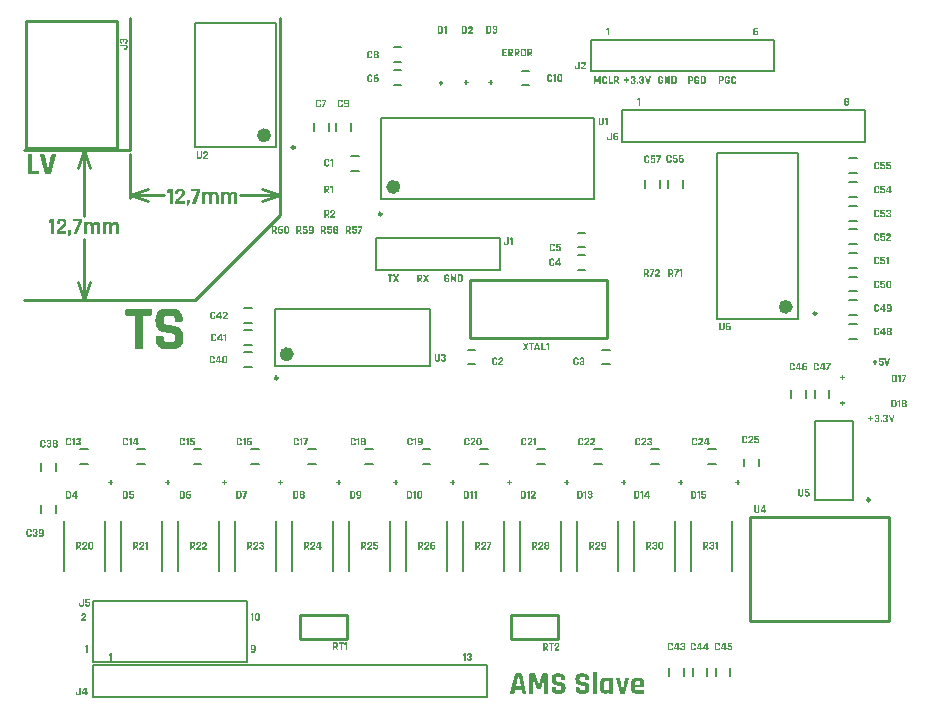
<source format=gto>
G04*
G04 #@! TF.GenerationSoftware,Altium Limited,Altium Designer,18.1.9 (240)*
G04*
G04 Layer_Color=65535*
%FSLAX44Y44*%
%MOMM*%
G71*
G01*
G75*
%ADD10C,0.2500*%
%ADD11C,0.6000*%
%ADD12C,0.2000*%
%ADD13C,0.1500*%
%ADD14C,0.2540*%
G36*
X244190Y344129D02*
X244234Y344114D01*
X244277Y344056D01*
Y344041D01*
X244292Y344012D01*
X244307Y343968D01*
X244292Y343910D01*
X242771Y340998D01*
X244321Y337940D01*
Y337926D01*
X244336Y337882D01*
Y337823D01*
X244321Y337780D01*
Y337765D01*
X244292Y337750D01*
X244248Y337736D01*
X244175Y337721D01*
X243151D01*
X243063Y337750D01*
X242961Y337809D01*
X242917Y337853D01*
X242888Y337911D01*
X241893Y340076D01*
X241863D01*
X240854Y337911D01*
Y337896D01*
X240839Y337882D01*
X240781Y337823D01*
X240693Y337750D01*
X240634Y337736D01*
X240561Y337721D01*
X239552D01*
X239508Y337736D01*
X239464Y337750D01*
X239420Y337780D01*
Y337794D01*
X239405Y337823D01*
X239420Y337867D01*
X239435Y337940D01*
X240971Y340998D01*
X239479Y343924D01*
Y343939D01*
X239464Y343968D01*
Y344012D01*
X239479Y344071D01*
X239493Y344085D01*
X239508Y344114D01*
X239566Y344129D01*
X239625Y344144D01*
X240620D01*
X240708Y344114D01*
X240766Y344085D01*
X240825Y344056D01*
X240869Y343997D01*
X240912Y343924D01*
X241863Y341774D01*
X241893D01*
X242829Y343924D01*
Y343939D01*
X242844Y343954D01*
X242902Y344041D01*
X243005Y344114D01*
X243078Y344129D01*
X243151Y344144D01*
X244146D01*
X244190Y344129D01*
D02*
G37*
G36*
X238981Y344114D02*
X239011Y344085D01*
X239054Y344056D01*
X239069Y343997D01*
X239084Y343924D01*
Y343251D01*
Y343237D01*
Y343222D01*
X239054Y343149D01*
X239025Y343105D01*
X238996Y343076D01*
X238937Y343061D01*
X238864Y343046D01*
X237708D01*
X237665Y343032D01*
X237621Y343003D01*
X237606Y342929D01*
Y337926D01*
Y337911D01*
Y337896D01*
X237577Y337823D01*
X237518Y337750D01*
X237474Y337736D01*
X237401Y337721D01*
X236523D01*
X236450Y337750D01*
X236362Y337809D01*
X236348Y337853D01*
X236333Y337926D01*
Y342929D01*
Y342944D01*
X236318Y342988D01*
X236289Y343032D01*
X236231Y343046D01*
X235060D01*
X234987Y343076D01*
X234914Y343134D01*
X234899Y343178D01*
X234885Y343251D01*
Y343924D01*
Y343939D01*
Y343954D01*
X234914Y344041D01*
X234972Y344114D01*
X235016Y344129D01*
X235090Y344144D01*
X238894D01*
X238981Y344114D01*
D02*
G37*
G36*
X269845Y343846D02*
X269889Y343831D01*
X269933Y343772D01*
Y343758D01*
X269948Y343728D01*
X269962Y343685D01*
X269948Y343626D01*
X268426Y340715D01*
X269977Y337657D01*
Y337642D01*
X269991Y337598D01*
Y337540D01*
X269977Y337496D01*
Y337481D01*
X269948Y337467D01*
X269904Y337452D01*
X269831Y337438D01*
X268806D01*
X268719Y337467D01*
X268616Y337525D01*
X268572Y337569D01*
X268543Y337628D01*
X267548Y339793D01*
X267519D01*
X266509Y337628D01*
Y337613D01*
X266495Y337598D01*
X266436Y337540D01*
X266348Y337467D01*
X266290Y337452D01*
X266217Y337438D01*
X265207D01*
X265163Y337452D01*
X265120Y337467D01*
X265076Y337496D01*
Y337511D01*
X265061Y337540D01*
X265076Y337584D01*
X265090Y337657D01*
X266626Y340715D01*
X265134Y343641D01*
Y343655D01*
X265120Y343685D01*
Y343728D01*
X265134Y343787D01*
X265149Y343802D01*
X265163Y343831D01*
X265222Y343846D01*
X265280Y343860D01*
X266275D01*
X266363Y343831D01*
X266422Y343802D01*
X266480Y343772D01*
X266524Y343714D01*
X266568Y343641D01*
X267519Y341490D01*
X267548D01*
X268485Y343641D01*
Y343655D01*
X268499Y343670D01*
X268558Y343758D01*
X268660Y343831D01*
X268733Y343846D01*
X268806Y343860D01*
X269801D01*
X269845Y343846D01*
D02*
G37*
G36*
X262881Y343831D02*
X263057Y343802D01*
X263262Y343758D01*
X263452Y343670D01*
X263657Y343568D01*
X263832Y343421D01*
X263847Y343407D01*
X263905Y343348D01*
X263978Y343246D01*
X264051Y343114D01*
X264139Y342938D01*
X264198Y342734D01*
X264256Y342500D01*
X264271Y342222D01*
Y341432D01*
Y341417D01*
Y341388D01*
Y341329D01*
X264256Y341256D01*
X264242Y341154D01*
X264227Y341051D01*
X264154Y340817D01*
X264051Y340568D01*
X263978Y340451D01*
X263891Y340334D01*
X263788Y340217D01*
X263671Y340115D01*
X263540Y340012D01*
X263379Y339939D01*
Y339895D01*
X264447Y337672D01*
Y337657D01*
X264461Y337642D01*
Y337555D01*
X264447Y337511D01*
X264417Y337481D01*
X264373Y337452D01*
X264286Y337438D01*
X263379D01*
X263291Y337452D01*
X263203Y337467D01*
X263188Y337481D01*
X263159Y337511D01*
X263130Y337555D01*
X263086Y337642D01*
X262091Y339793D01*
X261403D01*
X261360Y339778D01*
X261316Y339749D01*
X261301Y339691D01*
Y337642D01*
Y337628D01*
Y337613D01*
X261272Y337540D01*
X261243Y337496D01*
X261213Y337467D01*
X261155Y337452D01*
X261082Y337438D01*
X260204D01*
X260131Y337467D01*
X260057Y337525D01*
X260043Y337569D01*
X260028Y337642D01*
Y343641D01*
Y343655D01*
Y343670D01*
X260057Y343758D01*
X260116Y343831D01*
X260160Y343846D01*
X260233Y343860D01*
X262749D01*
X262881Y343831D01*
D02*
G37*
G36*
X285883Y344174D02*
X286058Y344130D01*
X286248Y344086D01*
X286453Y344013D01*
X286643Y343911D01*
X286819Y343765D01*
X286834Y343750D01*
X286892Y343691D01*
X286965Y343589D01*
X287038Y343457D01*
X287126Y343282D01*
X287185Y343077D01*
X287243Y342828D01*
X287258Y342550D01*
Y342258D01*
Y342243D01*
Y342228D01*
X287229Y342155D01*
X287170Y342067D01*
X287126Y342053D01*
X287053Y342038D01*
X286175D01*
X286102Y342067D01*
X286058Y342097D01*
X286014Y342126D01*
X286000Y342184D01*
X285985Y342258D01*
Y342492D01*
Y342506D01*
Y342550D01*
Y342594D01*
X285970Y342667D01*
X285926Y342814D01*
X285897Y342887D01*
X285853Y342945D01*
X285824Y342975D01*
X285795Y342989D01*
X285751Y343018D01*
X285692Y343048D01*
X285619Y343062D01*
X285532Y343092D01*
X284654D01*
X284580Y343077D01*
X284449Y343033D01*
X284376Y342989D01*
X284317Y342945D01*
X284303Y342916D01*
X284273Y342887D01*
X284259Y342843D01*
X284229Y342784D01*
X284200Y342697D01*
X284186Y342609D01*
Y342492D01*
Y339449D01*
Y339434D01*
Y339390D01*
X284200Y339346D01*
Y339273D01*
X284244Y339127D01*
X284273Y339054D01*
X284317Y338995D01*
X284346Y338980D01*
X284420Y338937D01*
X284478Y338907D01*
X284551Y338878D01*
X284654Y338863D01*
X285473D01*
X285517Y338878D01*
X285590D01*
X285736Y338922D01*
X285795Y338951D01*
X285853Y338995D01*
X285868Y339024D01*
X285897Y339054D01*
X285926Y339098D01*
X285941Y339171D01*
X285970Y339244D01*
X285985Y339332D01*
Y339449D01*
Y340078D01*
Y340092D01*
X285970Y340136D01*
X285941Y340165D01*
X285883Y340180D01*
X285254D01*
X285180Y340209D01*
X285137Y340239D01*
X285107Y340268D01*
X285093Y340326D01*
X285078Y340400D01*
Y341073D01*
Y341087D01*
Y341102D01*
X285107Y341190D01*
X285166Y341263D01*
X285210Y341277D01*
X285283Y341292D01*
X287068D01*
X287141Y341263D01*
X287185Y341234D01*
X287229Y341190D01*
X287243Y341131D01*
X287258Y341058D01*
Y339390D01*
Y339375D01*
Y339361D01*
Y339317D01*
Y339258D01*
X287229Y339127D01*
X287199Y338951D01*
X287155Y338761D01*
X287068Y338556D01*
X286965Y338366D01*
X286819Y338190D01*
X286804Y338176D01*
X286746Y338132D01*
X286643Y338059D01*
X286512Y337986D01*
X286336Y337898D01*
X286131Y337839D01*
X285897Y337781D01*
X285619Y337766D01*
X284434D01*
X284288Y337795D01*
X284112Y337825D01*
X283922Y337869D01*
X283717Y337942D01*
X283512Y338044D01*
X283337Y338176D01*
X283322Y338190D01*
X283278Y338249D01*
X283205Y338351D01*
X283132Y338483D01*
X283044Y338659D01*
X282986Y338863D01*
X282927Y339112D01*
X282913Y339390D01*
Y342550D01*
Y342565D01*
Y342580D01*
Y342623D01*
Y342682D01*
X282942Y342828D01*
X282971Y343004D01*
X283015Y343194D01*
X283088Y343399D01*
X283191Y343589D01*
X283337Y343765D01*
X283352Y343779D01*
X283425Y343838D01*
X283512Y343896D01*
X283659Y343984D01*
X283834Y344057D01*
X284039Y344130D01*
X284288Y344174D01*
X284566Y344189D01*
X285751D01*
X285883Y344174D01*
D02*
G37*
G36*
X292905Y344160D02*
X292934Y344130D01*
X292978Y344101D01*
X292993Y344043D01*
X293008Y343969D01*
Y337971D01*
Y337956D01*
Y337942D01*
X292978Y337869D01*
X292949Y337825D01*
X292920Y337795D01*
X292861Y337781D01*
X292788Y337766D01*
X292027D01*
X291940Y337795D01*
X291837Y337854D01*
X291793Y337898D01*
X291749Y337956D01*
X289745Y341673D01*
X289701D01*
Y337971D01*
Y337956D01*
Y337942D01*
X289672Y337869D01*
X289613Y337795D01*
X289569Y337781D01*
X289496Y337766D01*
X288633D01*
X288560Y337795D01*
X288487Y337854D01*
X288472Y337898D01*
X288458Y337971D01*
Y343969D01*
Y343984D01*
Y343999D01*
X288487Y344086D01*
X288545Y344160D01*
X288589Y344174D01*
X288662Y344189D01*
X289438D01*
X289526Y344174D01*
X289628Y344130D01*
X289701Y344043D01*
X291720Y340253D01*
X291749D01*
Y343969D01*
Y343984D01*
Y343999D01*
X291779Y344086D01*
X291808Y344116D01*
X291837Y344160D01*
X291896Y344174D01*
X291969Y344189D01*
X292817D01*
X292905Y344160D01*
D02*
G37*
G36*
X297236Y344174D02*
X297411Y344130D01*
X297616Y344086D01*
X297806Y344013D01*
X298011Y343911D01*
X298187Y343765D01*
X298201Y343750D01*
X298260Y343691D01*
X298333Y343589D01*
X298406Y343457D01*
X298494Y343282D01*
X298553Y343077D01*
X298611Y342828D01*
X298626Y342550D01*
Y339390D01*
Y339375D01*
Y339361D01*
Y339317D01*
Y339258D01*
X298596Y339127D01*
X298567Y338951D01*
X298523Y338761D01*
X298435Y338556D01*
X298333Y338366D01*
X298187Y338190D01*
X298172Y338176D01*
X298114Y338132D01*
X298011Y338059D01*
X297865Y337986D01*
X297704Y337898D01*
X297484Y337839D01*
X297250Y337781D01*
X296973Y337766D01*
X294471D01*
X294398Y337795D01*
X294324Y337854D01*
X294310Y337898D01*
X294295Y337971D01*
Y343969D01*
Y343984D01*
Y343999D01*
X294324Y344086D01*
X294383Y344160D01*
X294427Y344174D01*
X294500Y344189D01*
X297104D01*
X297236Y344174D01*
D02*
G37*
G36*
X523387Y511973D02*
X523562Y511930D01*
X523753Y511886D01*
X523957Y511813D01*
X524147Y511710D01*
X524323Y511564D01*
X524338Y511549D01*
X524396Y511491D01*
X524469Y511388D01*
X524543Y511257D01*
X524630Y511081D01*
X524689Y510876D01*
X524747Y510628D01*
X524762Y510350D01*
Y510057D01*
Y510042D01*
Y510028D01*
X524733Y509954D01*
X524674Y509867D01*
X524630Y509852D01*
X524557Y509837D01*
X523679D01*
X523606Y509867D01*
X523562Y509896D01*
X523518Y509925D01*
X523504Y509984D01*
X523489Y510057D01*
Y510291D01*
Y510306D01*
Y510350D01*
Y510393D01*
X523475Y510467D01*
X523431Y510613D01*
X523401Y510686D01*
X523358Y510745D01*
X523328Y510774D01*
X523299Y510788D01*
X523255Y510818D01*
X523197Y510847D01*
X523123Y510862D01*
X523036Y510891D01*
X522158D01*
X522085Y510876D01*
X521953Y510832D01*
X521880Y510788D01*
X521821Y510745D01*
X521807Y510715D01*
X521777Y510686D01*
X521763Y510642D01*
X521734Y510584D01*
X521704Y510496D01*
X521690Y510408D01*
Y510291D01*
Y507248D01*
Y507233D01*
Y507189D01*
X521704Y507146D01*
Y507072D01*
X521748Y506926D01*
X521777Y506853D01*
X521821Y506794D01*
X521851Y506780D01*
X521924Y506736D01*
X521982Y506707D01*
X522055Y506677D01*
X522158Y506663D01*
X522977D01*
X523021Y506677D01*
X523094D01*
X523241Y506721D01*
X523299Y506750D01*
X523358Y506794D01*
X523372Y506824D01*
X523401Y506853D01*
X523431Y506897D01*
X523445Y506970D01*
X523475Y507043D01*
X523489Y507131D01*
Y507248D01*
Y507877D01*
Y507892D01*
X523475Y507935D01*
X523445Y507965D01*
X523387Y507979D01*
X522758D01*
X522685Y508009D01*
X522641Y508038D01*
X522611Y508067D01*
X522597Y508126D01*
X522582Y508199D01*
Y508872D01*
Y508886D01*
Y508901D01*
X522611Y508989D01*
X522670Y509062D01*
X522714Y509077D01*
X522787Y509091D01*
X524572D01*
X524645Y509062D01*
X524689Y509033D01*
X524733Y508989D01*
X524747Y508930D01*
X524762Y508857D01*
Y507189D01*
Y507175D01*
Y507160D01*
Y507116D01*
Y507058D01*
X524733Y506926D01*
X524703Y506750D01*
X524660Y506560D01*
X524572Y506356D01*
X524469Y506165D01*
X524323Y505990D01*
X524309Y505975D01*
X524250Y505931D01*
X524147Y505858D01*
X524016Y505785D01*
X523840Y505697D01*
X523635Y505639D01*
X523401Y505580D01*
X523123Y505565D01*
X521938D01*
X521792Y505595D01*
X521617Y505624D01*
X521426Y505668D01*
X521222Y505741D01*
X521017Y505843D01*
X520841Y505975D01*
X520826Y505990D01*
X520783Y506048D01*
X520709Y506151D01*
X520636Y506282D01*
X520549Y506458D01*
X520490Y506663D01*
X520431Y506911D01*
X520417Y507189D01*
Y510350D01*
Y510364D01*
Y510379D01*
Y510423D01*
Y510481D01*
X520446Y510628D01*
X520475Y510803D01*
X520519Y510993D01*
X520592Y511198D01*
X520695Y511388D01*
X520841Y511564D01*
X520856Y511578D01*
X520929Y511637D01*
X521017Y511696D01*
X521163Y511783D01*
X521339Y511856D01*
X521543Y511930D01*
X521792Y511973D01*
X522070Y511988D01*
X523255D01*
X523387Y511973D01*
D02*
G37*
G36*
X528858D02*
X529034Y511930D01*
X529239Y511886D01*
X529429Y511813D01*
X529634Y511710D01*
X529809Y511564D01*
X529824Y511549D01*
X529883Y511491D01*
X529956Y511388D01*
X530029Y511257D01*
X530117Y511081D01*
X530175Y510876D01*
X530234Y510628D01*
X530248Y510350D01*
Y509881D01*
Y509867D01*
Y509852D01*
X530219Y509779D01*
X530190Y509735D01*
X530161Y509691D01*
X530102Y509677D01*
X530029Y509662D01*
X529166D01*
X529093Y509691D01*
X529049Y509720D01*
X529005Y509750D01*
X528990Y509808D01*
X528976Y509881D01*
Y510291D01*
Y510306D01*
Y510350D01*
Y510393D01*
X528961Y510467D01*
X528917Y510613D01*
X528888Y510686D01*
X528844Y510745D01*
X528815Y510774D01*
X528785Y510788D01*
X528741Y510818D01*
X528683Y510847D01*
X528595Y510862D01*
X528507Y510891D01*
X527600D01*
X527527Y510876D01*
X527396Y510832D01*
X527322Y510788D01*
X527264Y510745D01*
X527249Y510715D01*
X527220Y510686D01*
X527205Y510642D01*
X527176Y510584D01*
X527147Y510496D01*
X527132Y510408D01*
Y510291D01*
Y507248D01*
Y507233D01*
Y507189D01*
X527147Y507146D01*
Y507072D01*
X527191Y506926D01*
X527220Y506853D01*
X527264Y506794D01*
X527293Y506780D01*
X527366Y506736D01*
X527425Y506707D01*
X527498Y506677D01*
X527600Y506663D01*
X528449D01*
X528493Y506677D01*
X528566D01*
X528712Y506721D01*
X528785Y506750D01*
X528844Y506794D01*
X528858Y506824D01*
X528888Y506853D01*
X528917Y506897D01*
X528932Y506970D01*
X528961Y507043D01*
X528976Y507131D01*
Y507248D01*
Y507658D01*
Y507672D01*
Y507687D01*
X529005Y507775D01*
X529034Y507804D01*
X529063Y507848D01*
X529122Y507862D01*
X529195Y507877D01*
X530058D01*
X530146Y507848D01*
X530175Y507818D01*
X530219Y507789D01*
X530234Y507731D01*
X530248Y507658D01*
Y507189D01*
Y507175D01*
Y507160D01*
Y507116D01*
Y507058D01*
X530219Y506926D01*
X530190Y506750D01*
X530146Y506560D01*
X530058Y506356D01*
X529956Y506165D01*
X529809Y505990D01*
X529795Y505975D01*
X529736Y505931D01*
X529634Y505858D01*
X529488Y505785D01*
X529327Y505697D01*
X529107Y505639D01*
X528873Y505580D01*
X528595Y505565D01*
X527381D01*
X527235Y505595D01*
X527059Y505624D01*
X526869Y505668D01*
X526664Y505741D01*
X526459Y505843D01*
X526284Y505975D01*
X526269Y505990D01*
X526225Y506048D01*
X526152Y506151D01*
X526079Y506282D01*
X525991Y506458D01*
X525933Y506663D01*
X525874Y506911D01*
X525859Y507189D01*
Y510350D01*
Y510364D01*
Y510379D01*
Y510423D01*
Y510481D01*
X525889Y510628D01*
X525918Y510803D01*
X525962Y510993D01*
X526035Y511198D01*
X526137Y511388D01*
X526284Y511564D01*
X526298Y511578D01*
X526371Y511637D01*
X526459Y511696D01*
X526605Y511783D01*
X526781Y511856D01*
X526986Y511930D01*
X527235Y511973D01*
X527513Y511988D01*
X528727D01*
X528858Y511973D01*
D02*
G37*
G36*
X518134D02*
X518310Y511930D01*
X518500Y511886D01*
X518705Y511813D01*
X518895Y511710D01*
X519071Y511564D01*
X519085Y511549D01*
X519144Y511491D01*
X519217Y511388D01*
X519290Y511257D01*
X519378Y511081D01*
X519437Y510876D01*
X519495Y510628D01*
X519510Y510350D01*
Y509399D01*
Y509384D01*
Y509369D01*
Y509325D01*
Y509267D01*
X519480Y509135D01*
X519451Y508960D01*
X519407Y508755D01*
X519319Y508565D01*
X519217Y508360D01*
X519071Y508184D01*
X519056Y508170D01*
X518998Y508126D01*
X518895Y508053D01*
X518764Y507979D01*
X518588Y507892D01*
X518383Y507833D01*
X518149Y507775D01*
X517871Y507760D01*
X516598D01*
X516554Y507745D01*
X516511Y507716D01*
X516496Y507658D01*
Y505770D01*
Y505756D01*
Y505741D01*
X516467Y505668D01*
X516437Y505624D01*
X516408Y505595D01*
X516349Y505580D01*
X516276Y505565D01*
X515399D01*
X515325Y505595D01*
X515252Y505653D01*
X515238Y505697D01*
X515223Y505770D01*
Y511769D01*
Y511783D01*
Y511798D01*
X515252Y511886D01*
X515311Y511959D01*
X515355Y511973D01*
X515428Y511988D01*
X518003D01*
X518134Y511973D01*
D02*
G37*
G36*
X497504D02*
X497679Y511930D01*
X497870Y511886D01*
X498074Y511813D01*
X498265Y511710D01*
X498440Y511564D01*
X498455Y511549D01*
X498513Y511491D01*
X498587Y511388D01*
X498660Y511257D01*
X498747Y511081D01*
X498806Y510876D01*
X498865Y510628D01*
X498879Y510350D01*
Y510057D01*
Y510042D01*
Y510028D01*
X498850Y509954D01*
X498791Y509867D01*
X498747Y509852D01*
X498674Y509837D01*
X497797D01*
X497723Y509867D01*
X497679Y509896D01*
X497636Y509925D01*
X497621Y509984D01*
X497606Y510057D01*
Y510291D01*
Y510306D01*
Y510350D01*
Y510393D01*
X497592Y510467D01*
X497548Y510613D01*
X497519Y510686D01*
X497475Y510745D01*
X497445Y510774D01*
X497416Y510788D01*
X497372Y510818D01*
X497314Y510847D01*
X497241Y510862D01*
X497153Y510891D01*
X496275D01*
X496202Y510876D01*
X496070Y510832D01*
X495997Y510788D01*
X495938Y510745D01*
X495924Y510715D01*
X495895Y510686D01*
X495880Y510642D01*
X495851Y510584D01*
X495821Y510496D01*
X495807Y510408D01*
Y510291D01*
Y507248D01*
Y507233D01*
Y507189D01*
X495821Y507146D01*
Y507072D01*
X495865Y506926D01*
X495895Y506853D01*
X495938Y506794D01*
X495968Y506780D01*
X496041Y506736D01*
X496099Y506707D01*
X496172Y506677D01*
X496275Y506663D01*
X497094D01*
X497138Y506677D01*
X497211D01*
X497358Y506721D01*
X497416Y506750D01*
X497475Y506794D01*
X497489Y506824D01*
X497519Y506853D01*
X497548Y506897D01*
X497562Y506970D01*
X497592Y507043D01*
X497606Y507131D01*
Y507248D01*
Y507877D01*
Y507892D01*
X497592Y507935D01*
X497562Y507965D01*
X497504Y507979D01*
X496875D01*
X496802Y508009D01*
X496758Y508038D01*
X496729Y508067D01*
X496714Y508126D01*
X496699Y508199D01*
Y508872D01*
Y508886D01*
Y508901D01*
X496729Y508989D01*
X496787Y509062D01*
X496831Y509077D01*
X496904Y509091D01*
X498689D01*
X498762Y509062D01*
X498806Y509033D01*
X498850Y508989D01*
X498865Y508930D01*
X498879Y508857D01*
Y507189D01*
Y507175D01*
Y507160D01*
Y507116D01*
Y507058D01*
X498850Y506926D01*
X498821Y506750D01*
X498777Y506560D01*
X498689Y506356D01*
X498587Y506165D01*
X498440Y505990D01*
X498426Y505975D01*
X498367Y505931D01*
X498265Y505858D01*
X498133Y505785D01*
X497957Y505697D01*
X497753Y505639D01*
X497519Y505580D01*
X497241Y505565D01*
X496055D01*
X495909Y505595D01*
X495734Y505624D01*
X495543Y505668D01*
X495339Y505741D01*
X495134Y505843D01*
X494958Y505975D01*
X494944Y505990D01*
X494900Y506048D01*
X494827Y506151D01*
X494753Y506282D01*
X494666Y506458D01*
X494607Y506663D01*
X494549Y506911D01*
X494534Y507189D01*
Y510350D01*
Y510364D01*
Y510379D01*
Y510423D01*
Y510481D01*
X494563Y510628D01*
X494593Y510803D01*
X494636Y510993D01*
X494710Y511198D01*
X494812Y511388D01*
X494958Y511564D01*
X494973Y511578D01*
X495046Y511637D01*
X495134Y511696D01*
X495280Y511783D01*
X495456Y511856D01*
X495661Y511930D01*
X495909Y511973D01*
X496187Y511988D01*
X497372D01*
X497504Y511973D01*
D02*
G37*
G36*
X503020D02*
X503195Y511930D01*
X503400Y511886D01*
X503590Y511813D01*
X503795Y511710D01*
X503970Y511564D01*
X503985Y511549D01*
X504044Y511491D01*
X504117Y511388D01*
X504190Y511257D01*
X504278Y511081D01*
X504336Y510876D01*
X504395Y510628D01*
X504409Y510350D01*
Y507189D01*
Y507175D01*
Y507160D01*
Y507116D01*
Y507058D01*
X504380Y506926D01*
X504351Y506750D01*
X504307Y506560D01*
X504219Y506356D01*
X504117Y506165D01*
X503970Y505990D01*
X503956Y505975D01*
X503897Y505931D01*
X503795Y505858D01*
X503649Y505785D01*
X503488Y505697D01*
X503268Y505639D01*
X503034Y505580D01*
X502756Y505565D01*
X500254D01*
X500181Y505595D01*
X500108Y505653D01*
X500093Y505697D01*
X500079Y505770D01*
Y511769D01*
Y511783D01*
Y511798D01*
X500108Y511886D01*
X500167Y511959D01*
X500210Y511973D01*
X500284Y511988D01*
X502888D01*
X503020Y511973D01*
D02*
G37*
G36*
X492252D02*
X492427Y511930D01*
X492617Y511886D01*
X492822Y511813D01*
X493012Y511710D01*
X493188Y511564D01*
X493203Y511549D01*
X493261Y511491D01*
X493334Y511388D01*
X493407Y511257D01*
X493495Y511081D01*
X493554Y510876D01*
X493612Y510628D01*
X493627Y510350D01*
Y509399D01*
Y509384D01*
Y509369D01*
Y509325D01*
Y509267D01*
X493598Y509135D01*
X493568Y508960D01*
X493524Y508755D01*
X493437Y508565D01*
X493334Y508360D01*
X493188Y508184D01*
X493173Y508170D01*
X493115Y508126D01*
X493012Y508053D01*
X492881Y507979D01*
X492705Y507892D01*
X492500Y507833D01*
X492266Y507775D01*
X491988Y507760D01*
X490715D01*
X490672Y507745D01*
X490628Y507716D01*
X490613Y507658D01*
Y505770D01*
Y505756D01*
Y505741D01*
X490584Y505668D01*
X490555Y505624D01*
X490525Y505595D01*
X490467Y505580D01*
X490393Y505565D01*
X489516D01*
X489443Y505595D01*
X489369Y505653D01*
X489355Y505697D01*
X489340Y505770D01*
Y511769D01*
Y511783D01*
Y511798D01*
X489369Y511886D01*
X489428Y511959D01*
X489472Y511973D01*
X489545Y511988D01*
X492120D01*
X492252Y511973D01*
D02*
G37*
G36*
X466855D02*
X467030Y511930D01*
X467221Y511886D01*
X467425Y511813D01*
X467616Y511710D01*
X467791Y511564D01*
X467806Y511549D01*
X467864Y511491D01*
X467938Y511388D01*
X468011Y511257D01*
X468098Y511081D01*
X468157Y510876D01*
X468215Y510628D01*
X468230Y510350D01*
Y510057D01*
Y510042D01*
Y510028D01*
X468201Y509954D01*
X468142Y509867D01*
X468098Y509852D01*
X468025Y509837D01*
X467147D01*
X467074Y509867D01*
X467030Y509896D01*
X466987Y509925D01*
X466972Y509984D01*
X466957Y510057D01*
Y510291D01*
Y510306D01*
Y510350D01*
Y510393D01*
X466943Y510467D01*
X466899Y510613D01*
X466870Y510686D01*
X466826Y510745D01*
X466796Y510774D01*
X466767Y510788D01*
X466723Y510818D01*
X466665Y510847D01*
X466591Y510862D01*
X466504Y510891D01*
X465626D01*
X465553Y510876D01*
X465421Y510832D01*
X465348Y510788D01*
X465289Y510745D01*
X465275Y510715D01*
X465246Y510686D01*
X465231Y510642D01*
X465202Y510584D01*
X465172Y510496D01*
X465158Y510408D01*
Y510291D01*
Y507248D01*
Y507233D01*
Y507189D01*
X465172Y507146D01*
Y507072D01*
X465216Y506926D01*
X465246Y506853D01*
X465289Y506794D01*
X465319Y506780D01*
X465392Y506736D01*
X465450Y506707D01*
X465523Y506677D01*
X465626Y506663D01*
X466445D01*
X466489Y506677D01*
X466562D01*
X466708Y506721D01*
X466767Y506750D01*
X466826Y506794D01*
X466840Y506824D01*
X466870Y506853D01*
X466899Y506897D01*
X466913Y506970D01*
X466943Y507043D01*
X466957Y507131D01*
Y507248D01*
Y507877D01*
Y507892D01*
X466943Y507935D01*
X466913Y507965D01*
X466855Y507979D01*
X466226D01*
X466153Y508009D01*
X466109Y508038D01*
X466079Y508067D01*
X466065Y508126D01*
X466050Y508199D01*
Y508872D01*
Y508886D01*
Y508901D01*
X466079Y508989D01*
X466138Y509062D01*
X466182Y509077D01*
X466255Y509091D01*
X468040D01*
X468113Y509062D01*
X468157Y509033D01*
X468201Y508989D01*
X468215Y508930D01*
X468230Y508857D01*
Y507189D01*
Y507175D01*
Y507160D01*
Y507116D01*
Y507058D01*
X468201Y506926D01*
X468172Y506750D01*
X468128Y506560D01*
X468040Y506356D01*
X467938Y506165D01*
X467791Y505990D01*
X467777Y505975D01*
X467718Y505931D01*
X467616Y505858D01*
X467484Y505785D01*
X467308Y505697D01*
X467104Y505639D01*
X466870Y505580D01*
X466591Y505565D01*
X465406D01*
X465260Y505595D01*
X465085Y505624D01*
X464894Y505668D01*
X464689Y505741D01*
X464485Y505843D01*
X464309Y505975D01*
X464295Y505990D01*
X464251Y506048D01*
X464178Y506151D01*
X464104Y506282D01*
X464016Y506458D01*
X463958Y506663D01*
X463899Y506911D01*
X463885Y507189D01*
Y510350D01*
Y510364D01*
Y510379D01*
Y510423D01*
Y510481D01*
X463914Y510628D01*
X463943Y510803D01*
X463987Y510993D01*
X464060Y511198D01*
X464163Y511388D01*
X464309Y511564D01*
X464324Y511578D01*
X464397Y511637D01*
X464485Y511696D01*
X464631Y511783D01*
X464807Y511856D01*
X465011Y511930D01*
X465260Y511973D01*
X465538Y511988D01*
X466723D01*
X466855Y511973D01*
D02*
G37*
G36*
X473877Y511959D02*
X473907Y511930D01*
X473951Y511900D01*
X473965Y511842D01*
X473980Y511769D01*
Y505770D01*
Y505756D01*
Y505741D01*
X473951Y505668D01*
X473921Y505624D01*
X473892Y505595D01*
X473834Y505580D01*
X473760Y505565D01*
X473000D01*
X472912Y505595D01*
X472809Y505653D01*
X472766Y505697D01*
X472722Y505756D01*
X470717Y509472D01*
X470673D01*
Y505770D01*
Y505756D01*
Y505741D01*
X470644Y505668D01*
X470586Y505595D01*
X470542Y505580D01*
X470469Y505565D01*
X469605D01*
X469532Y505595D01*
X469459Y505653D01*
X469444Y505697D01*
X469430Y505770D01*
Y511769D01*
Y511783D01*
Y511798D01*
X469459Y511886D01*
X469518Y511959D01*
X469562Y511973D01*
X469635Y511988D01*
X470410D01*
X470498Y511973D01*
X470600Y511930D01*
X470673Y511842D01*
X472692Y508053D01*
X472722D01*
Y511769D01*
Y511783D01*
Y511798D01*
X472751Y511886D01*
X472780Y511915D01*
X472809Y511959D01*
X472868Y511973D01*
X472941Y511988D01*
X473790D01*
X473877Y511959D01*
D02*
G37*
G36*
X478208Y511973D02*
X478384Y511930D01*
X478588Y511886D01*
X478779Y511813D01*
X478983Y511710D01*
X479159Y511564D01*
X479174Y511549D01*
X479232Y511491D01*
X479305Y511388D01*
X479379Y511257D01*
X479466Y511081D01*
X479525Y510876D01*
X479583Y510628D01*
X479598Y510350D01*
Y507189D01*
Y507175D01*
Y507160D01*
Y507116D01*
Y507058D01*
X479569Y506926D01*
X479539Y506750D01*
X479496Y506560D01*
X479408Y506356D01*
X479305Y506165D01*
X479159Y505990D01*
X479144Y505975D01*
X479086Y505931D01*
X478983Y505858D01*
X478837Y505785D01*
X478676Y505697D01*
X478457Y505639D01*
X478223Y505580D01*
X477945Y505565D01*
X475443D01*
X475370Y505595D01*
X475297Y505653D01*
X475282Y505697D01*
X475267Y505770D01*
Y511769D01*
Y511783D01*
Y511798D01*
X475297Y511886D01*
X475355Y511959D01*
X475399Y511973D01*
X475472Y511988D01*
X478076D01*
X478208Y511973D01*
D02*
G37*
G36*
X457447Y511959D02*
X457477Y511930D01*
X457520Y511886D01*
X457535Y511827D01*
X457520Y511754D01*
X455970Y505770D01*
Y505756D01*
X455955Y505741D01*
X455926Y505668D01*
X455853Y505595D01*
X455794Y505580D01*
X455736Y505565D01*
X454389D01*
X454316Y505595D01*
X454229Y505653D01*
X454199Y505697D01*
X454170Y505770D01*
X452619Y511754D01*
Y511769D01*
Y511798D01*
Y511871D01*
X452649Y511915D01*
X452678Y511959D01*
X452736Y511973D01*
X452824Y511988D01*
X453790D01*
X453863Y511959D01*
X453907Y511930D01*
X453951Y511900D01*
X453980Y511842D01*
X454009Y511769D01*
X455048Y506853D01*
X455092D01*
X456145Y511769D01*
Y511783D01*
X456160Y511798D01*
X456189Y511886D01*
X456262Y511959D01*
X456321Y511973D01*
X456379Y511988D01*
X457360D01*
X457447Y511959D01*
D02*
G37*
G36*
X437872Y510862D02*
X437916Y510832D01*
X437960Y510788D01*
X437974Y510730D01*
X437989Y510657D01*
Y509282D01*
X439423D01*
X439481Y509252D01*
X439525Y509223D01*
X439540Y509208D01*
X439554Y509179D01*
X439569Y509135D01*
X439584Y509047D01*
Y508492D01*
Y508477D01*
Y508462D01*
X439554Y508374D01*
X439525Y508331D01*
X439481Y508301D01*
X439423Y508272D01*
X439350Y508257D01*
X437989D01*
Y506882D01*
Y506867D01*
Y506838D01*
X437960Y506765D01*
X437930Y506707D01*
X437886Y506677D01*
X437828Y506648D01*
X437755Y506633D01*
X437126D01*
X437038Y506663D01*
X436994Y506692D01*
X436965Y506736D01*
X436936Y506794D01*
X436921Y506882D01*
Y508257D01*
X435531D01*
X435443Y508287D01*
X435399Y508316D01*
X435370Y508360D01*
X435341Y508418D01*
X435326Y508492D01*
Y509047D01*
Y509062D01*
Y509121D01*
X435341Y509179D01*
X435370Y509223D01*
X435385Y509238D01*
X435414Y509252D01*
X435472Y509267D01*
X435560Y509282D01*
X436921D01*
Y510657D01*
Y510671D01*
Y510701D01*
X436950Y510774D01*
X436979Y510818D01*
X437023Y510862D01*
X437082Y510876D01*
X437155Y510891D01*
X437799D01*
X437872Y510862D01*
D02*
G37*
G36*
X450571Y511973D02*
X450747Y511930D01*
X450937Y511886D01*
X451142Y511813D01*
X451332Y511710D01*
X451507Y511564D01*
X451522Y511549D01*
X451581Y511491D01*
X451654Y511388D01*
X451727Y511257D01*
X451815Y511081D01*
X451873Y510876D01*
X451932Y510642D01*
X451946Y510364D01*
Y509867D01*
Y509852D01*
Y509837D01*
Y509794D01*
X451932Y509735D01*
X451902Y509589D01*
X451844Y509413D01*
X451756Y509238D01*
X451610Y509047D01*
X451522Y508974D01*
X451420Y508886D01*
X451302Y508828D01*
X451156Y508769D01*
X451171D01*
X451185Y508755D01*
X451273Y508726D01*
X451405Y508667D01*
X451551Y508579D01*
X451698Y508433D01*
X451829Y508243D01*
X451873Y508126D01*
X451917Y507994D01*
X451932Y507848D01*
X451946Y507687D01*
Y507175D01*
Y507160D01*
Y507146D01*
Y507102D01*
Y507043D01*
X451917Y506911D01*
X451888Y506736D01*
X451844Y506546D01*
X451756Y506341D01*
X451654Y506151D01*
X451507Y505975D01*
X451493Y505960D01*
X451434Y505916D01*
X451332Y505843D01*
X451200Y505770D01*
X451025Y505697D01*
X450820Y505624D01*
X450571Y505580D01*
X450293Y505565D01*
X449269D01*
X449137Y505595D01*
X448962Y505624D01*
X448757Y505668D01*
X448567Y505741D01*
X448362Y505843D01*
X448186Y505975D01*
X448172Y505990D01*
X448128Y506048D01*
X448055Y506151D01*
X447981Y506282D01*
X447894Y506458D01*
X447835Y506663D01*
X447777Y506897D01*
X447762Y507175D01*
Y507453D01*
Y507467D01*
Y507482D01*
X447791Y507570D01*
X447850Y507643D01*
X447894Y507658D01*
X447967Y507672D01*
X448845D01*
X448932Y507643D01*
X448962Y507614D01*
X449006Y507584D01*
X449020Y507526D01*
X449035Y507453D01*
Y507204D01*
Y507189D01*
Y507146D01*
Y507102D01*
X449049Y507028D01*
X449079Y506882D01*
X449108Y506809D01*
X449152Y506750D01*
X449181Y506736D01*
X449210Y506707D01*
X449254Y506692D01*
X449327Y506663D01*
X449401Y506633D01*
X449488Y506619D01*
X450147D01*
X450205Y506633D01*
X450264D01*
X450425Y506677D01*
X450498Y506707D01*
X450556Y506750D01*
X450586Y506780D01*
X450600Y506809D01*
X450630Y506853D01*
X450659Y506926D01*
X450673Y506999D01*
X450703Y507087D01*
Y507204D01*
Y507687D01*
Y507701D01*
Y507731D01*
Y507789D01*
X450688Y507862D01*
X450644Y508009D01*
X450600Y508067D01*
X450556Y508126D01*
X450527Y508155D01*
X450498Y508170D01*
X450439Y508199D01*
X450381Y508228D01*
X450293Y508243D01*
X450205Y508272D01*
X449547D01*
X449474Y508301D01*
X449401Y508360D01*
X449386Y508404D01*
X449371Y508477D01*
Y509077D01*
Y509091D01*
Y509106D01*
X449401Y509194D01*
X449459Y509267D01*
X449503Y509282D01*
X449576Y509296D01*
X450147D01*
X450205Y509311D01*
X450264D01*
X450425Y509355D01*
X450498Y509384D01*
X450556Y509428D01*
X450586Y509457D01*
X450600Y509486D01*
X450630Y509530D01*
X450659Y509603D01*
X450673Y509677D01*
X450703Y509764D01*
Y509881D01*
Y510350D01*
Y510364D01*
Y510393D01*
Y510452D01*
X450688Y510525D01*
X450644Y510671D01*
X450600Y510730D01*
X450556Y510788D01*
X450527Y510803D01*
X450498Y510832D01*
X450439Y510862D01*
X450381Y510876D01*
X450293Y510905D01*
X450205Y510920D01*
X449503D01*
X449430Y510905D01*
X449283Y510862D01*
X449210Y510832D01*
X449152Y510788D01*
X449137Y510759D01*
X449093Y510686D01*
X449079Y510628D01*
X449049Y510554D01*
X449035Y510452D01*
Y510350D01*
Y510101D01*
Y510086D01*
Y510072D01*
X449006Y509998D01*
X448976Y509954D01*
X448947Y509911D01*
X448889Y509896D01*
X448815Y509881D01*
X447938D01*
X447864Y509911D01*
X447821Y509940D01*
X447791Y509969D01*
X447777Y510028D01*
X447762Y510101D01*
Y510364D01*
Y510379D01*
Y510393D01*
Y510437D01*
Y510496D01*
X447791Y510628D01*
X447821Y510803D01*
X447864Y510993D01*
X447938Y511198D01*
X448040Y511388D01*
X448186Y511564D01*
X448201Y511578D01*
X448274Y511637D01*
X448362Y511696D01*
X448508Y511783D01*
X448669Y511856D01*
X448889Y511930D01*
X449123Y511973D01*
X449401Y511988D01*
X450425D01*
X450571Y511973D01*
D02*
G37*
G36*
X443461D02*
X443636Y511930D01*
X443826Y511886D01*
X444031Y511813D01*
X444221Y511710D01*
X444397Y511564D01*
X444412Y511549D01*
X444470Y511491D01*
X444543Y511388D01*
X444616Y511257D01*
X444704Y511081D01*
X444763Y510876D01*
X444821Y510642D01*
X444836Y510364D01*
Y509867D01*
Y509852D01*
Y509837D01*
Y509794D01*
X444821Y509735D01*
X444792Y509589D01*
X444734Y509413D01*
X444646Y509238D01*
X444499Y509047D01*
X444412Y508974D01*
X444309Y508886D01*
X444192Y508828D01*
X444046Y508769D01*
X444061D01*
X444075Y508755D01*
X444163Y508726D01*
X444295Y508667D01*
X444441Y508579D01*
X444587Y508433D01*
X444719Y508243D01*
X444763Y508126D01*
X444807Y507994D01*
X444821Y507848D01*
X444836Y507687D01*
Y507175D01*
Y507160D01*
Y507146D01*
Y507102D01*
Y507043D01*
X444807Y506911D01*
X444777Y506736D01*
X444734Y506546D01*
X444646Y506341D01*
X444543Y506151D01*
X444397Y505975D01*
X444382Y505960D01*
X444324Y505916D01*
X444221Y505843D01*
X444090Y505770D01*
X443914Y505697D01*
X443709Y505624D01*
X443461Y505580D01*
X443183Y505565D01*
X442159D01*
X442027Y505595D01*
X441851Y505624D01*
X441646Y505668D01*
X441456Y505741D01*
X441251Y505843D01*
X441076Y505975D01*
X441061Y505990D01*
X441017Y506048D01*
X440944Y506151D01*
X440871Y506282D01*
X440783Y506458D01*
X440725Y506663D01*
X440666Y506897D01*
X440652Y507175D01*
Y507453D01*
Y507467D01*
Y507482D01*
X440681Y507570D01*
X440739Y507643D01*
X440783Y507658D01*
X440856Y507672D01*
X441734D01*
X441822Y507643D01*
X441851Y507614D01*
X441895Y507584D01*
X441910Y507526D01*
X441924Y507453D01*
Y507204D01*
Y507189D01*
Y507146D01*
Y507102D01*
X441939Y507028D01*
X441968Y506882D01*
X441998Y506809D01*
X442042Y506750D01*
X442071Y506736D01*
X442100Y506707D01*
X442144Y506692D01*
X442217Y506663D01*
X442290Y506633D01*
X442378Y506619D01*
X443036D01*
X443095Y506633D01*
X443153D01*
X443314Y506677D01*
X443387Y506707D01*
X443446Y506750D01*
X443475Y506780D01*
X443490Y506809D01*
X443519Y506853D01*
X443548Y506926D01*
X443563Y506999D01*
X443592Y507087D01*
Y507204D01*
Y507687D01*
Y507701D01*
Y507731D01*
Y507789D01*
X443578Y507862D01*
X443534Y508009D01*
X443490Y508067D01*
X443446Y508126D01*
X443417Y508155D01*
X443387Y508170D01*
X443329Y508199D01*
X443270Y508228D01*
X443183Y508243D01*
X443095Y508272D01*
X442436D01*
X442363Y508301D01*
X442290Y508360D01*
X442276Y508404D01*
X442261Y508477D01*
Y509077D01*
Y509091D01*
Y509106D01*
X442290Y509194D01*
X442349Y509267D01*
X442393Y509282D01*
X442466Y509296D01*
X443036D01*
X443095Y509311D01*
X443153D01*
X443314Y509355D01*
X443387Y509384D01*
X443446Y509428D01*
X443475Y509457D01*
X443490Y509486D01*
X443519Y509530D01*
X443548Y509603D01*
X443563Y509677D01*
X443592Y509764D01*
Y509881D01*
Y510350D01*
Y510364D01*
Y510393D01*
Y510452D01*
X443578Y510525D01*
X443534Y510671D01*
X443490Y510730D01*
X443446Y510788D01*
X443417Y510803D01*
X443387Y510832D01*
X443329Y510862D01*
X443270Y510876D01*
X443183Y510905D01*
X443095Y510920D01*
X442393D01*
X442319Y510905D01*
X442173Y510862D01*
X442100Y510832D01*
X442042Y510788D01*
X442027Y510759D01*
X441983Y510686D01*
X441968Y510628D01*
X441939Y510554D01*
X441924Y510452D01*
Y510350D01*
Y510101D01*
Y510086D01*
Y510072D01*
X441895Y509998D01*
X441866Y509954D01*
X441837Y509911D01*
X441778Y509896D01*
X441705Y509881D01*
X440827D01*
X440754Y509911D01*
X440710Y509940D01*
X440681Y509969D01*
X440666Y510028D01*
X440652Y510101D01*
Y510364D01*
Y510379D01*
Y510393D01*
Y510437D01*
Y510496D01*
X440681Y510628D01*
X440710Y510803D01*
X440754Y510993D01*
X440827Y511198D01*
X440930Y511388D01*
X441076Y511564D01*
X441091Y511578D01*
X441164Y511637D01*
X441251Y511696D01*
X441398Y511783D01*
X441559Y511856D01*
X441778Y511930D01*
X442012Y511973D01*
X442290Y511988D01*
X443314D01*
X443461Y511973D01*
D02*
G37*
G36*
X446928Y507160D02*
X446987Y507116D01*
X447001Y507058D01*
X447016Y506999D01*
Y505770D01*
Y505756D01*
Y505741D01*
X446987Y505668D01*
X446943Y505595D01*
X446884Y505580D01*
X446826Y505565D01*
X445904D01*
X445831Y505595D01*
X445758Y505653D01*
X445743Y505697D01*
X445728Y505770D01*
Y506985D01*
Y506999D01*
Y507014D01*
X445758Y507087D01*
X445816Y507160D01*
X445860Y507175D01*
X445933Y507189D01*
X446855D01*
X446928Y507160D01*
D02*
G37*
G36*
X419603Y511973D02*
X419779Y511930D01*
X419984Y511886D01*
X420174Y511813D01*
X420379Y511710D01*
X420554Y511564D01*
X420569Y511549D01*
X420627Y511491D01*
X420701Y511388D01*
X420774Y511257D01*
X420862Y511081D01*
X420920Y510876D01*
X420979Y510628D01*
X420993Y510350D01*
Y509881D01*
Y509867D01*
Y509852D01*
X420964Y509779D01*
X420935Y509735D01*
X420905Y509691D01*
X420847Y509677D01*
X420774Y509662D01*
X419911D01*
X419837Y509691D01*
X419794Y509720D01*
X419750Y509750D01*
X419735Y509808D01*
X419720Y509881D01*
Y510291D01*
Y510306D01*
Y510350D01*
Y510393D01*
X419706Y510467D01*
X419662Y510613D01*
X419632Y510686D01*
X419589Y510745D01*
X419559Y510774D01*
X419530Y510788D01*
X419486Y510818D01*
X419428Y510847D01*
X419340Y510862D01*
X419252Y510891D01*
X418345D01*
X418272Y510876D01*
X418140Y510832D01*
X418067Y510788D01*
X418009Y510745D01*
X417994Y510715D01*
X417965Y510686D01*
X417950Y510642D01*
X417921Y510584D01*
X417892Y510496D01*
X417877Y510408D01*
Y510291D01*
Y507248D01*
Y507233D01*
Y507189D01*
X417892Y507146D01*
Y507072D01*
X417935Y506926D01*
X417965Y506853D01*
X418009Y506794D01*
X418038Y506780D01*
X418111Y506736D01*
X418170Y506707D01*
X418243Y506677D01*
X418345Y506663D01*
X419194D01*
X419238Y506677D01*
X419311D01*
X419457Y506721D01*
X419530Y506750D01*
X419589Y506794D01*
X419603Y506824D01*
X419632Y506853D01*
X419662Y506897D01*
X419676Y506970D01*
X419706Y507043D01*
X419720Y507131D01*
Y507248D01*
Y507658D01*
Y507672D01*
Y507687D01*
X419750Y507775D01*
X419779Y507804D01*
X419808Y507848D01*
X419867Y507862D01*
X419940Y507877D01*
X420803D01*
X420891Y507848D01*
X420920Y507818D01*
X420964Y507789D01*
X420979Y507731D01*
X420993Y507658D01*
Y507189D01*
Y507175D01*
Y507160D01*
Y507116D01*
Y507058D01*
X420964Y506926D01*
X420935Y506750D01*
X420891Y506560D01*
X420803Y506356D01*
X420701Y506165D01*
X420554Y505990D01*
X420540Y505975D01*
X420481Y505931D01*
X420379Y505858D01*
X420232Y505785D01*
X420071Y505697D01*
X419852Y505639D01*
X419618Y505580D01*
X419340Y505565D01*
X418126D01*
X417979Y505595D01*
X417804Y505624D01*
X417613Y505668D01*
X417409Y505741D01*
X417204Y505843D01*
X417028Y505975D01*
X417014Y505990D01*
X416970Y506048D01*
X416897Y506151D01*
X416824Y506282D01*
X416736Y506458D01*
X416677Y506663D01*
X416619Y506911D01*
X416604Y507189D01*
Y510350D01*
Y510364D01*
Y510379D01*
Y510423D01*
Y510481D01*
X416633Y510628D01*
X416663Y510803D01*
X416707Y510993D01*
X416780Y511198D01*
X416882Y511388D01*
X417028Y511564D01*
X417043Y511578D01*
X417116Y511637D01*
X417204Y511696D01*
X417350Y511783D01*
X417526Y511856D01*
X417731Y511930D01*
X417979Y511973D01*
X418257Y511988D01*
X419472D01*
X419603Y511973D01*
D02*
G37*
G36*
X415302Y511959D02*
X415346Y511930D01*
X415375Y511900D01*
X415390Y511842D01*
X415404Y511769D01*
Y505770D01*
Y505756D01*
Y505741D01*
X415375Y505668D01*
X415317Y505595D01*
X415273Y505580D01*
X415200Y505565D01*
X414351D01*
X414278Y505595D01*
X414190Y505653D01*
X414175Y505697D01*
X414161Y505770D01*
Y510510D01*
X414132D01*
X413107Y507160D01*
Y507146D01*
X413093Y507131D01*
X413049Y507058D01*
X412976Y506985D01*
X412917Y506970D01*
X412859Y506955D01*
X411981D01*
X411908Y506985D01*
X411820Y507043D01*
X411791Y507087D01*
X411761Y507160D01*
X410723Y510510D01*
X410693D01*
Y505770D01*
Y505756D01*
Y505712D01*
X410679Y505653D01*
X410649Y505609D01*
X410635D01*
X410606Y505595D01*
X410562Y505580D01*
X410474Y505565D01*
X409625D01*
X409552Y505595D01*
X409479Y505653D01*
X409464Y505697D01*
X409450Y505770D01*
Y511769D01*
Y511783D01*
Y511798D01*
X409479Y511886D01*
X409538Y511959D01*
X409581Y511973D01*
X409655Y511988D01*
X411176D01*
X411220Y511973D01*
X411293Y511930D01*
X411337Y511842D01*
X412391Y508316D01*
X412449D01*
X413532Y511842D01*
X413546Y511871D01*
X413561Y511915D01*
X413619Y511959D01*
X413722Y511988D01*
X415229D01*
X415302Y511959D01*
D02*
G37*
G36*
X429420D02*
X429596Y511930D01*
X429801Y511886D01*
X429991Y511798D01*
X430196Y511696D01*
X430371Y511549D01*
X430386Y511535D01*
X430444Y511476D01*
X430518Y511374D01*
X430591Y511242D01*
X430678Y511066D01*
X430737Y510862D01*
X430796Y510628D01*
X430810Y510350D01*
Y509560D01*
Y509545D01*
Y509516D01*
Y509457D01*
X430796Y509384D01*
X430781Y509282D01*
X430766Y509179D01*
X430693Y508945D01*
X430591Y508696D01*
X430518Y508579D01*
X430430Y508462D01*
X430327Y508345D01*
X430210Y508243D01*
X430079Y508140D01*
X429918Y508067D01*
Y508023D01*
X430986Y505799D01*
Y505785D01*
X431000Y505770D01*
Y505682D01*
X430986Y505639D01*
X430956Y505609D01*
X430913Y505580D01*
X430825Y505565D01*
X429918D01*
X429830Y505580D01*
X429742Y505595D01*
X429728Y505609D01*
X429698Y505639D01*
X429669Y505682D01*
X429625Y505770D01*
X428630Y507921D01*
X427943D01*
X427899Y507906D01*
X427855Y507877D01*
X427840Y507818D01*
Y505770D01*
Y505756D01*
Y505741D01*
X427811Y505668D01*
X427782Y505624D01*
X427752Y505595D01*
X427694Y505580D01*
X427621Y505565D01*
X426743D01*
X426670Y505595D01*
X426597Y505653D01*
X426582Y505697D01*
X426567Y505770D01*
Y511769D01*
Y511783D01*
Y511798D01*
X426597Y511886D01*
X426655Y511959D01*
X426699Y511973D01*
X426772Y511988D01*
X429289D01*
X429420Y511959D01*
D02*
G37*
G36*
X423246D02*
X423275Y511930D01*
X423319Y511900D01*
X423334Y511842D01*
X423349Y511769D01*
Y506780D01*
Y506765D01*
X423363Y506721D01*
X423392Y506677D01*
X423466Y506663D01*
X425602D01*
X425675Y506633D01*
X425719Y506604D01*
X425748Y506575D01*
X425763Y506516D01*
X425777Y506443D01*
Y505770D01*
Y505756D01*
Y505741D01*
X425748Y505668D01*
X425690Y505595D01*
X425646Y505580D01*
X425573Y505565D01*
X422251D01*
X422178Y505595D01*
X422105Y505653D01*
X422090Y505697D01*
X422076Y505770D01*
Y511769D01*
Y511783D01*
Y511798D01*
X422105Y511886D01*
X422164Y511959D01*
X422207Y511973D01*
X422281Y511988D01*
X423158D01*
X423246Y511959D01*
D02*
G37*
G36*
X356188Y535070D02*
X356363Y535041D01*
X356568Y534997D01*
X356758Y534909D01*
X356963Y534807D01*
X357138Y534661D01*
X357153Y534646D01*
X357212Y534588D01*
X357285Y534485D01*
X357358Y534353D01*
X357446Y534178D01*
X357504Y533973D01*
X357563Y533739D01*
X357577Y533461D01*
Y532671D01*
Y532656D01*
Y532627D01*
Y532569D01*
X357563Y532495D01*
X357548Y532393D01*
X357533Y532291D01*
X357460Y532057D01*
X357358Y531808D01*
X357285Y531691D01*
X357197Y531574D01*
X357095Y531457D01*
X356978Y531354D01*
X356846Y531252D01*
X356685Y531179D01*
Y531135D01*
X357753Y528911D01*
Y528896D01*
X357768Y528882D01*
Y528794D01*
X357753Y528750D01*
X357724Y528721D01*
X357680Y528691D01*
X357592Y528677D01*
X356685D01*
X356597Y528691D01*
X356509Y528706D01*
X356495Y528721D01*
X356465Y528750D01*
X356436Y528794D01*
X356392Y528882D01*
X355397Y531032D01*
X354710D01*
X354666Y531018D01*
X354622Y530989D01*
X354607Y530930D01*
Y528882D01*
Y528867D01*
Y528852D01*
X354578Y528779D01*
X354549Y528735D01*
X354520Y528706D01*
X354461Y528691D01*
X354388Y528677D01*
X353510D01*
X353437Y528706D01*
X353364Y528765D01*
X353349Y528809D01*
X353335Y528882D01*
Y534880D01*
Y534895D01*
Y534909D01*
X353364Y534997D01*
X353422Y535070D01*
X353466Y535085D01*
X353539Y535100D01*
X356056D01*
X356188Y535070D01*
D02*
G37*
G36*
X350760Y535085D02*
X350935Y535041D01*
X351125Y534997D01*
X351330Y534924D01*
X351520Y534822D01*
X351696Y534675D01*
X351711Y534661D01*
X351769Y534602D01*
X351842Y534500D01*
X351915Y534368D01*
X352003Y534193D01*
X352062Y533988D01*
X352120Y533739D01*
X352135Y533461D01*
Y530301D01*
Y530286D01*
Y530272D01*
Y530228D01*
Y530169D01*
X352106Y530023D01*
X352076Y529847D01*
X352033Y529657D01*
X351945Y529452D01*
X351842Y529262D01*
X351696Y529086D01*
X351681Y529072D01*
X351623Y529028D01*
X351520Y528955D01*
X351389Y528882D01*
X351213Y528809D01*
X351008Y528735D01*
X350760Y528691D01*
X350482Y528677D01*
X349238D01*
X349092Y528706D01*
X348916Y528735D01*
X348726Y528779D01*
X348521Y528852D01*
X348316Y528955D01*
X348141Y529086D01*
X348126Y529101D01*
X348082Y529160D01*
X348009Y529262D01*
X347936Y529394D01*
X347848Y529569D01*
X347790Y529774D01*
X347731Y530023D01*
X347716Y530301D01*
Y533461D01*
Y533476D01*
Y533490D01*
Y533534D01*
Y533593D01*
X347746Y533739D01*
X347775Y533915D01*
X347819Y534105D01*
X347892Y534310D01*
X347994Y534500D01*
X348141Y534675D01*
X348155Y534690D01*
X348229Y534748D01*
X348316Y534807D01*
X348463Y534895D01*
X348638Y534968D01*
X348843Y535041D01*
X349092Y535085D01*
X349370Y535100D01*
X350613D01*
X350760Y535085D01*
D02*
G37*
G36*
X345215Y535070D02*
X345390Y535041D01*
X345595Y534997D01*
X345785Y534909D01*
X345990Y534807D01*
X346166Y534661D01*
X346180Y534646D01*
X346239Y534588D01*
X346312Y534485D01*
X346385Y534353D01*
X346473Y534178D01*
X346531Y533973D01*
X346590Y533739D01*
X346605Y533461D01*
Y532671D01*
Y532656D01*
Y532627D01*
Y532569D01*
X346590Y532495D01*
X346575Y532393D01*
X346561Y532291D01*
X346488Y532057D01*
X346385Y531808D01*
X346312Y531691D01*
X346224Y531574D01*
X346122Y531457D01*
X346005Y531354D01*
X345873Y531252D01*
X345712Y531179D01*
Y531135D01*
X346780Y528911D01*
Y528896D01*
X346795Y528882D01*
Y528794D01*
X346780Y528750D01*
X346751Y528721D01*
X346707Y528691D01*
X346619Y528677D01*
X345712D01*
X345624Y528691D01*
X345537Y528706D01*
X345522Y528721D01*
X345493Y528750D01*
X345463Y528794D01*
X345420Y528882D01*
X344425Y531032D01*
X343737D01*
X343693Y531018D01*
X343649Y530989D01*
X343635Y530930D01*
Y528882D01*
Y528867D01*
Y528852D01*
X343605Y528779D01*
X343576Y528735D01*
X343547Y528706D01*
X343488Y528691D01*
X343415Y528677D01*
X342537D01*
X342464Y528706D01*
X342391Y528765D01*
X342376Y528809D01*
X342362Y528882D01*
Y534880D01*
Y534895D01*
Y534909D01*
X342391Y534997D01*
X342450Y535070D01*
X342493Y535085D01*
X342567Y535100D01*
X345083D01*
X345215Y535070D01*
D02*
G37*
G36*
X339758D02*
X339933Y535041D01*
X340138Y534997D01*
X340328Y534909D01*
X340533Y534807D01*
X340709Y534661D01*
X340723Y534646D01*
X340782Y534588D01*
X340855Y534485D01*
X340928Y534353D01*
X341016Y534178D01*
X341074Y533973D01*
X341133Y533739D01*
X341147Y533461D01*
Y532671D01*
Y532656D01*
Y532627D01*
Y532569D01*
X341133Y532495D01*
X341118Y532393D01*
X341104Y532291D01*
X341030Y532057D01*
X340928Y531808D01*
X340855Y531691D01*
X340767Y531574D01*
X340665Y531457D01*
X340548Y531354D01*
X340416Y531252D01*
X340255Y531179D01*
Y531135D01*
X341323Y528911D01*
Y528896D01*
X341338Y528882D01*
Y528794D01*
X341323Y528750D01*
X341294Y528721D01*
X341250Y528691D01*
X341162Y528677D01*
X340255D01*
X340167Y528691D01*
X340079Y528706D01*
X340065Y528721D01*
X340036Y528750D01*
X340006Y528794D01*
X339962Y528882D01*
X338968Y531032D01*
X338280D01*
X338236Y531018D01*
X338192Y530989D01*
X338177Y530930D01*
Y528882D01*
Y528867D01*
Y528852D01*
X338148Y528779D01*
X338119Y528735D01*
X338090Y528706D01*
X338031Y528691D01*
X337958Y528677D01*
X337080D01*
X337007Y528706D01*
X336934Y528765D01*
X336919Y528809D01*
X336905Y528882D01*
Y534880D01*
Y534895D01*
Y534909D01*
X336934Y534997D01*
X336992Y535070D01*
X337036Y535085D01*
X337109Y535100D01*
X339626D01*
X339758Y535070D01*
D02*
G37*
G36*
X335705D02*
X335734Y535041D01*
X335764Y535012D01*
X335778Y534953D01*
X335793Y534880D01*
Y534207D01*
Y534193D01*
Y534178D01*
X335764Y534105D01*
X335720Y534032D01*
X335661Y534017D01*
X335602Y534002D01*
X333496D01*
X333452Y533988D01*
X333408Y533958D01*
X333393Y533885D01*
Y532583D01*
Y532569D01*
X333408Y532539D01*
X333437Y532495D01*
X333510Y532481D01*
X335251D01*
X335325Y532452D01*
X335368Y532422D01*
X335398Y532393D01*
X335412Y532335D01*
X335427Y532261D01*
Y531588D01*
Y531574D01*
Y531559D01*
X335398Y531486D01*
X335339Y531413D01*
X335295Y531398D01*
X335222Y531384D01*
X333496D01*
X333452Y531369D01*
X333408Y531340D01*
X333393Y531267D01*
Y529877D01*
Y529862D01*
X333408Y529833D01*
X333437Y529789D01*
X333510Y529774D01*
X335632D01*
X335705Y529745D01*
X335734Y529716D01*
X335764Y529686D01*
X335778Y529628D01*
X335793Y529555D01*
Y528882D01*
Y528867D01*
Y528852D01*
X335764Y528779D01*
X335720Y528706D01*
X335661Y528691D01*
X335602Y528677D01*
X332296D01*
X332223Y528706D01*
X332150Y528765D01*
X332135Y528809D01*
X332121Y528882D01*
Y534880D01*
Y534895D01*
Y534909D01*
X332150Y534997D01*
X332208Y535070D01*
X332252Y535085D01*
X332325Y535100D01*
X335632D01*
X335705Y535070D01*
D02*
G37*
G36*
X663991Y225337D02*
X664020Y225308D01*
X664064Y225264D01*
X664079Y225206D01*
X664064Y225133D01*
X662514Y219149D01*
Y219134D01*
X662499Y219119D01*
X662470Y219046D01*
X662396Y218973D01*
X662338Y218959D01*
X662279Y218944D01*
X660934D01*
X660860Y218973D01*
X660772Y219032D01*
X660743Y219076D01*
X660714Y219149D01*
X659163Y225133D01*
Y225147D01*
Y225177D01*
Y225250D01*
X659192Y225294D01*
X659222Y225337D01*
X659280Y225352D01*
X659368Y225367D01*
X660334D01*
X660407Y225337D01*
X660451Y225308D01*
X660495Y225279D01*
X660524Y225220D01*
X660553Y225147D01*
X661592Y220231D01*
X661636D01*
X662689Y225147D01*
Y225162D01*
X662704Y225177D01*
X662733Y225264D01*
X662806Y225337D01*
X662865Y225352D01*
X662923Y225367D01*
X663903D01*
X663991Y225337D01*
D02*
G37*
G36*
X644416Y224240D02*
X644460Y224211D01*
X644503Y224167D01*
X644518Y224109D01*
X644533Y224035D01*
Y222660D01*
X645967D01*
X646025Y222631D01*
X646069Y222602D01*
X646084Y222587D01*
X646098Y222558D01*
X646113Y222514D01*
X646127Y222426D01*
Y221870D01*
Y221855D01*
Y221841D01*
X646098Y221753D01*
X646069Y221709D01*
X646025Y221680D01*
X645967Y221651D01*
X645893Y221636D01*
X644533D01*
Y220261D01*
Y220246D01*
Y220217D01*
X644503Y220144D01*
X644474Y220085D01*
X644430Y220056D01*
X644372Y220027D01*
X644299Y220012D01*
X643670D01*
X643582Y220041D01*
X643538Y220070D01*
X643509Y220114D01*
X643479Y220173D01*
X643465Y220261D01*
Y221636D01*
X642075D01*
X641987Y221665D01*
X641943Y221695D01*
X641914Y221738D01*
X641885Y221797D01*
X641870Y221870D01*
Y222426D01*
Y222441D01*
Y222499D01*
X641885Y222558D01*
X641914Y222602D01*
X641929Y222616D01*
X641958Y222631D01*
X642016Y222645D01*
X642104Y222660D01*
X643465D01*
Y224035D01*
Y224050D01*
Y224079D01*
X643494Y224152D01*
X643523Y224196D01*
X643567Y224240D01*
X643626Y224255D01*
X643699Y224269D01*
X644343D01*
X644416Y224240D01*
D02*
G37*
G36*
X657115Y225352D02*
X657290Y225308D01*
X657481Y225264D01*
X657685Y225191D01*
X657876Y225089D01*
X658051Y224942D01*
X658066Y224928D01*
X658124Y224869D01*
X658198Y224767D01*
X658271Y224635D01*
X658359Y224460D01*
X658417Y224255D01*
X658475Y224021D01*
X658490Y223743D01*
Y223245D01*
Y223231D01*
Y223216D01*
Y223172D01*
X658475Y223114D01*
X658446Y222967D01*
X658388Y222792D01*
X658300Y222616D01*
X658154Y222426D01*
X658066Y222353D01*
X657963Y222265D01*
X657846Y222206D01*
X657700Y222148D01*
X657715D01*
X657729Y222133D01*
X657817Y222104D01*
X657949Y222046D01*
X658095Y221958D01*
X658242Y221812D01*
X658373Y221621D01*
X658417Y221504D01*
X658461Y221373D01*
X658475Y221226D01*
X658490Y221065D01*
Y220553D01*
Y220539D01*
Y220524D01*
Y220480D01*
Y220422D01*
X658461Y220290D01*
X658432Y220114D01*
X658388Y219924D01*
X658300Y219719D01*
X658198Y219529D01*
X658051Y219354D01*
X658037Y219339D01*
X657978Y219295D01*
X657876Y219222D01*
X657744Y219149D01*
X657569Y219076D01*
X657364Y219002D01*
X657115Y218959D01*
X656837Y218944D01*
X655813D01*
X655681Y218973D01*
X655506Y219002D01*
X655301Y219046D01*
X655111Y219119D01*
X654906Y219222D01*
X654730Y219354D01*
X654715Y219368D01*
X654672Y219427D01*
X654598Y219529D01*
X654525Y219661D01*
X654438Y219836D01*
X654379Y220041D01*
X654321Y220275D01*
X654306Y220553D01*
Y220831D01*
Y220846D01*
Y220861D01*
X654335Y220948D01*
X654394Y221021D01*
X654438Y221036D01*
X654511Y221051D01*
X655388D01*
X655476Y221021D01*
X655506Y220992D01*
X655549Y220963D01*
X655564Y220904D01*
X655579Y220831D01*
Y220583D01*
Y220568D01*
Y220524D01*
Y220480D01*
X655593Y220407D01*
X655623Y220261D01*
X655652Y220187D01*
X655696Y220129D01*
X655725Y220114D01*
X655754Y220085D01*
X655798Y220070D01*
X655871Y220041D01*
X655945Y220012D01*
X656032Y219997D01*
X656691D01*
X656749Y220012D01*
X656808D01*
X656969Y220056D01*
X657042Y220085D01*
X657100Y220129D01*
X657130Y220158D01*
X657144Y220187D01*
X657173Y220231D01*
X657203Y220305D01*
X657217Y220378D01*
X657247Y220466D01*
Y220583D01*
Y221065D01*
Y221080D01*
Y221109D01*
Y221168D01*
X657232Y221241D01*
X657188Y221387D01*
X657144Y221446D01*
X657100Y221504D01*
X657071Y221534D01*
X657042Y221548D01*
X656983Y221577D01*
X656925Y221607D01*
X656837Y221621D01*
X656749Y221651D01*
X656091D01*
X656018Y221680D01*
X655945Y221738D01*
X655930Y221782D01*
X655915Y221855D01*
Y222455D01*
Y222470D01*
Y222484D01*
X655945Y222572D01*
X656003Y222645D01*
X656047Y222660D01*
X656120Y222675D01*
X656691D01*
X656749Y222689D01*
X656808D01*
X656969Y222733D01*
X657042Y222763D01*
X657100Y222806D01*
X657130Y222836D01*
X657144Y222865D01*
X657173Y222909D01*
X657203Y222982D01*
X657217Y223055D01*
X657247Y223143D01*
Y223260D01*
Y223728D01*
Y223743D01*
Y223772D01*
Y223831D01*
X657232Y223904D01*
X657188Y224050D01*
X657144Y224109D01*
X657100Y224167D01*
X657071Y224182D01*
X657042Y224211D01*
X656983Y224240D01*
X656925Y224255D01*
X656837Y224284D01*
X656749Y224299D01*
X656047D01*
X655974Y224284D01*
X655827Y224240D01*
X655754Y224211D01*
X655696Y224167D01*
X655681Y224138D01*
X655637Y224065D01*
X655623Y224006D01*
X655593Y223933D01*
X655579Y223831D01*
Y223728D01*
Y223479D01*
Y223465D01*
Y223450D01*
X655549Y223377D01*
X655520Y223333D01*
X655491Y223289D01*
X655432Y223274D01*
X655359Y223260D01*
X654481D01*
X654408Y223289D01*
X654364Y223318D01*
X654335Y223348D01*
X654321Y223406D01*
X654306Y223479D01*
Y223743D01*
Y223757D01*
Y223772D01*
Y223816D01*
Y223874D01*
X654335Y224006D01*
X654364Y224182D01*
X654408Y224372D01*
X654481Y224577D01*
X654584Y224767D01*
X654730Y224942D01*
X654745Y224957D01*
X654818Y225016D01*
X654906Y225074D01*
X655052Y225162D01*
X655213Y225235D01*
X655432Y225308D01*
X655667Y225352D01*
X655945Y225367D01*
X656969D01*
X657115Y225352D01*
D02*
G37*
G36*
X650005D02*
X650180Y225308D01*
X650370Y225264D01*
X650575Y225191D01*
X650765Y225089D01*
X650941Y224942D01*
X650956Y224928D01*
X651014Y224869D01*
X651087Y224767D01*
X651160Y224635D01*
X651248Y224460D01*
X651307Y224255D01*
X651365Y224021D01*
X651380Y223743D01*
Y223245D01*
Y223231D01*
Y223216D01*
Y223172D01*
X651365Y223114D01*
X651336Y222967D01*
X651277Y222792D01*
X651190Y222616D01*
X651043Y222426D01*
X650956Y222353D01*
X650853Y222265D01*
X650736Y222206D01*
X650590Y222148D01*
X650604D01*
X650619Y222133D01*
X650707Y222104D01*
X650838Y222046D01*
X650985Y221958D01*
X651131Y221812D01*
X651263Y221621D01*
X651307Y221504D01*
X651350Y221373D01*
X651365Y221226D01*
X651380Y221065D01*
Y220553D01*
Y220539D01*
Y220524D01*
Y220480D01*
Y220422D01*
X651350Y220290D01*
X651321Y220114D01*
X651277Y219924D01*
X651190Y219719D01*
X651087Y219529D01*
X650941Y219354D01*
X650926Y219339D01*
X650868Y219295D01*
X650765Y219222D01*
X650634Y219149D01*
X650458Y219076D01*
X650253Y219002D01*
X650005Y218959D01*
X649727Y218944D01*
X648702D01*
X648571Y218973D01*
X648395Y219002D01*
X648190Y219046D01*
X648000Y219119D01*
X647795Y219222D01*
X647620Y219354D01*
X647605Y219368D01*
X647561Y219427D01*
X647488Y219529D01*
X647415Y219661D01*
X647327Y219836D01*
X647269Y220041D01*
X647210Y220275D01*
X647196Y220553D01*
Y220831D01*
Y220846D01*
Y220861D01*
X647225Y220948D01*
X647283Y221021D01*
X647327Y221036D01*
X647400Y221051D01*
X648278D01*
X648366Y221021D01*
X648395Y220992D01*
X648439Y220963D01*
X648454Y220904D01*
X648468Y220831D01*
Y220583D01*
Y220568D01*
Y220524D01*
Y220480D01*
X648483Y220407D01*
X648512Y220261D01*
X648541Y220187D01*
X648585Y220129D01*
X648615Y220114D01*
X648644Y220085D01*
X648688Y220070D01*
X648761Y220041D01*
X648834Y220012D01*
X648922Y219997D01*
X649580D01*
X649639Y220012D01*
X649697D01*
X649858Y220056D01*
X649931Y220085D01*
X649990Y220129D01*
X650019Y220158D01*
X650034Y220187D01*
X650063Y220231D01*
X650092Y220305D01*
X650107Y220378D01*
X650136Y220466D01*
Y220583D01*
Y221065D01*
Y221080D01*
Y221109D01*
Y221168D01*
X650122Y221241D01*
X650078Y221387D01*
X650034Y221446D01*
X649990Y221504D01*
X649961Y221534D01*
X649931Y221548D01*
X649873Y221577D01*
X649814Y221607D01*
X649727Y221621D01*
X649639Y221651D01*
X648980D01*
X648907Y221680D01*
X648834Y221738D01*
X648820Y221782D01*
X648805Y221855D01*
Y222455D01*
Y222470D01*
Y222484D01*
X648834Y222572D01*
X648893Y222645D01*
X648936Y222660D01*
X649010Y222675D01*
X649580D01*
X649639Y222689D01*
X649697D01*
X649858Y222733D01*
X649931Y222763D01*
X649990Y222806D01*
X650019Y222836D01*
X650034Y222865D01*
X650063Y222909D01*
X650092Y222982D01*
X650107Y223055D01*
X650136Y223143D01*
Y223260D01*
Y223728D01*
Y223743D01*
Y223772D01*
Y223831D01*
X650122Y223904D01*
X650078Y224050D01*
X650034Y224109D01*
X649990Y224167D01*
X649961Y224182D01*
X649931Y224211D01*
X649873Y224240D01*
X649814Y224255D01*
X649727Y224284D01*
X649639Y224299D01*
X648936D01*
X648863Y224284D01*
X648717Y224240D01*
X648644Y224211D01*
X648585Y224167D01*
X648571Y224138D01*
X648527Y224065D01*
X648512Y224006D01*
X648483Y223933D01*
X648468Y223831D01*
Y223728D01*
Y223479D01*
Y223465D01*
Y223450D01*
X648439Y223377D01*
X648410Y223333D01*
X648381Y223289D01*
X648322Y223274D01*
X648249Y223260D01*
X647371D01*
X647298Y223289D01*
X647254Y223318D01*
X647225Y223348D01*
X647210Y223406D01*
X647196Y223479D01*
Y223743D01*
Y223757D01*
Y223772D01*
Y223816D01*
Y223874D01*
X647225Y224006D01*
X647254Y224182D01*
X647298Y224372D01*
X647371Y224577D01*
X647474Y224767D01*
X647620Y224942D01*
X647634Y224957D01*
X647708Y225016D01*
X647795Y225074D01*
X647942Y225162D01*
X648103Y225235D01*
X648322Y225308D01*
X648556Y225352D01*
X648834Y225367D01*
X649858D01*
X650005Y225352D01*
D02*
G37*
G36*
X653472Y220539D02*
X653531Y220495D01*
X653545Y220436D01*
X653560Y220378D01*
Y219149D01*
Y219134D01*
Y219119D01*
X653531Y219046D01*
X653487Y218973D01*
X653428Y218959D01*
X653370Y218944D01*
X652448D01*
X652375Y218973D01*
X652301Y219032D01*
X652287Y219076D01*
X652272Y219149D01*
Y220363D01*
Y220378D01*
Y220392D01*
X652301Y220466D01*
X652360Y220539D01*
X652404Y220553D01*
X652477Y220568D01*
X653399D01*
X653472Y220539D01*
D02*
G37*
G36*
X660446Y273166D02*
X660475Y273137D01*
X660519Y273093D01*
X660534Y273035D01*
X660519Y272962D01*
X658969Y266978D01*
Y266963D01*
X658954Y266949D01*
X658925Y266875D01*
X658851Y266802D01*
X658793Y266787D01*
X658734Y266773D01*
X657388D01*
X657315Y266802D01*
X657227Y266861D01*
X657198Y266905D01*
X657169Y266978D01*
X655618Y272962D01*
Y272976D01*
Y273005D01*
Y273079D01*
X655647Y273123D01*
X655677Y273166D01*
X655735Y273181D01*
X655823Y273196D01*
X656789D01*
X656862Y273166D01*
X656906Y273137D01*
X656949Y273108D01*
X656979Y273049D01*
X657008Y272976D01*
X658047Y268060D01*
X658091D01*
X659144Y272976D01*
Y272991D01*
X659159Y273005D01*
X659188Y273093D01*
X659261Y273166D01*
X659320Y273181D01*
X659378Y273196D01*
X660358D01*
X660446Y273166D01*
D02*
G37*
G36*
X648010Y272069D02*
X648054Y272040D01*
X648098Y271996D01*
X648113Y271937D01*
X648127Y271864D01*
Y270489D01*
X649561D01*
X649620Y270460D01*
X649664Y270431D01*
X649678Y270416D01*
X649693Y270387D01*
X649707Y270343D01*
X649722Y270255D01*
Y269699D01*
Y269684D01*
Y269670D01*
X649693Y269582D01*
X649664Y269538D01*
X649620Y269509D01*
X649561Y269480D01*
X649488Y269465D01*
X648127D01*
Y268090D01*
Y268075D01*
Y268046D01*
X648098Y267973D01*
X648069Y267914D01*
X648025Y267885D01*
X647966Y267855D01*
X647893Y267841D01*
X647264D01*
X647176Y267870D01*
X647132Y267899D01*
X647103Y267943D01*
X647074Y268002D01*
X647059Y268090D01*
Y269465D01*
X645669D01*
X645582Y269494D01*
X645538Y269523D01*
X645508Y269567D01*
X645479Y269626D01*
X645465Y269699D01*
Y270255D01*
Y270270D01*
Y270328D01*
X645479Y270387D01*
X645508Y270431D01*
X645523Y270445D01*
X645552Y270460D01*
X645611Y270474D01*
X645699Y270489D01*
X647059D01*
Y271864D01*
Y271879D01*
Y271908D01*
X647089Y271981D01*
X647118Y272025D01*
X647162Y272069D01*
X647220Y272084D01*
X647293Y272098D01*
X647937D01*
X648010Y272069D01*
D02*
G37*
G36*
X654755Y273166D02*
X654784Y273137D01*
X654828Y273108D01*
X654843Y273049D01*
X654857Y272976D01*
Y272215D01*
Y272201D01*
Y272186D01*
X654828Y272113D01*
X654799Y272069D01*
X654770Y272040D01*
X654711Y272025D01*
X654638Y272011D01*
X652224D01*
Y270548D01*
X652238Y270562D01*
X652268Y270621D01*
X652312Y270709D01*
X652400Y270796D01*
X652502Y270884D01*
X652663Y270972D01*
X652838Y271030D01*
X653073Y271045D01*
X653555D01*
X653628Y271030D01*
X653731Y271016D01*
X653848Y271001D01*
X653979Y270957D01*
X654111Y270913D01*
X654258Y270855D01*
X654404Y270767D01*
X654536Y270665D01*
X654667Y270548D01*
X654784Y270387D01*
X654887Y270211D01*
X654960Y270006D01*
X655018Y269772D01*
X655033Y269494D01*
Y268397D01*
Y268382D01*
Y268368D01*
Y268324D01*
Y268265D01*
X655004Y268134D01*
X654974Y267958D01*
X654930Y267768D01*
X654843Y267563D01*
X654740Y267373D01*
X654594Y267197D01*
X654579Y267183D01*
X654521Y267139D01*
X654418Y267066D01*
X654287Y266992D01*
X654111Y266905D01*
X653906Y266846D01*
X653672Y266787D01*
X653394Y266773D01*
X652385D01*
X652238Y266802D01*
X652063Y266831D01*
X651873Y266875D01*
X651668Y266949D01*
X651463Y267051D01*
X651288Y267183D01*
X651273Y267197D01*
X651229Y267256D01*
X651156Y267358D01*
X651083Y267490D01*
X650995Y267665D01*
X650936Y267870D01*
X650878Y268119D01*
X650863Y268397D01*
Y268587D01*
Y268602D01*
Y268631D01*
X650892Y268704D01*
X650922Y268748D01*
X650951Y268792D01*
X651010Y268806D01*
X651083Y268821D01*
X651961D01*
X652034Y268792D01*
X652078Y268763D01*
X652107Y268719D01*
X652122Y268660D01*
X652136Y268587D01*
Y268412D01*
Y268397D01*
Y268353D01*
X652151Y268309D01*
Y268236D01*
X652195Y268090D01*
X652224Y268016D01*
X652268Y267958D01*
X652297Y267943D01*
X652326Y267914D01*
X652370Y267899D01*
X652443Y267870D01*
X652516Y267841D01*
X652604Y267826D01*
X653248D01*
X653307Y267841D01*
X653365D01*
X653526Y267885D01*
X653599Y267914D01*
X653658Y267958D01*
X653687Y267987D01*
X653702Y268016D01*
X653731Y268060D01*
X653760Y268134D01*
X653775Y268207D01*
X653804Y268295D01*
Y268412D01*
Y269304D01*
Y269319D01*
Y269377D01*
Y269450D01*
X653789Y269538D01*
X653745Y269728D01*
X653702Y269801D01*
X653658Y269874D01*
Y269889D01*
X653628Y269904D01*
X653599Y269933D01*
X653541Y269962D01*
X653482Y269992D01*
X653380Y270006D01*
X653277Y270035D01*
X652634D01*
X652590Y270021D01*
X652531Y270006D01*
X652473Y269977D01*
X652400Y269948D01*
X652341Y269889D01*
X652282Y269816D01*
Y269801D01*
X652253Y269787D01*
X652195Y269714D01*
X652107Y269641D01*
X652048Y269626D01*
X651990Y269611D01*
X651141D01*
X651068Y269641D01*
X650980Y269699D01*
X650966Y269743D01*
X650951Y269816D01*
Y272976D01*
Y272991D01*
Y273005D01*
X650980Y273093D01*
X651010Y273123D01*
X651039Y273166D01*
X651097Y273181D01*
X651171Y273196D01*
X654667D01*
X654755Y273166D01*
D02*
G37*
G36*
X-46209Y445810D02*
X-46131Y445732D01*
X-46014Y445615D01*
X-45975Y445459D01*
X-46014Y445264D01*
X-50152Y429297D01*
Y429258D01*
X-50191Y429218D01*
X-50269Y429023D01*
X-50464Y428828D01*
X-50620Y428789D01*
X-50777Y428750D01*
X-54368D01*
X-54563Y428828D01*
X-54798Y428984D01*
X-54876Y429101D01*
X-54954Y429297D01*
X-59092Y445264D01*
Y445303D01*
Y445381D01*
Y445576D01*
X-59014Y445693D01*
X-58936Y445810D01*
X-58780Y445849D01*
X-58546Y445888D01*
X-55969D01*
X-55774Y445810D01*
X-55657Y445732D01*
X-55539Y445654D01*
X-55461Y445498D01*
X-55383Y445303D01*
X-52611Y432186D01*
X-52494D01*
X-49683Y445303D01*
Y445342D01*
X-49644Y445381D01*
X-49566Y445615D01*
X-49371Y445810D01*
X-49215Y445849D01*
X-49059Y445888D01*
X-46443D01*
X-46209Y445810D01*
D02*
G37*
G36*
X-66627D02*
X-66549Y445732D01*
X-66432Y445654D01*
X-66393Y445498D01*
X-66354Y445303D01*
Y431990D01*
Y431951D01*
X-66315Y431834D01*
X-66236Y431717D01*
X-66041Y431678D01*
X-60341D01*
X-60146Y431600D01*
X-60029Y431522D01*
X-59951Y431444D01*
X-59912Y431288D01*
X-59873Y431092D01*
Y429297D01*
Y429258D01*
Y429218D01*
X-59951Y429023D01*
X-60107Y428828D01*
X-60224Y428789D01*
X-60420Y428750D01*
X-69282D01*
X-69477Y428828D01*
X-69672Y428984D01*
X-69711Y429101D01*
X-69750Y429297D01*
Y445303D01*
Y445342D01*
Y445381D01*
X-69672Y445615D01*
X-69516Y445810D01*
X-69399Y445849D01*
X-69203Y445888D01*
X-66861D01*
X-66627Y445810D01*
D02*
G37*
G36*
X401818Y6232D02*
X402286Y6154D01*
X402794Y6037D01*
X403340Y5803D01*
X403887Y5529D01*
X404355Y5139D01*
X404394Y5100D01*
X404550Y4944D01*
X404745Y4670D01*
X404941Y4319D01*
X405175Y3851D01*
X405331Y3304D01*
X405487Y2679D01*
X405526Y1938D01*
Y1430D01*
Y1391D01*
Y1352D01*
X405448Y1157D01*
X405292Y923D01*
X405175Y884D01*
X404980Y845D01*
X402637D01*
X402442Y923D01*
X402325Y1001D01*
X402208Y1079D01*
X402169Y1235D01*
X402130Y1430D01*
Y1586D01*
Y1625D01*
Y1743D01*
Y1938D01*
X402091Y2133D01*
X401974Y2601D01*
X401856Y2836D01*
X401739Y2992D01*
X401661Y3070D01*
X401544Y3109D01*
X401427Y3187D01*
X401193Y3265D01*
X400959Y3304D01*
X400646Y3382D01*
X399085D01*
X398890Y3343D01*
X398655D01*
X398148Y3187D01*
X397952Y3109D01*
X397757Y2953D01*
X397679Y2875D01*
X397640Y2758D01*
X397562Y2601D01*
X397484Y2367D01*
X397445Y2094D01*
X397367Y1743D01*
Y1352D01*
Y845D01*
Y806D01*
X397406Y649D01*
X397484Y454D01*
X397640Y181D01*
X397914Y-53D01*
X398304Y-288D01*
X398538Y-405D01*
X398850Y-483D01*
X399163Y-561D01*
X399553Y-600D01*
X399670D01*
X399787Y-639D01*
X399944D01*
X400373Y-678D01*
X400919Y-795D01*
X401544Y-912D01*
X402208Y-1068D01*
X402911Y-1264D01*
X403574Y-1498D01*
X403613D01*
X403730Y-1576D01*
X403887Y-1693D01*
X404121Y-1849D01*
X404355Y-2044D01*
X404628Y-2279D01*
X404902Y-2591D01*
X405136Y-2942D01*
X405175Y-2981D01*
X405253Y-3137D01*
X405331Y-3333D01*
X405448Y-3645D01*
X405565Y-4035D01*
X405682Y-4465D01*
X405721Y-4972D01*
X405760Y-5558D01*
Y-6456D01*
Y-6495D01*
Y-6534D01*
Y-6651D01*
Y-6807D01*
X405682Y-7198D01*
X405604Y-7666D01*
X405487Y-8174D01*
X405253Y-8720D01*
X404980Y-9228D01*
X404589Y-9696D01*
X404550Y-9735D01*
X404394Y-9852D01*
X404121Y-10048D01*
X403730Y-10243D01*
X403301Y-10477D01*
X402715Y-10633D01*
X402091Y-10789D01*
X401349Y-10828D01*
X398070D01*
X397718Y-10750D01*
X397250Y-10672D01*
X396703Y-10555D01*
X396196Y-10360D01*
X395649Y-10086D01*
X395181Y-9696D01*
X395142Y-9657D01*
X394986Y-9501D01*
X394829Y-9228D01*
X394595Y-8876D01*
X394400Y-8408D01*
X394205Y-7861D01*
X394049Y-7198D01*
X394010Y-6456D01*
Y-5948D01*
Y-5909D01*
Y-5870D01*
X394088Y-5636D01*
X394244Y-5441D01*
X394361Y-5402D01*
X394556Y-5363D01*
X396898D01*
X397133Y-5441D01*
X397211Y-5519D01*
X397328Y-5597D01*
X397367Y-5753D01*
X397406Y-5948D01*
Y-6144D01*
Y-6183D01*
Y-6300D01*
X397445Y-6495D01*
Y-6690D01*
X397562Y-7158D01*
X397679Y-7393D01*
X397796Y-7549D01*
X397835D01*
X397874Y-7588D01*
X397992Y-7666D01*
X398148Y-7705D01*
X398343Y-7783D01*
X398577Y-7861D01*
X398890Y-7900D01*
X400685D01*
X400881Y-7861D01*
X401076D01*
X401544Y-7744D01*
X401778Y-7627D01*
X401935Y-7510D01*
X401974Y-7471D01*
X402013Y-7432D01*
X402091Y-7315D01*
X402169Y-7158D01*
X402247Y-6963D01*
X402286Y-6729D01*
X402364Y-6417D01*
Y-6026D01*
Y-5714D01*
Y-5675D01*
Y-5597D01*
X402325Y-5441D01*
X402286Y-5285D01*
X402208Y-5089D01*
X402091Y-4894D01*
X401935Y-4699D01*
X401739Y-4543D01*
X401700Y-4504D01*
X401622Y-4465D01*
X401505Y-4387D01*
X401310Y-4309D01*
X401076Y-4230D01*
X400802Y-4153D01*
X400178Y-4035D01*
X400022D01*
X399826Y-3996D01*
X399592Y-3957D01*
X399280Y-3918D01*
X398968Y-3879D01*
X398187Y-3723D01*
X398148D01*
X397992Y-3684D01*
X397796Y-3645D01*
X397523Y-3567D01*
X397211Y-3489D01*
X396859Y-3372D01*
X396157Y-3137D01*
X396118D01*
X396001Y-3059D01*
X395844Y-2981D01*
X395610Y-2825D01*
X395376Y-2630D01*
X395103Y-2396D01*
X394829Y-2083D01*
X394595Y-1732D01*
X394556Y-1693D01*
X394517Y-1537D01*
X394400Y-1303D01*
X394283Y-990D01*
X394166Y-600D01*
X394088Y-131D01*
X394010Y415D01*
X393970Y1001D01*
Y1938D01*
Y1977D01*
Y2016D01*
Y2133D01*
X394010Y2289D01*
X394049Y2641D01*
X394127Y3109D01*
X394244Y3616D01*
X394478Y4163D01*
X394751Y4670D01*
X395142Y5139D01*
X395181Y5178D01*
X395376Y5334D01*
X395610Y5529D01*
X396001Y5725D01*
X396469Y5959D01*
X397016Y6115D01*
X397679Y6271D01*
X398421Y6310D01*
X401427D01*
X401818Y6232D01*
D02*
G37*
G36*
X381595D02*
X382063Y6154D01*
X382571Y6037D01*
X383117Y5803D01*
X383664Y5529D01*
X384132Y5139D01*
X384171Y5100D01*
X384328Y4944D01*
X384523Y4670D01*
X384718Y4319D01*
X384952Y3851D01*
X385108Y3304D01*
X385265Y2679D01*
X385304Y1938D01*
Y1430D01*
Y1391D01*
Y1352D01*
X385225Y1157D01*
X385069Y923D01*
X384952Y884D01*
X384757Y845D01*
X382415D01*
X382220Y923D01*
X382102Y1001D01*
X381985Y1079D01*
X381946Y1235D01*
X381907Y1430D01*
Y1586D01*
Y1625D01*
Y1743D01*
Y1938D01*
X381868Y2133D01*
X381751Y2601D01*
X381634Y2836D01*
X381517Y2992D01*
X381439Y3070D01*
X381322Y3109D01*
X381204Y3187D01*
X380970Y3265D01*
X380736Y3304D01*
X380424Y3382D01*
X378862D01*
X378667Y3343D01*
X378433D01*
X377925Y3187D01*
X377730Y3109D01*
X377535Y2953D01*
X377457Y2875D01*
X377418Y2758D01*
X377340Y2601D01*
X377261Y2367D01*
X377222Y2094D01*
X377144Y1743D01*
Y1352D01*
Y845D01*
Y806D01*
X377183Y649D01*
X377261Y454D01*
X377418Y181D01*
X377691Y-53D01*
X378081Y-288D01*
X378316Y-405D01*
X378628Y-483D01*
X378940Y-561D01*
X379330Y-600D01*
X379448D01*
X379565Y-639D01*
X379721D01*
X380150Y-678D01*
X380697Y-795D01*
X381322Y-912D01*
X381985Y-1068D01*
X382688Y-1264D01*
X383352Y-1498D01*
X383391D01*
X383508Y-1576D01*
X383664Y-1693D01*
X383898Y-1849D01*
X384132Y-2044D01*
X384406Y-2279D01*
X384679Y-2591D01*
X384913Y-2942D01*
X384952Y-2981D01*
X385030Y-3137D01*
X385108Y-3333D01*
X385225Y-3645D01*
X385343Y-4035D01*
X385460Y-4465D01*
X385499Y-4972D01*
X385538Y-5558D01*
Y-6456D01*
Y-6495D01*
Y-6534D01*
Y-6651D01*
Y-6807D01*
X385460Y-7198D01*
X385382Y-7666D01*
X385265Y-8174D01*
X385030Y-8720D01*
X384757Y-9228D01*
X384367Y-9696D01*
X384328Y-9735D01*
X384171Y-9852D01*
X383898Y-10048D01*
X383508Y-10243D01*
X383078Y-10477D01*
X382493Y-10633D01*
X381868Y-10789D01*
X381126Y-10828D01*
X377847D01*
X377496Y-10750D01*
X377027Y-10672D01*
X376481Y-10555D01*
X375973Y-10360D01*
X375427Y-10086D01*
X374958Y-9696D01*
X374919Y-9657D01*
X374763Y-9501D01*
X374607Y-9228D01*
X374372Y-8876D01*
X374177Y-8408D01*
X373982Y-7861D01*
X373826Y-7198D01*
X373787Y-6456D01*
Y-5948D01*
Y-5909D01*
Y-5870D01*
X373865Y-5636D01*
X374021Y-5441D01*
X374138Y-5402D01*
X374333Y-5363D01*
X376676D01*
X376910Y-5441D01*
X376988Y-5519D01*
X377105Y-5597D01*
X377144Y-5753D01*
X377183Y-5948D01*
Y-6144D01*
Y-6183D01*
Y-6300D01*
X377222Y-6495D01*
Y-6690D01*
X377340Y-7158D01*
X377457Y-7393D01*
X377574Y-7549D01*
X377613D01*
X377652Y-7588D01*
X377769Y-7666D01*
X377925Y-7705D01*
X378120Y-7783D01*
X378354Y-7861D01*
X378667Y-7900D01*
X380463D01*
X380658Y-7861D01*
X380853D01*
X381322Y-7744D01*
X381556Y-7627D01*
X381712Y-7510D01*
X381751Y-7471D01*
X381790Y-7432D01*
X381868Y-7315D01*
X381946Y-7158D01*
X382024Y-6963D01*
X382063Y-6729D01*
X382141Y-6417D01*
Y-6026D01*
Y-5714D01*
Y-5675D01*
Y-5597D01*
X382102Y-5441D01*
X382063Y-5285D01*
X381985Y-5089D01*
X381868Y-4894D01*
X381712Y-4699D01*
X381517Y-4543D01*
X381478Y-4504D01*
X381400Y-4465D01*
X381283Y-4387D01*
X381087Y-4309D01*
X380853Y-4230D01*
X380580Y-4153D01*
X379955Y-4035D01*
X379799D01*
X379604Y-3996D01*
X379370Y-3957D01*
X379057Y-3918D01*
X378745Y-3879D01*
X377964Y-3723D01*
X377925D01*
X377769Y-3684D01*
X377574Y-3645D01*
X377300Y-3567D01*
X376988Y-3489D01*
X376637Y-3372D01*
X375934Y-3137D01*
X375895D01*
X375778Y-3059D01*
X375622Y-2981D01*
X375387Y-2825D01*
X375153Y-2630D01*
X374880Y-2396D01*
X374607Y-2083D01*
X374372Y-1732D01*
X374333Y-1693D01*
X374294Y-1537D01*
X374177Y-1303D01*
X374060Y-990D01*
X373943Y-600D01*
X373865Y-131D01*
X373787Y415D01*
X373748Y1001D01*
Y1938D01*
Y1977D01*
Y2016D01*
Y2133D01*
X373787Y2289D01*
X373826Y2641D01*
X373904Y3109D01*
X374021Y3616D01*
X374255Y4163D01*
X374529Y4670D01*
X374919Y5139D01*
X374958Y5178D01*
X375153Y5334D01*
X375387Y5529D01*
X375778Y5725D01*
X376246Y5959D01*
X376793Y6115D01*
X377457Y6271D01*
X378198Y6310D01*
X381204D01*
X381595Y6232D01*
D02*
G37*
G36*
X370468D02*
X370586Y6154D01*
X370664Y6076D01*
X370703Y5920D01*
X370742Y5725D01*
Y-10282D01*
Y-10321D01*
Y-10360D01*
X370664Y-10555D01*
X370508Y-10750D01*
X370390Y-10789D01*
X370195Y-10828D01*
X367931D01*
X367736Y-10750D01*
X367501Y-10594D01*
X367462Y-10477D01*
X367423Y-10282D01*
Y2367D01*
X367345D01*
X364613Y-6573D01*
Y-6612D01*
X364574Y-6651D01*
X364456Y-6846D01*
X364261Y-7041D01*
X364105Y-7081D01*
X363949Y-7120D01*
X361606D01*
X361411Y-7041D01*
X361177Y-6885D01*
X361099Y-6768D01*
X361021Y-6573D01*
X358249Y2367D01*
X358171D01*
Y-10282D01*
Y-10321D01*
Y-10438D01*
X358132Y-10594D01*
X358054Y-10711D01*
X358015D01*
X357937Y-10750D01*
X357820Y-10789D01*
X357585Y-10828D01*
X355321D01*
X355126Y-10750D01*
X354931Y-10594D01*
X354892Y-10477D01*
X354853Y-10282D01*
Y5725D01*
Y5764D01*
Y5803D01*
X354931Y6037D01*
X355087Y6232D01*
X355204Y6271D01*
X355399Y6310D01*
X359459D01*
X359576Y6271D01*
X359772Y6154D01*
X359889Y5920D01*
X362700Y-3489D01*
X362856D01*
X365745Y5920D01*
X365784Y5998D01*
X365823Y6115D01*
X365979Y6232D01*
X366252Y6310D01*
X370273D01*
X370468Y6232D01*
D02*
G37*
G36*
X439374Y2679D02*
X439452Y2601D01*
X439491Y2523D01*
X439530Y2367D01*
X439491Y2172D01*
X436133Y-10243D01*
Y-10282D01*
X436094Y-10321D01*
X436016Y-10516D01*
X435782Y-10750D01*
X435587Y-10789D01*
X435392Y-10828D01*
X431956D01*
X431722Y-10750D01*
X431605Y-10672D01*
X431488Y-10594D01*
X431371Y-10438D01*
X431292Y-10243D01*
X427974Y2172D01*
Y2211D01*
Y2250D01*
Y2484D01*
X428013Y2562D01*
X428091Y2679D01*
X428208Y2719D01*
X428364Y2758D01*
X430785D01*
X430980Y2679D01*
X431097Y2601D01*
X431214Y2523D01*
X431292Y2367D01*
X431371Y2172D01*
X433635Y-7822D01*
X433830D01*
X436055Y2172D01*
Y2211D01*
X436094Y2250D01*
X436172Y2484D01*
X436407Y2679D01*
X436563Y2719D01*
X436758Y2758D01*
X439179D01*
X439374Y2679D01*
D02*
G37*
G36*
X448392Y2719D02*
X448860Y2601D01*
X449368Y2484D01*
X449915Y2289D01*
X450422Y2016D01*
X450891Y1625D01*
X450929Y1586D01*
X451086Y1430D01*
X451281Y1157D01*
X451476Y806D01*
X451710Y337D01*
X451866Y-209D01*
X452023Y-834D01*
X452062Y-1576D01*
Y-4972D01*
Y-5011D01*
Y-5050D01*
X451984Y-5246D01*
X451906Y-5363D01*
X451827Y-5480D01*
X451671Y-5519D01*
X451476Y-5558D01*
X444761D01*
X444644Y-5597D01*
X444527Y-5675D01*
X444488Y-5831D01*
Y-6417D01*
Y-6456D01*
Y-6534D01*
X444527Y-6690D01*
Y-6885D01*
X444644Y-7276D01*
X444722Y-7471D01*
X444839Y-7627D01*
X444917Y-7666D01*
X444995Y-7744D01*
X445113Y-7783D01*
X445308Y-7861D01*
X445503Y-7939D01*
X445737Y-7978D01*
X451515D01*
X451710Y-8056D01*
X451827Y-8134D01*
X451906Y-8213D01*
X451945Y-8369D01*
X451984Y-8564D01*
Y-10321D01*
Y-10360D01*
Y-10477D01*
X451945Y-10594D01*
X451866Y-10711D01*
X451827D01*
X451788Y-10750D01*
X451632Y-10789D01*
X451437Y-10828D01*
X445191D01*
X444800Y-10750D01*
X444332Y-10672D01*
X443824Y-10555D01*
X443278Y-10360D01*
X442731Y-10086D01*
X442263Y-9735D01*
X442224Y-9696D01*
X442107Y-9540D01*
X441911Y-9267D01*
X441716Y-8915D01*
X441482Y-8447D01*
X441326Y-7900D01*
X441170Y-7237D01*
X441130Y-6495D01*
Y-1576D01*
Y-1537D01*
Y-1498D01*
Y-1381D01*
Y-1225D01*
X441209Y-873D01*
X441287Y-405D01*
X441404Y103D01*
X441599Y649D01*
X441872Y1157D01*
X442263Y1625D01*
X442302Y1664D01*
X442497Y1821D01*
X442731Y1977D01*
X443122Y2211D01*
X443590Y2406D01*
X444137Y2601D01*
X444800Y2719D01*
X445542Y2758D01*
X448002D01*
X448392Y2719D01*
D02*
G37*
G36*
X425749Y2679D02*
X425827Y2601D01*
X425944Y2523D01*
X425983Y2367D01*
X426022Y2172D01*
Y-10282D01*
Y-10321D01*
Y-10360D01*
X425944Y-10555D01*
X425866Y-10672D01*
X425788Y-10750D01*
X425632Y-10789D01*
X425437Y-10828D01*
X423094D01*
X422899Y-10750D01*
X422704Y-10594D01*
X422665Y-10477D01*
X422626Y-10282D01*
Y-9423D01*
X422509D01*
Y-9462D01*
X422469Y-9540D01*
X422391Y-9657D01*
X422274Y-9813D01*
X422157Y-9969D01*
X421962Y-10165D01*
X421767Y-10321D01*
X421493Y-10477D01*
X421455D01*
X421376Y-10516D01*
X421220Y-10594D01*
X421025Y-10633D01*
X420791Y-10711D01*
X420518Y-10789D01*
X419893Y-10828D01*
X418917D01*
X418526Y-10750D01*
X418058Y-10672D01*
X417551Y-10555D01*
X417004Y-10360D01*
X416457Y-10086D01*
X415989Y-9735D01*
X415950Y-9696D01*
X415833Y-9540D01*
X415638Y-9267D01*
X415442Y-8915D01*
X415208Y-8447D01*
X415052Y-7900D01*
X414896Y-7237D01*
X414857Y-6495D01*
Y-1576D01*
Y-1537D01*
Y-1498D01*
Y-1381D01*
Y-1225D01*
X414935Y-873D01*
X415013Y-405D01*
X415130Y103D01*
X415325Y649D01*
X415598Y1157D01*
X415989Y1625D01*
X416028Y1664D01*
X416223Y1821D01*
X416457Y1977D01*
X416848Y2211D01*
X417316Y2406D01*
X417863Y2601D01*
X418526Y2719D01*
X419268Y2758D01*
X425515D01*
X425749Y2679D01*
D02*
G37*
G36*
X411773Y7833D02*
X411890Y7755D01*
X411968Y7677D01*
X412007Y7520D01*
X412046Y7325D01*
Y-10282D01*
Y-10321D01*
Y-10360D01*
X411968Y-10555D01*
X411812Y-10750D01*
X411694Y-10789D01*
X411499Y-10828D01*
X409157Y-10828D01*
X408962Y-10750D01*
X408727Y-10594D01*
X408689Y-10477D01*
X408649Y-10282D01*
Y7325D01*
Y7364D01*
Y7403D01*
X408727Y7638D01*
X408806Y7716D01*
X408884Y7833D01*
X409040Y7872D01*
X409235Y7911D01*
X411577Y7911D01*
X411773Y7833D01*
D02*
G37*
G36*
X347825Y6232D02*
X347982Y6154D01*
X348099Y6076D01*
X348216Y5920D01*
X348294Y5725D01*
X352510Y-10282D01*
Y-10321D01*
Y-10360D01*
Y-10555D01*
Y-10672D01*
X352432Y-10750D01*
X352315Y-10789D01*
X352159Y-10828D01*
X349465D01*
X349309Y-10789D01*
X349192Y-10711D01*
Y-10672D01*
X349153Y-10594D01*
X349114Y-10477D01*
X349036Y-10282D01*
X348294Y-7354D01*
X343102D01*
X342360Y-10282D01*
Y-10321D01*
X342321Y-10438D01*
X342282Y-10594D01*
X342165Y-10711D01*
X342126D01*
X342087Y-10750D01*
X341969Y-10789D01*
X341813Y-10828D01*
X339159D01*
X339041Y-10750D01*
X338924Y-10594D01*
X338885Y-10477D01*
X338924Y-10282D01*
X343141Y5725D01*
Y5764D01*
X343180Y5803D01*
X343297Y6037D01*
X343570Y6232D01*
X343726Y6271D01*
X343921Y6310D01*
X347591D01*
X347825Y6232D01*
D02*
G37*
G36*
X54084Y315007D02*
X55022Y314851D01*
X56037Y314617D01*
X57130Y314148D01*
X58224Y313601D01*
X59161Y312820D01*
X59239Y312742D01*
X59552Y312430D01*
X59942Y311883D01*
X60333Y311180D01*
X60801Y310243D01*
X61114Y309149D01*
X61426Y307899D01*
X61504Y306416D01*
Y305400D01*
Y305322D01*
Y305244D01*
X61348Y304853D01*
X61036Y304385D01*
X60801Y304307D01*
X60411Y304228D01*
X55725D01*
X55334Y304385D01*
X55100Y304541D01*
X54865Y304697D01*
X54787Y305010D01*
X54709Y305400D01*
Y305713D01*
Y305791D01*
Y306025D01*
Y306416D01*
X54631Y306806D01*
X54397Y307743D01*
X54162Y308212D01*
X53928Y308524D01*
X53772Y308680D01*
X53538Y308759D01*
X53303Y308915D01*
X52835Y309071D01*
X52366Y309149D01*
X51741Y309305D01*
X48617D01*
X48226Y309227D01*
X47758D01*
X46742Y308915D01*
X46352Y308759D01*
X45961Y308446D01*
X45805Y308290D01*
X45727Y308056D01*
X45571Y307743D01*
X45415Y307275D01*
X45336Y306728D01*
X45180Y306025D01*
Y305244D01*
Y304228D01*
Y304150D01*
X45258Y303838D01*
X45415Y303447D01*
X45727Y302901D01*
X46274Y302432D01*
X47055Y301964D01*
X47523Y301729D01*
X48148Y301573D01*
X48773Y301417D01*
X49554Y301339D01*
X49788D01*
X50023Y301261D01*
X50335D01*
X51194Y301182D01*
X52288Y300948D01*
X53538Y300714D01*
X54865Y300401D01*
X56271Y300011D01*
X57599Y299542D01*
X57677D01*
X57911Y299386D01*
X58224Y299152D01*
X58692Y298839D01*
X59161Y298449D01*
X59708Y297980D01*
X60255Y297355D01*
X60723Y296652D01*
X60801Y296574D01*
X60957Y296262D01*
X61114Y295871D01*
X61348Y295247D01*
X61582Y294465D01*
X61817Y293606D01*
X61895Y292591D01*
X61973Y291419D01*
Y289623D01*
Y289545D01*
Y289467D01*
Y289232D01*
Y288920D01*
X61817Y288139D01*
X61660Y287202D01*
X61426Y286186D01*
X60957Y285093D01*
X60411Y284077D01*
X59630Y283140D01*
X59552Y283062D01*
X59239Y282828D01*
X58692Y282437D01*
X57911Y282047D01*
X57052Y281578D01*
X55881Y281266D01*
X54631Y280953D01*
X53147Y280875D01*
X46586D01*
X45883Y281031D01*
X44946Y281188D01*
X43853Y281422D01*
X42837Y281812D01*
X41744Y282359D01*
X40806Y283140D01*
X40728Y283218D01*
X40416Y283531D01*
X40104Y284077D01*
X39635Y284780D01*
X39244Y285718D01*
X38854Y286811D01*
X38541Y288139D01*
X38463Y289623D01*
Y290638D01*
Y290716D01*
Y290795D01*
X38619Y291263D01*
X38932Y291654D01*
X39166Y291732D01*
X39557Y291810D01*
X44243D01*
X44712Y291654D01*
X44868Y291497D01*
X45102Y291341D01*
X45180Y291029D01*
X45258Y290638D01*
Y290248D01*
Y290170D01*
Y289935D01*
X45336Y289545D01*
Y289154D01*
X45571Y288217D01*
X45805Y287748D01*
X46039Y287436D01*
X46118D01*
X46196Y287358D01*
X46430Y287202D01*
X46742Y287124D01*
X47133Y286967D01*
X47601Y286811D01*
X48226Y286733D01*
X51819D01*
X52210Y286811D01*
X52600D01*
X53538Y287045D01*
X54006Y287280D01*
X54319Y287514D01*
X54397Y287592D01*
X54475Y287670D01*
X54631Y287905D01*
X54787Y288217D01*
X54943Y288608D01*
X55022Y289076D01*
X55178Y289701D01*
Y290482D01*
Y291107D01*
Y291185D01*
Y291341D01*
X55100Y291654D01*
X55022Y291966D01*
X54865Y292357D01*
X54631Y292747D01*
X54319Y293138D01*
X53928Y293450D01*
X53850Y293528D01*
X53694Y293606D01*
X53459Y293762D01*
X53069Y293919D01*
X52600Y294075D01*
X52053Y294231D01*
X50804Y294465D01*
X50491D01*
X50101Y294543D01*
X49632Y294622D01*
X49007Y294700D01*
X48383Y294778D01*
X46821Y295090D01*
X46742D01*
X46430Y295168D01*
X46039Y295247D01*
X45493Y295403D01*
X44868Y295559D01*
X44165Y295793D01*
X42759Y296262D01*
X42681D01*
X42447Y296418D01*
X42134Y296574D01*
X41666Y296887D01*
X41197Y297277D01*
X40650Y297746D01*
X40104Y298371D01*
X39635Y299074D01*
X39557Y299152D01*
X39479Y299464D01*
X39244Y299933D01*
X39010Y300558D01*
X38776Y301339D01*
X38619Y302276D01*
X38463Y303369D01*
X38385Y304541D01*
Y306416D01*
Y306494D01*
Y306572D01*
Y306806D01*
X38463Y307118D01*
X38541Y307821D01*
X38698Y308759D01*
X38932Y309774D01*
X39400Y310868D01*
X39947Y311883D01*
X40728Y312820D01*
X40806Y312898D01*
X41197Y313211D01*
X41666Y313601D01*
X42447Y313992D01*
X43384Y314460D01*
X44477Y314773D01*
X45805Y315085D01*
X47289Y315163D01*
X53303D01*
X54084Y315007D01*
D02*
G37*
G36*
X34792D02*
X34948Y314851D01*
X35183Y314695D01*
X35261Y314382D01*
X35339Y313992D01*
Y310399D01*
Y310321D01*
Y310243D01*
X35183Y309852D01*
X35027Y309618D01*
X34870Y309462D01*
X34558Y309384D01*
X34167Y309305D01*
X27997D01*
X27763Y309227D01*
X27529Y309071D01*
X27450Y308680D01*
Y281969D01*
Y281891D01*
Y281812D01*
X27294Y281422D01*
X26982Y281031D01*
X26748Y280953D01*
X26357Y280875D01*
X21671D01*
X21280Y281031D01*
X20812Y281344D01*
X20733Y281578D01*
X20655Y281969D01*
Y308680D01*
Y308759D01*
X20577Y308993D01*
X20421Y309227D01*
X20109Y309305D01*
X13860D01*
X13470Y309462D01*
X13079Y309774D01*
X13001Y310008D01*
X12923Y310399D01*
Y313992D01*
Y314070D01*
Y314148D01*
X13079Y314617D01*
X13391Y315007D01*
X13626Y315085D01*
X14016Y315163D01*
X34324D01*
X34792Y315007D01*
D02*
G37*
G36*
X531961Y170333D02*
X532005Y170304D01*
X532034Y170260D01*
X532063Y170202D01*
X532078Y170129D01*
Y168768D01*
X533453D01*
X533468D01*
X533497D01*
X533570Y168739D01*
X533629Y168710D01*
X533658Y168666D01*
X533687Y168607D01*
X533702Y168534D01*
Y167905D01*
X533673Y167817D01*
X533643Y167773D01*
X533600Y167744D01*
X533541Y167715D01*
X533453Y167700D01*
X532078D01*
Y166310D01*
X532049Y166222D01*
X532020Y166178D01*
X531976Y166149D01*
X531917Y166120D01*
X531844Y166105D01*
X531288D01*
X531273D01*
X531215D01*
X531156Y166120D01*
X531112Y166149D01*
X531098Y166164D01*
X531083Y166193D01*
X531068Y166252D01*
X531054Y166339D01*
Y167700D01*
X529679D01*
X529664D01*
X529635D01*
X529562Y167729D01*
X529518Y167759D01*
X529474Y167803D01*
X529459Y167861D01*
X529445Y167934D01*
Y168578D01*
X529474Y168651D01*
X529503Y168695D01*
X529547Y168739D01*
X529605Y168754D01*
X529679Y168768D01*
X531054D01*
Y170202D01*
X531083Y170260D01*
X531112Y170304D01*
X531127Y170319D01*
X531156Y170333D01*
X531200Y170348D01*
X531288Y170363D01*
X531844D01*
X531859D01*
X531873D01*
X531961Y170333D01*
D02*
G37*
G36*
X483701D02*
X483745Y170304D01*
X483774Y170260D01*
X483803Y170202D01*
X483818Y170129D01*
Y168768D01*
X485193D01*
X485208D01*
X485237D01*
X485310Y168739D01*
X485369Y168710D01*
X485398Y168666D01*
X485427Y168607D01*
X485442Y168534D01*
Y167905D01*
X485413Y167817D01*
X485383Y167773D01*
X485340Y167744D01*
X485281Y167715D01*
X485193Y167700D01*
X483818D01*
Y166310D01*
X483789Y166222D01*
X483759Y166178D01*
X483716Y166149D01*
X483657Y166120D01*
X483584Y166105D01*
X483028D01*
X483013D01*
X482955D01*
X482896Y166120D01*
X482852Y166149D01*
X482838Y166164D01*
X482823Y166193D01*
X482808Y166252D01*
X482794Y166339D01*
Y167700D01*
X481419D01*
X481404D01*
X481375D01*
X481302Y167729D01*
X481258Y167759D01*
X481214Y167803D01*
X481199Y167861D01*
X481185Y167934D01*
Y168578D01*
X481214Y168651D01*
X481243Y168695D01*
X481287Y168739D01*
X481345Y168754D01*
X481419Y168768D01*
X482794D01*
Y170202D01*
X482823Y170260D01*
X482852Y170304D01*
X482867Y170319D01*
X482896Y170333D01*
X482940Y170348D01*
X483028Y170363D01*
X483584D01*
X483599D01*
X483613D01*
X483701Y170333D01*
D02*
G37*
G36*
X435441D02*
X435485Y170304D01*
X435514Y170260D01*
X435543Y170202D01*
X435558Y170129D01*
Y168768D01*
X436933D01*
X436948D01*
X436977D01*
X437050Y168739D01*
X437109Y168710D01*
X437138Y168666D01*
X437167Y168607D01*
X437182Y168534D01*
Y167905D01*
X437153Y167817D01*
X437123Y167773D01*
X437080Y167744D01*
X437021Y167715D01*
X436933Y167700D01*
X435558D01*
Y166310D01*
X435529Y166222D01*
X435499Y166178D01*
X435456Y166149D01*
X435397Y166120D01*
X435324Y166105D01*
X434768D01*
X434753D01*
X434695D01*
X434636Y166120D01*
X434592Y166149D01*
X434578Y166164D01*
X434563Y166193D01*
X434548Y166252D01*
X434534Y166339D01*
Y167700D01*
X433159D01*
X433144D01*
X433115D01*
X433042Y167729D01*
X432998Y167759D01*
X432954Y167803D01*
X432939Y167861D01*
X432924Y167934D01*
Y168578D01*
X432954Y168651D01*
X432983Y168695D01*
X433027Y168739D01*
X433086Y168754D01*
X433159Y168768D01*
X434534D01*
Y170202D01*
X434563Y170260D01*
X434592Y170304D01*
X434607Y170319D01*
X434636Y170333D01*
X434680Y170348D01*
X434768Y170363D01*
X435324D01*
X435339D01*
X435353D01*
X435441Y170333D01*
D02*
G37*
G36*
X387181D02*
X387225Y170304D01*
X387254Y170260D01*
X387283Y170202D01*
X387298Y170129D01*
Y168768D01*
X388673D01*
X388688D01*
X388717D01*
X388790Y168739D01*
X388849Y168710D01*
X388878Y168666D01*
X388907Y168607D01*
X388922Y168534D01*
Y167905D01*
X388893Y167817D01*
X388863Y167773D01*
X388820Y167744D01*
X388761Y167715D01*
X388673Y167700D01*
X387298D01*
Y166310D01*
X387269Y166222D01*
X387239Y166178D01*
X387196Y166149D01*
X387137Y166120D01*
X387064Y166105D01*
X386508D01*
X386493D01*
X386435D01*
X386376Y166120D01*
X386332Y166149D01*
X386318Y166164D01*
X386303Y166193D01*
X386288Y166252D01*
X386274Y166339D01*
Y167700D01*
X384899D01*
X384884D01*
X384855D01*
X384782Y167729D01*
X384738Y167759D01*
X384694Y167803D01*
X384679Y167861D01*
X384664Y167934D01*
Y168578D01*
X384694Y168651D01*
X384723Y168695D01*
X384767Y168739D01*
X384826Y168754D01*
X384899Y168768D01*
X386274D01*
Y170202D01*
X386303Y170260D01*
X386332Y170304D01*
X386347Y170319D01*
X386376Y170333D01*
X386420Y170348D01*
X386508Y170363D01*
X387064D01*
X387079D01*
X387093D01*
X387181Y170333D01*
D02*
G37*
G36*
X338581D02*
X338625Y170304D01*
X338654Y170260D01*
X338683Y170202D01*
X338698Y170129D01*
Y168768D01*
X340073D01*
X340088D01*
X340117D01*
X340190Y168739D01*
X340249Y168710D01*
X340278Y168666D01*
X340307Y168607D01*
X340322Y168534D01*
Y167905D01*
X340293Y167817D01*
X340263Y167773D01*
X340220Y167744D01*
X340161Y167715D01*
X340073Y167700D01*
X338698D01*
Y166310D01*
X338669Y166222D01*
X338639Y166178D01*
X338596Y166149D01*
X338537Y166120D01*
X338464Y166105D01*
X337908D01*
X337893D01*
X337835D01*
X337776Y166120D01*
X337732Y166149D01*
X337718Y166164D01*
X337703Y166193D01*
X337688Y166252D01*
X337674Y166339D01*
Y167700D01*
X336299D01*
X336284D01*
X336255D01*
X336182Y167729D01*
X336138Y167759D01*
X336094Y167803D01*
X336079Y167861D01*
X336064Y167934D01*
Y168578D01*
X336094Y168651D01*
X336123Y168695D01*
X336167Y168739D01*
X336226Y168754D01*
X336299Y168768D01*
X337674D01*
Y170202D01*
X337703Y170260D01*
X337732Y170304D01*
X337747Y170319D01*
X337776Y170333D01*
X337820Y170348D01*
X337908Y170363D01*
X338464D01*
X338479D01*
X338493D01*
X338581Y170333D01*
D02*
G37*
G36*
X290661D02*
X290705Y170304D01*
X290734Y170260D01*
X290763Y170202D01*
X290778Y170129D01*
Y168768D01*
X292153D01*
X292168D01*
X292197D01*
X292270Y168739D01*
X292329Y168710D01*
X292358Y168666D01*
X292387Y168607D01*
X292402Y168534D01*
Y167905D01*
X292373Y167817D01*
X292344Y167773D01*
X292300Y167744D01*
X292241Y167715D01*
X292153Y167700D01*
X290778D01*
Y166310D01*
X290749Y166222D01*
X290720Y166178D01*
X290676Y166149D01*
X290617Y166120D01*
X290544Y166105D01*
X289988D01*
X289973D01*
X289915D01*
X289856Y166120D01*
X289812Y166149D01*
X289798Y166164D01*
X289783Y166193D01*
X289769Y166252D01*
X289754Y166339D01*
Y167700D01*
X288379D01*
X288364D01*
X288335D01*
X288262Y167729D01*
X288218Y167759D01*
X288174Y167803D01*
X288159Y167861D01*
X288144Y167934D01*
Y168578D01*
X288174Y168651D01*
X288203Y168695D01*
X288247Y168739D01*
X288305Y168754D01*
X288379Y168768D01*
X289754D01*
Y170202D01*
X289783Y170260D01*
X289812Y170304D01*
X289827Y170319D01*
X289856Y170333D01*
X289900Y170348D01*
X289988Y170363D01*
X290544D01*
X290559D01*
X290573D01*
X290661Y170333D01*
D02*
G37*
G36*
X242401D02*
X242445Y170304D01*
X242474Y170260D01*
X242503Y170202D01*
X242518Y170129D01*
Y168768D01*
X243893D01*
X243908D01*
X243937D01*
X244010Y168739D01*
X244069Y168710D01*
X244098Y168666D01*
X244127Y168607D01*
X244142Y168534D01*
Y167905D01*
X244113Y167817D01*
X244083Y167773D01*
X244040Y167744D01*
X243981Y167715D01*
X243893Y167700D01*
X242518D01*
Y166310D01*
X242489Y166222D01*
X242460Y166178D01*
X242416Y166149D01*
X242357Y166120D01*
X242284Y166105D01*
X241728D01*
X241713D01*
X241655D01*
X241596Y166120D01*
X241552Y166149D01*
X241538Y166164D01*
X241523Y166193D01*
X241509Y166252D01*
X241494Y166339D01*
Y167700D01*
X240119D01*
X240104D01*
X240075D01*
X240002Y167729D01*
X239958Y167759D01*
X239914Y167803D01*
X239899Y167861D01*
X239884Y167934D01*
Y168578D01*
X239914Y168651D01*
X239943Y168695D01*
X239987Y168739D01*
X240046Y168754D01*
X240119Y168768D01*
X241494D01*
Y170202D01*
X241523Y170260D01*
X241552Y170304D01*
X241567Y170319D01*
X241596Y170333D01*
X241640Y170348D01*
X241728Y170363D01*
X242284D01*
X242299D01*
X242313D01*
X242401Y170333D01*
D02*
G37*
G36*
X194141D02*
X194185Y170304D01*
X194214Y170260D01*
X194243Y170202D01*
X194258Y170129D01*
Y168768D01*
X195633D01*
X195648D01*
X195677D01*
X195750Y168739D01*
X195809Y168710D01*
X195838Y168666D01*
X195867Y168607D01*
X195882Y168534D01*
Y167905D01*
X195853Y167817D01*
X195823Y167773D01*
X195780Y167744D01*
X195721Y167715D01*
X195633Y167700D01*
X194258D01*
Y166310D01*
X194229Y166222D01*
X194200Y166178D01*
X194156Y166149D01*
X194097Y166120D01*
X194024Y166105D01*
X193468D01*
X193453D01*
X193395D01*
X193336Y166120D01*
X193292Y166149D01*
X193278Y166164D01*
X193263Y166193D01*
X193249Y166252D01*
X193234Y166339D01*
Y167700D01*
X191859D01*
X191844D01*
X191815D01*
X191742Y167729D01*
X191698Y167759D01*
X191654Y167803D01*
X191639Y167861D01*
X191625Y167934D01*
Y168578D01*
X191654Y168651D01*
X191683Y168695D01*
X191727Y168739D01*
X191786Y168754D01*
X191859Y168768D01*
X193234D01*
Y170202D01*
X193263Y170260D01*
X193292Y170304D01*
X193307Y170319D01*
X193336Y170333D01*
X193380Y170348D01*
X193468Y170363D01*
X194024D01*
X194039D01*
X194053D01*
X194141Y170333D01*
D02*
G37*
G36*
X144951D02*
X144995Y170304D01*
X145024Y170260D01*
X145053Y170202D01*
X145068Y170129D01*
Y168768D01*
X146443D01*
X146458D01*
X146487D01*
X146560Y168739D01*
X146619Y168710D01*
X146648Y168666D01*
X146677Y168607D01*
X146692Y168534D01*
Y167905D01*
X146663Y167817D01*
X146634Y167773D01*
X146590Y167744D01*
X146531Y167715D01*
X146443Y167700D01*
X145068D01*
Y166310D01*
X145039Y166222D01*
X145009Y166178D01*
X144966Y166149D01*
X144907Y166120D01*
X144834Y166105D01*
X144278D01*
X144263D01*
X144205D01*
X144146Y166120D01*
X144102Y166149D01*
X144088Y166164D01*
X144073Y166193D01*
X144059Y166252D01*
X144044Y166339D01*
Y167700D01*
X142669D01*
X142654D01*
X142625D01*
X142552Y167729D01*
X142508Y167759D01*
X142464Y167803D01*
X142449Y167861D01*
X142435Y167934D01*
Y168578D01*
X142464Y168651D01*
X142493Y168695D01*
X142537Y168739D01*
X142596Y168754D01*
X142669Y168768D01*
X144044D01*
Y170202D01*
X144073Y170260D01*
X144102Y170304D01*
X144117Y170319D01*
X144146Y170333D01*
X144190Y170348D01*
X144278Y170363D01*
X144834D01*
X144849D01*
X144863D01*
X144951Y170333D01*
D02*
G37*
G36*
X97281D02*
X97325Y170304D01*
X97354Y170260D01*
X97383Y170202D01*
X97398Y170129D01*
Y168768D01*
X98773D01*
X98788D01*
X98817D01*
X98890Y168739D01*
X98949Y168710D01*
X98978Y168666D01*
X99007Y168607D01*
X99022Y168534D01*
Y167905D01*
X98993Y167817D01*
X98963Y167773D01*
X98920Y167744D01*
X98861Y167715D01*
X98773Y167700D01*
X97398D01*
Y166310D01*
X97369Y166222D01*
X97339Y166178D01*
X97296Y166149D01*
X97237Y166120D01*
X97164Y166105D01*
X96608D01*
X96593D01*
X96535D01*
X96476Y166120D01*
X96432Y166149D01*
X96418Y166164D01*
X96403Y166193D01*
X96389Y166252D01*
X96374Y166339D01*
Y167700D01*
X94999D01*
X94984D01*
X94955D01*
X94882Y167729D01*
X94838Y167759D01*
X94794Y167803D01*
X94779Y167861D01*
X94764Y167934D01*
Y168578D01*
X94794Y168651D01*
X94823Y168695D01*
X94867Y168739D01*
X94925Y168754D01*
X94999Y168768D01*
X96374D01*
Y170202D01*
X96403Y170260D01*
X96432Y170304D01*
X96447Y170319D01*
X96476Y170333D01*
X96520Y170348D01*
X96608Y170363D01*
X97164D01*
X97178D01*
X97193D01*
X97281Y170333D01*
D02*
G37*
G36*
X49361D02*
X49405Y170304D01*
X49434Y170260D01*
X49463Y170202D01*
X49478Y170129D01*
Y168768D01*
X50853D01*
X50868D01*
X50897D01*
X50970Y168739D01*
X51029Y168710D01*
X51058Y168666D01*
X51087Y168607D01*
X51102Y168534D01*
Y167905D01*
X51073Y167817D01*
X51044Y167773D01*
X51000Y167744D01*
X50941Y167715D01*
X50853Y167700D01*
X49478D01*
Y166310D01*
X49449Y166222D01*
X49419Y166178D01*
X49376Y166149D01*
X49317Y166120D01*
X49244Y166105D01*
X48688D01*
X48673D01*
X48615D01*
X48556Y166120D01*
X48512Y166149D01*
X48498Y166164D01*
X48483Y166193D01*
X48468Y166252D01*
X48454Y166339D01*
Y167700D01*
X47079D01*
X47064D01*
X47035D01*
X46962Y167729D01*
X46918Y167759D01*
X46874Y167803D01*
X46859Y167861D01*
X46845Y167934D01*
Y168578D01*
X46874Y168651D01*
X46903Y168695D01*
X46947Y168739D01*
X47006Y168754D01*
X47079Y168768D01*
X48454D01*
Y170202D01*
X48483Y170260D01*
X48512Y170304D01*
X48527Y170319D01*
X48556Y170333D01*
X48600Y170348D01*
X48688Y170363D01*
X49244D01*
X49259D01*
X49273D01*
X49361Y170333D01*
D02*
G37*
G36*
X1101D02*
X1145Y170304D01*
X1174Y170260D01*
X1203Y170202D01*
X1218Y170129D01*
Y168768D01*
X2593D01*
X2608D01*
X2637D01*
X2710Y168739D01*
X2769Y168710D01*
X2798Y168666D01*
X2827Y168607D01*
X2842Y168534D01*
Y167905D01*
X2813Y167817D01*
X2783Y167773D01*
X2740Y167744D01*
X2681Y167715D01*
X2593Y167700D01*
X1218D01*
Y166310D01*
X1189Y166222D01*
X1160Y166178D01*
X1116Y166149D01*
X1057Y166120D01*
X984Y166105D01*
X428D01*
X413D01*
X355D01*
X296Y166120D01*
X252Y166149D01*
X238Y166164D01*
X223Y166193D01*
X209Y166252D01*
X194Y166339D01*
Y167700D01*
X-1181D01*
X-1196D01*
X-1225D01*
X-1298Y167729D01*
X-1342Y167759D01*
X-1386Y167803D01*
X-1401Y167861D01*
X-1416Y167934D01*
Y168578D01*
X-1386Y168651D01*
X-1357Y168695D01*
X-1313Y168739D01*
X-1255Y168754D01*
X-1181Y168768D01*
X194D01*
Y170202D01*
X223Y170260D01*
X252Y170304D01*
X267Y170319D01*
X296Y170333D01*
X340Y170348D01*
X428Y170363D01*
X984D01*
X999D01*
X1013D01*
X1101Y170333D01*
D02*
G37*
G36*
X125440Y57318D02*
X125615Y57274D01*
X125806Y57230D01*
X126010Y57157D01*
X126201Y57055D01*
X126376Y56908D01*
X126391Y56894D01*
X126449Y56835D01*
X126522Y56733D01*
X126596Y56601D01*
X126683Y56426D01*
X126742Y56221D01*
X126800Y55972D01*
X126815Y55694D01*
Y52534D01*
Y52519D01*
Y52505D01*
Y52461D01*
Y52402D01*
X126786Y52271D01*
X126756Y52095D01*
X126713Y51905D01*
X126625Y51700D01*
X126522Y51510D01*
X126376Y51334D01*
X126362Y51320D01*
X126303Y51276D01*
X126201Y51203D01*
X126069Y51129D01*
X125893Y51042D01*
X125688Y50983D01*
X125454Y50925D01*
X125176Y50910D01*
X124035D01*
X123889Y50939D01*
X123713Y50968D01*
X123523Y51012D01*
X123318Y51086D01*
X123128Y51188D01*
X122953Y51320D01*
X122938Y51334D01*
X122894Y51393D01*
X122821Y51495D01*
X122748Y51627D01*
X122660Y51803D01*
X122601Y52007D01*
X122543Y52256D01*
X122528Y52534D01*
Y55694D01*
Y55709D01*
Y55723D01*
Y55767D01*
Y55826D01*
X122558Y55972D01*
X122587Y56148D01*
X122631Y56338D01*
X122704Y56543D01*
X122806Y56733D01*
X122953Y56908D01*
X122967Y56923D01*
X123026Y56982D01*
X123128Y57040D01*
X123260Y57128D01*
X123435Y57201D01*
X123640Y57274D01*
X123889Y57318D01*
X124167Y57333D01*
X125308D01*
X125440Y57318D01*
D02*
G37*
G36*
X121241Y57304D02*
X121285Y57274D01*
X121314Y57245D01*
X121329Y57186D01*
X121343Y57113D01*
Y51115D01*
Y51100D01*
Y51056D01*
X121329Y50998D01*
X121299Y50954D01*
X121285D01*
X121270Y50939D01*
X121226Y50925D01*
X121153Y50910D01*
X120261D01*
X120188Y50939D01*
X120100Y50998D01*
X120085Y51042D01*
X120070Y51115D01*
Y55972D01*
X119105Y55416D01*
X119090D01*
X119076Y55402D01*
X118959D01*
X118915Y55431D01*
X118900Y55475D01*
X118885Y55533D01*
Y56353D01*
Y56367D01*
Y56382D01*
X118900Y56455D01*
X118944Y56543D01*
X119032Y56616D01*
X119953Y57186D01*
X119968D01*
X119997Y57216D01*
X120085Y57260D01*
X120202Y57304D01*
X120334Y57333D01*
X121168D01*
X121241Y57304D01*
D02*
G37*
G36*
X121797Y30318D02*
X121972Y30274D01*
X122163Y30230D01*
X122367Y30157D01*
X122558Y30055D01*
X122733Y29908D01*
X122748Y29894D01*
X122806Y29835D01*
X122879Y29733D01*
X122953Y29601D01*
X123040Y29426D01*
X123099Y29221D01*
X123157Y28972D01*
X123172Y28694D01*
Y25534D01*
Y25519D01*
Y25505D01*
Y25461D01*
Y25402D01*
X123143Y25256D01*
X123113Y25080D01*
X123070Y24890D01*
X122982Y24685D01*
X122879Y24495D01*
X122733Y24320D01*
X122718Y24305D01*
X122660Y24261D01*
X122558Y24188D01*
X122426Y24115D01*
X122250Y24042D01*
X122045Y23969D01*
X121811Y23925D01*
X121533Y23910D01*
X119383D01*
X119310Y23939D01*
X119222Y23998D01*
X119207Y24042D01*
X119193Y24115D01*
Y24802D01*
Y24817D01*
Y24832D01*
X119222Y24905D01*
X119251Y24949D01*
X119280Y24978D01*
X119339Y24993D01*
X119412Y25007D01*
X121387D01*
X121431Y25022D01*
X121504D01*
X121650Y25066D01*
X121709Y25095D01*
X121768Y25139D01*
X121782Y25168D01*
X121811Y25198D01*
X121841Y25241D01*
X121855Y25315D01*
X121885Y25388D01*
X121899Y25475D01*
Y25593D01*
Y26192D01*
X120422D01*
X120275Y26222D01*
X120100Y26251D01*
X119909Y26295D01*
X119705Y26368D01*
X119500Y26470D01*
X119324Y26602D01*
X119310Y26617D01*
X119266Y26675D01*
X119193Y26778D01*
X119119Y26909D01*
X119032Y27085D01*
X118973Y27290D01*
X118915Y27538D01*
X118900Y27816D01*
Y28694D01*
Y28709D01*
Y28723D01*
Y28767D01*
Y28826D01*
X118929Y28972D01*
X118959Y29148D01*
X119002Y29338D01*
X119076Y29543D01*
X119178Y29733D01*
X119324Y29908D01*
X119339Y29923D01*
X119412Y29982D01*
X119500Y30040D01*
X119646Y30128D01*
X119822Y30201D01*
X120027Y30274D01*
X120275Y30318D01*
X120553Y30333D01*
X121665D01*
X121797Y30318D01*
D02*
G37*
G36*
X-18959Y30303D02*
X-18915Y30274D01*
X-18886Y30245D01*
X-18871Y30187D01*
X-18857Y30113D01*
Y24115D01*
Y24100D01*
Y24056D01*
X-18871Y23998D01*
X-18901Y23954D01*
X-18915D01*
X-18930Y23939D01*
X-18974Y23925D01*
X-19047Y23910D01*
X-19939D01*
X-20013Y23939D01*
X-20100Y23998D01*
X-20115Y24042D01*
X-20130Y24115D01*
Y28972D01*
X-21095Y28416D01*
X-21110D01*
X-21124Y28402D01*
X-21242D01*
X-21285Y28431D01*
X-21300Y28475D01*
X-21315Y28533D01*
Y29353D01*
Y29367D01*
Y29382D01*
X-21300Y29455D01*
X-21256Y29543D01*
X-21168Y29616D01*
X-20247Y30187D01*
X-20232D01*
X-20203Y30216D01*
X-20115Y30260D01*
X-19998Y30303D01*
X-19866Y30333D01*
X-19032D01*
X-18959Y30303D01*
D02*
G37*
G36*
X-21623Y57318D02*
X-21447Y57274D01*
X-21257Y57230D01*
X-21052Y57157D01*
X-20862Y57055D01*
X-20686Y56908D01*
X-20672Y56894D01*
X-20613Y56835D01*
X-20540Y56733D01*
X-20467Y56601D01*
X-20379Y56426D01*
X-20320Y56221D01*
X-20262Y55987D01*
X-20247Y55709D01*
Y55314D01*
Y55299D01*
Y55285D01*
Y55241D01*
X-20262Y55182D01*
X-20277Y55036D01*
X-20320Y54860D01*
X-20394Y54655D01*
X-20496Y54436D01*
X-20642Y54231D01*
X-20847Y54026D01*
X-22720Y52417D01*
X-22734Y52402D01*
X-22778Y52344D01*
X-22822Y52271D01*
X-22837Y52183D01*
Y52022D01*
X-20423D01*
X-20350Y51993D01*
X-20277Y51934D01*
X-20262Y51890D01*
X-20247Y51817D01*
Y51115D01*
Y51100D01*
Y51086D01*
X-20277Y51012D01*
X-20335Y50939D01*
X-20379Y50925D01*
X-20452Y50910D01*
X-24081D01*
X-24154Y50939D01*
X-24227Y50998D01*
X-24241Y51042D01*
X-24256Y51115D01*
Y52066D01*
Y52095D01*
X-24241Y52168D01*
X-24227Y52271D01*
X-24198Y52402D01*
X-24139Y52549D01*
X-24051Y52709D01*
X-23934Y52870D01*
X-23773Y53031D01*
X-21930Y54597D01*
X-21915Y54612D01*
X-21857Y54655D01*
X-21784Y54728D01*
X-21710Y54831D01*
X-21623Y54948D01*
X-21564Y55080D01*
X-21506Y55226D01*
X-21491Y55387D01*
Y55694D01*
Y55709D01*
Y55738D01*
Y55797D01*
X-21506Y55870D01*
X-21549Y56016D01*
X-21593Y56075D01*
X-21637Y56133D01*
X-21667Y56148D01*
X-21696Y56177D01*
X-21740Y56206D01*
X-21813Y56221D01*
X-21886Y56250D01*
X-21988Y56265D01*
X-22559D01*
X-22632Y56250D01*
X-22778Y56206D01*
X-22852Y56177D01*
X-22910Y56133D01*
X-22925Y56104D01*
X-22969Y56031D01*
X-22983Y55972D01*
X-23012Y55899D01*
X-23027Y55797D01*
Y55694D01*
Y55372D01*
Y55358D01*
Y55343D01*
X-23056Y55270D01*
X-23086Y55226D01*
X-23115Y55182D01*
X-23173Y55167D01*
X-23247Y55153D01*
X-24124D01*
X-24198Y55182D01*
X-24241Y55211D01*
X-24271Y55241D01*
X-24285Y55299D01*
X-24300Y55372D01*
Y55709D01*
Y55723D01*
Y55738D01*
Y55782D01*
Y55841D01*
X-24271Y55972D01*
X-24241Y56148D01*
X-24198Y56338D01*
X-24124Y56543D01*
X-24022Y56733D01*
X-23876Y56908D01*
X-23861Y56923D01*
X-23788Y56982D01*
X-23700Y57040D01*
X-23554Y57128D01*
X-23378Y57201D01*
X-23173Y57274D01*
X-22925Y57318D01*
X-22647Y57333D01*
X-21769D01*
X-21623Y57318D01*
D02*
G37*
G36*
X1141Y23393D02*
X1185Y23364D01*
X1214Y23335D01*
X1229Y23276D01*
X1243Y23203D01*
Y17205D01*
Y17190D01*
Y17146D01*
X1229Y17088D01*
X1199Y17044D01*
X1185D01*
X1170Y17029D01*
X1126Y17015D01*
X1053Y17000D01*
X161D01*
X88Y17029D01*
X-0Y17088D01*
X-15Y17132D01*
X-30Y17205D01*
Y22062D01*
X-995Y21506D01*
X-1010D01*
X-1024Y21491D01*
X-1142D01*
X-1185Y21521D01*
X-1200Y21565D01*
X-1215Y21623D01*
Y22443D01*
Y22457D01*
Y22472D01*
X-1200Y22545D01*
X-1156Y22633D01*
X-1068Y22706D01*
X-147Y23276D01*
X-132D01*
X-103Y23306D01*
X-15Y23350D01*
X102Y23393D01*
X234Y23423D01*
X1068D01*
X1141Y23393D01*
D02*
G37*
G36*
X304776Y23408D02*
X304952Y23364D01*
X305142Y23320D01*
X305347Y23247D01*
X305537Y23145D01*
X305713Y22998D01*
X305727Y22984D01*
X305786Y22925D01*
X305859Y22823D01*
X305932Y22691D01*
X306020Y22516D01*
X306079Y22311D01*
X306137Y22077D01*
X306152Y21799D01*
Y21301D01*
Y21287D01*
Y21272D01*
Y21228D01*
X306137Y21170D01*
X306108Y21023D01*
X306049Y20848D01*
X305961Y20672D01*
X305815Y20482D01*
X305727Y20409D01*
X305625Y20321D01*
X305508Y20263D01*
X305362Y20204D01*
X305376D01*
X305391Y20189D01*
X305479Y20160D01*
X305610Y20102D01*
X305757Y20014D01*
X305903Y19868D01*
X306035Y19677D01*
X306079Y19560D01*
X306122Y19429D01*
X306137Y19282D01*
X306152Y19121D01*
Y18609D01*
Y18595D01*
Y18580D01*
Y18536D01*
Y18478D01*
X306122Y18346D01*
X306093Y18170D01*
X306049Y17980D01*
X305961Y17775D01*
X305859Y17585D01*
X305713Y17410D01*
X305698Y17395D01*
X305640Y17351D01*
X305537Y17278D01*
X305406Y17205D01*
X305230Y17132D01*
X305025Y17059D01*
X304776Y17015D01*
X304499Y17000D01*
X303474D01*
X303343Y17029D01*
X303167Y17059D01*
X302962Y17102D01*
X302772Y17176D01*
X302567Y17278D01*
X302392Y17410D01*
X302377Y17424D01*
X302333Y17483D01*
X302260Y17585D01*
X302187Y17717D01*
X302099Y17892D01*
X302041Y18097D01*
X301982Y18331D01*
X301967Y18609D01*
Y18887D01*
Y18902D01*
Y18917D01*
X301997Y19004D01*
X302055Y19078D01*
X302099Y19092D01*
X302172Y19107D01*
X303050D01*
X303138Y19078D01*
X303167Y19048D01*
X303211Y19019D01*
X303226Y18960D01*
X303240Y18887D01*
Y18639D01*
Y18624D01*
Y18580D01*
Y18536D01*
X303255Y18463D01*
X303284Y18317D01*
X303313Y18244D01*
X303357Y18185D01*
X303387Y18170D01*
X303416Y18141D01*
X303460Y18126D01*
X303533Y18097D01*
X303606Y18068D01*
X303694Y18053D01*
X304352D01*
X304411Y18068D01*
X304469D01*
X304630Y18112D01*
X304703Y18141D01*
X304762Y18185D01*
X304791Y18214D01*
X304806Y18244D01*
X304835Y18288D01*
X304864Y18361D01*
X304879Y18434D01*
X304908Y18522D01*
Y18639D01*
Y19121D01*
Y19136D01*
Y19165D01*
Y19224D01*
X304893Y19297D01*
X304850Y19443D01*
X304806Y19502D01*
X304762Y19560D01*
X304733Y19590D01*
X304703Y19604D01*
X304645Y19634D01*
X304586Y19663D01*
X304499Y19677D01*
X304411Y19707D01*
X303752D01*
X303679Y19736D01*
X303606Y19794D01*
X303591Y19838D01*
X303577Y19911D01*
Y20511D01*
Y20526D01*
Y20540D01*
X303606Y20628D01*
X303664Y20701D01*
X303708Y20716D01*
X303782Y20731D01*
X304352D01*
X304411Y20745D01*
X304469D01*
X304630Y20789D01*
X304703Y20819D01*
X304762Y20862D01*
X304791Y20892D01*
X304806Y20921D01*
X304835Y20965D01*
X304864Y21038D01*
X304879Y21111D01*
X304908Y21199D01*
Y21316D01*
Y21784D01*
Y21799D01*
Y21828D01*
Y21886D01*
X304893Y21960D01*
X304850Y22106D01*
X304806Y22164D01*
X304762Y22223D01*
X304733Y22238D01*
X304703Y22267D01*
X304645Y22296D01*
X304586Y22311D01*
X304499Y22340D01*
X304411Y22355D01*
X303708D01*
X303635Y22340D01*
X303489Y22296D01*
X303416Y22267D01*
X303357Y22223D01*
X303343Y22194D01*
X303299Y22121D01*
X303284Y22062D01*
X303255Y21989D01*
X303240Y21886D01*
Y21784D01*
Y21535D01*
Y21521D01*
Y21506D01*
X303211Y21433D01*
X303182Y21389D01*
X303153Y21345D01*
X303094Y21331D01*
X303021Y21316D01*
X302143D01*
X302070Y21345D01*
X302026Y21374D01*
X301997Y21404D01*
X301982Y21462D01*
X301967Y21535D01*
Y21799D01*
Y21813D01*
Y21828D01*
Y21872D01*
Y21930D01*
X301997Y22062D01*
X302026Y22238D01*
X302070Y22428D01*
X302143Y22633D01*
X302245Y22823D01*
X302392Y22998D01*
X302406Y23013D01*
X302479Y23072D01*
X302567Y23130D01*
X302714Y23218D01*
X302875Y23291D01*
X303094Y23364D01*
X303328Y23408D01*
X303606Y23423D01*
X304630D01*
X304776Y23408D01*
D02*
G37*
G36*
X300841Y23393D02*
X300885Y23364D01*
X300914Y23335D01*
X300929Y23276D01*
X300943Y23203D01*
Y17205D01*
Y17190D01*
Y17146D01*
X300929Y17088D01*
X300899Y17044D01*
X300885D01*
X300870Y17029D01*
X300826Y17015D01*
X300753Y17000D01*
X299861D01*
X299788Y17029D01*
X299700Y17088D01*
X299685Y17132D01*
X299670Y17205D01*
Y22062D01*
X298705Y21506D01*
X298690D01*
X298676Y21491D01*
X298559D01*
X298515Y21521D01*
X298500Y21565D01*
X298485Y21623D01*
Y22443D01*
Y22457D01*
Y22472D01*
X298500Y22545D01*
X298544Y22633D01*
X298632Y22706D01*
X299553Y23276D01*
X299568D01*
X299597Y23306D01*
X299685Y23350D01*
X299802Y23393D01*
X299934Y23423D01*
X300768D01*
X300841Y23393D01*
D02*
G37*
G36*
X620174Y237350D02*
X620218Y237321D01*
X620232Y237306D01*
X620247Y237277D01*
X620261Y237218D01*
X620276Y237131D01*
Y235770D01*
X621651D01*
X621666D01*
X621695D01*
X621768Y235741D01*
X621812Y235711D01*
X621856Y235667D01*
X621871Y235609D01*
X621885Y235536D01*
Y234892D01*
X621856Y234819D01*
X621827Y234775D01*
X621783Y234731D01*
X621725Y234716D01*
X621651Y234702D01*
X620276D01*
Y233268D01*
X620247Y233210D01*
X620218Y233166D01*
X620203Y233151D01*
X620174Y233136D01*
X620130Y233122D01*
X620042Y233107D01*
X619486D01*
X619472D01*
X619457D01*
X619369Y233136D01*
X619325Y233166D01*
X619296Y233210D01*
X619267Y233268D01*
X619252Y233341D01*
Y234702D01*
X617877D01*
X617862D01*
X617833D01*
X617760Y234731D01*
X617701Y234760D01*
X617672Y234804D01*
X617643Y234863D01*
X617628Y234936D01*
Y235565D01*
X617657Y235653D01*
X617687Y235697D01*
X617730Y235726D01*
X617789Y235755D01*
X617877Y235770D01*
X619252D01*
Y237160D01*
X619281Y237248D01*
X619310Y237292D01*
X619354Y237321D01*
X619413Y237350D01*
X619486Y237365D01*
X620042D01*
X620057D01*
X620115D01*
X620174Y237350D01*
D02*
G37*
G36*
Y259270D02*
X620218Y259241D01*
X620232Y259226D01*
X620247Y259197D01*
X620261Y259138D01*
X620276Y259051D01*
Y257690D01*
X621651D01*
X621666D01*
X621695D01*
X621768Y257661D01*
X621812Y257631D01*
X621856Y257588D01*
X621871Y257529D01*
X621885Y257456D01*
Y256812D01*
X621856Y256739D01*
X621827Y256695D01*
X621783Y256651D01*
X621725Y256637D01*
X621651Y256622D01*
X620276D01*
Y255188D01*
X620247Y255130D01*
X620218Y255086D01*
X620203Y255071D01*
X620174Y255056D01*
X620130Y255042D01*
X620042Y255027D01*
X619486D01*
X619472D01*
X619457D01*
X619369Y255056D01*
X619325Y255086D01*
X619296Y255130D01*
X619267Y255188D01*
X619252Y255261D01*
Y256622D01*
X617877D01*
X617862D01*
X617833D01*
X617760Y256651D01*
X617701Y256680D01*
X617672Y256724D01*
X617643Y256783D01*
X617628Y256856D01*
Y257485D01*
X617657Y257573D01*
X617687Y257617D01*
X617730Y257646D01*
X617789Y257675D01*
X617877Y257690D01*
X619252D01*
Y259080D01*
X619281Y259168D01*
X619310Y259212D01*
X619354Y259241D01*
X619413Y259270D01*
X619486Y259285D01*
X620042D01*
X620057D01*
X620115D01*
X620174Y259270D01*
D02*
G37*
G36*
X448551Y493394D02*
X448595Y493364D01*
X448624Y493335D01*
X448639Y493276D01*
X448653Y493203D01*
Y487205D01*
Y487190D01*
Y487146D01*
X448639Y487088D01*
X448609Y487044D01*
X448595D01*
X448580Y487029D01*
X448536Y487015D01*
X448463Y487000D01*
X447571D01*
X447497Y487029D01*
X447410Y487088D01*
X447395Y487132D01*
X447380Y487205D01*
Y492062D01*
X446415Y491506D01*
X446400D01*
X446386Y491492D01*
X446269D01*
X446225Y491521D01*
X446210Y491565D01*
X446195Y491623D01*
Y492443D01*
Y492457D01*
Y492472D01*
X446210Y492545D01*
X446254Y492633D01*
X446342Y492706D01*
X447263Y493276D01*
X447278D01*
X447307Y493306D01*
X447395Y493350D01*
X447512Y493394D01*
X447644Y493423D01*
X448478D01*
X448551Y493394D01*
D02*
G37*
G36*
X624395Y493408D02*
X624570Y493379D01*
X624760Y493320D01*
X624965Y493262D01*
X625155Y493159D01*
X625331Y493028D01*
X625346Y493013D01*
X625404Y492955D01*
X625463Y492867D01*
X625550Y492735D01*
X625624Y492574D01*
X625697Y492369D01*
X625741Y492135D01*
X625755Y491872D01*
Y491433D01*
Y491418D01*
Y491360D01*
X625741Y491272D01*
X625726Y491155D01*
X625711Y491038D01*
X625682Y490892D01*
X625624Y490760D01*
X625565Y490628D01*
X625550Y490614D01*
X625536Y490584D01*
X625492Y490526D01*
X625448Y490453D01*
X625287Y490321D01*
X625199Y490263D01*
X625097Y490219D01*
X625112D01*
X625126Y490204D01*
X625199Y490160D01*
X625302Y490087D01*
X625433Y489970D01*
X625550Y489809D01*
X625653Y489590D01*
X625697Y489473D01*
X625726Y489326D01*
X625755Y489180D01*
Y489004D01*
Y488551D01*
Y488536D01*
Y488522D01*
Y488478D01*
Y488419D01*
X625741Y488288D01*
X625697Y488112D01*
X625653Y487922D01*
X625580Y487732D01*
X625477Y487541D01*
X625331Y487380D01*
X625316Y487366D01*
X625258Y487322D01*
X625155Y487263D01*
X625024Y487190D01*
X624848Y487117D01*
X624643Y487058D01*
X624395Y487015D01*
X624117Y487000D01*
X622917D01*
X622771Y487015D01*
X622595Y487044D01*
X622405Y487088D01*
X622200Y487161D01*
X622010Y487249D01*
X621834Y487380D01*
X621820Y487395D01*
X621776Y487453D01*
X621703Y487541D01*
X621629Y487673D01*
X621542Y487834D01*
X621483Y488039D01*
X621425Y488273D01*
X621410Y488551D01*
Y489004D01*
Y489019D01*
Y489048D01*
Y489092D01*
X621425Y489151D01*
X621439Y489312D01*
X621498Y489502D01*
X621571Y489707D01*
X621688Y489911D01*
X621849Y490087D01*
X621951Y490160D01*
X622068Y490219D01*
X622039Y490233D01*
X621966Y490277D01*
X621864Y490350D01*
X621746Y490482D01*
X621615Y490643D01*
X621512Y490848D01*
X621439Y491111D01*
X621425Y491272D01*
X621410Y491433D01*
Y491872D01*
Y491886D01*
Y491901D01*
Y492004D01*
X621439Y492135D01*
X621469Y492296D01*
X621512Y492486D01*
X621586Y492677D01*
X621688Y492867D01*
X621834Y493028D01*
X621849Y493042D01*
X621907Y493086D01*
X622010Y493159D01*
X622141Y493232D01*
X622317Y493291D01*
X622522Y493364D01*
X622771Y493408D01*
X623049Y493423D01*
X624248D01*
X624395Y493408D01*
D02*
G37*
G36*
X422391Y552893D02*
X422435Y552864D01*
X422464Y552835D01*
X422479Y552776D01*
X422493Y552703D01*
Y546705D01*
Y546690D01*
Y546646D01*
X422479Y546588D01*
X422449Y546544D01*
X422435D01*
X422420Y546529D01*
X422376Y546515D01*
X422303Y546500D01*
X421411D01*
X421338Y546529D01*
X421250Y546588D01*
X421235Y546632D01*
X421220Y546705D01*
Y551562D01*
X420255Y551006D01*
X420240D01*
X420226Y550992D01*
X420108D01*
X420065Y551021D01*
X420050Y551065D01*
X420035Y551123D01*
Y551942D01*
Y551957D01*
Y551972D01*
X420050Y552045D01*
X420094Y552133D01*
X420182Y552206D01*
X421103Y552776D01*
X421118D01*
X421147Y552806D01*
X421235Y552850D01*
X421352Y552893D01*
X421484Y552923D01*
X422318D01*
X422391Y552893D01*
D02*
G37*
G36*
X548225D02*
X548269Y552864D01*
X548298Y552835D01*
X548312Y552776D01*
X548327Y552703D01*
Y552016D01*
Y552001D01*
Y551986D01*
X548298Y551928D01*
X548239Y551855D01*
X548195Y551840D01*
X548122Y551825D01*
X546176D01*
X546103Y551811D01*
X545972Y551767D01*
X545898Y551723D01*
X545840Y551679D01*
X545825Y551650D01*
X545796Y551621D01*
X545781Y551577D01*
X545752Y551518D01*
X545723Y551430D01*
X545708Y551343D01*
Y551226D01*
Y550553D01*
X547201D01*
X547347Y550538D01*
X547522Y550494D01*
X547713Y550450D01*
X547917Y550377D01*
X548108Y550275D01*
X548283Y550128D01*
X548298Y550114D01*
X548356Y550055D01*
X548415Y549953D01*
X548503Y549821D01*
X548576Y549660D01*
X548649Y549455D01*
X548693Y549207D01*
X548708Y548929D01*
Y548124D01*
Y548109D01*
Y548095D01*
Y548051D01*
Y547992D01*
X548693Y547846D01*
X548649Y547670D01*
X548605Y547480D01*
X548532Y547275D01*
X548429Y547085D01*
X548283Y546910D01*
X548269Y546895D01*
X548210Y546851D01*
X548108Y546778D01*
X547976Y546705D01*
X547800Y546632D01*
X547596Y546558D01*
X547347Y546515D01*
X547069Y546500D01*
X545957D01*
X545811Y546529D01*
X545635Y546558D01*
X545445Y546602D01*
X545240Y546676D01*
X545035Y546778D01*
X544860Y546910D01*
X544845Y546924D01*
X544801Y546983D01*
X544728Y547085D01*
X544655Y547217D01*
X544567Y547393D01*
X544509Y547597D01*
X544450Y547846D01*
X544435Y548124D01*
Y551284D01*
Y551299D01*
Y551313D01*
Y551357D01*
Y551416D01*
X544465Y551562D01*
X544494Y551738D01*
X544538Y551928D01*
X544611Y552133D01*
X544713Y552323D01*
X544860Y552499D01*
X544874Y552513D01*
X544947Y552572D01*
X545035Y552630D01*
X545182Y552718D01*
X545357Y552791D01*
X545562Y552864D01*
X545811Y552908D01*
X546089Y552923D01*
X548152D01*
X548225Y552893D01*
D02*
G37*
G36*
X322781Y508546D02*
X322825Y508517D01*
X322869Y508473D01*
X322883Y508414D01*
X322898Y508341D01*
Y506966D01*
X324332D01*
X324390Y506937D01*
X324434Y506908D01*
X324449Y506893D01*
X324464Y506864D01*
X324478Y506820D01*
X324493Y506732D01*
Y506176D01*
Y506161D01*
Y506147D01*
X324464Y506059D01*
X324434Y506015D01*
X324390Y505986D01*
X324332Y505957D01*
X324259Y505942D01*
X322898D01*
Y504567D01*
Y504552D01*
Y504523D01*
X322869Y504450D01*
X322840Y504391D01*
X322796Y504362D01*
X322737Y504333D01*
X322664Y504318D01*
X322035D01*
X321947Y504347D01*
X321903Y504376D01*
X321874Y504420D01*
X321845Y504479D01*
X321830Y504567D01*
Y505942D01*
X320440D01*
X320352Y505971D01*
X320308Y506001D01*
X320279Y506044D01*
X320250Y506103D01*
X320235Y506176D01*
Y506732D01*
Y506747D01*
Y506805D01*
X320250Y506864D01*
X320279Y506908D01*
X320294Y506922D01*
X320323Y506937D01*
X320382Y506951D01*
X320469Y506966D01*
X321830D01*
Y508341D01*
Y508356D01*
Y508385D01*
X321859Y508458D01*
X321889Y508502D01*
X321932Y508546D01*
X321991Y508561D01*
X322064Y508576D01*
X322708D01*
X322781Y508546D01*
D02*
G37*
G36*
X301781D02*
X301825Y508517D01*
X301869Y508473D01*
X301884Y508414D01*
X301898Y508341D01*
Y506966D01*
X303332D01*
X303390Y506937D01*
X303434Y506908D01*
X303449Y506893D01*
X303464Y506864D01*
X303478Y506820D01*
X303493Y506732D01*
Y506176D01*
Y506161D01*
Y506147D01*
X303464Y506059D01*
X303434Y506015D01*
X303390Y505986D01*
X303332Y505957D01*
X303259Y505942D01*
X301898D01*
Y504567D01*
Y504552D01*
Y504523D01*
X301869Y504450D01*
X301840Y504391D01*
X301796Y504362D01*
X301737Y504333D01*
X301664Y504318D01*
X301035D01*
X300947Y504347D01*
X300903Y504376D01*
X300874Y504420D01*
X300845Y504479D01*
X300830Y504567D01*
Y505942D01*
X299440D01*
X299352Y505971D01*
X299308Y506001D01*
X299279Y506044D01*
X299250Y506103D01*
X299235Y506176D01*
Y506732D01*
Y506747D01*
Y506805D01*
X299250Y506864D01*
X299279Y506908D01*
X299294Y506922D01*
X299323Y506937D01*
X299382Y506951D01*
X299470Y506966D01*
X300830D01*
Y508341D01*
Y508356D01*
Y508385D01*
X300859Y508458D01*
X300889Y508502D01*
X300933Y508546D01*
X300991Y508561D01*
X301064Y508576D01*
X301708D01*
X301781Y508546D01*
D02*
G37*
G36*
X280531Y508296D02*
X280575Y508267D01*
X280619Y508223D01*
X280634Y508164D01*
X280648Y508091D01*
Y506716D01*
X282082D01*
X282140Y506687D01*
X282184Y506658D01*
X282199Y506643D01*
X282214Y506614D01*
X282228Y506570D01*
X282243Y506482D01*
Y505926D01*
Y505911D01*
Y505897D01*
X282214Y505809D01*
X282184Y505765D01*
X282140Y505736D01*
X282082Y505707D01*
X282009Y505692D01*
X280648D01*
Y504317D01*
Y504302D01*
Y504273D01*
X280619Y504200D01*
X280590Y504141D01*
X280546Y504112D01*
X280487Y504083D01*
X280414Y504068D01*
X279785D01*
X279697Y504097D01*
X279653Y504127D01*
X279624Y504170D01*
X279595Y504229D01*
X279580Y504317D01*
Y505692D01*
X278190D01*
X278102Y505721D01*
X278058Y505751D01*
X278029Y505794D01*
X278000Y505853D01*
X277985Y505926D01*
Y506482D01*
Y506497D01*
Y506555D01*
X278000Y506614D01*
X278029Y506658D01*
X278044Y506672D01*
X278073Y506687D01*
X278132Y506702D01*
X278220Y506716D01*
X279580D01*
Y508091D01*
Y508106D01*
Y508135D01*
X279609Y508208D01*
X279639Y508252D01*
X279683Y508296D01*
X279741Y508311D01*
X279814Y508326D01*
X280458D01*
X280531Y508296D01*
D02*
G37*
G36*
X105167Y414165D02*
X105518Y414077D01*
X105899Y413989D01*
X106280Y413843D01*
X106660Y413638D01*
X106983Y413345D01*
X107012Y413316D01*
X107100Y413199D01*
X107246Y412994D01*
X107393Y412730D01*
X107510Y412379D01*
X107656Y411969D01*
X107744Y411500D01*
X107773Y410944D01*
Y404413D01*
Y404383D01*
Y404354D01*
X107715Y404208D01*
X107656Y404120D01*
X107598Y404061D01*
X107480Y404032D01*
X107334Y404003D01*
X105577D01*
X105430Y404061D01*
X105284Y404178D01*
X105255Y404266D01*
X105225Y404413D01*
Y410797D01*
Y410826D01*
Y410914D01*
Y411002D01*
X105196Y411149D01*
X105108Y411441D01*
X105050Y411588D01*
X104962Y411705D01*
X104903Y411764D01*
X104845Y411793D01*
X104757Y411851D01*
X104640Y411910D01*
X104464Y411939D01*
X104288Y411998D01*
X103498D01*
X103351Y411969D01*
X103117Y411910D01*
X102882Y411793D01*
X102619Y411617D01*
X102385Y411354D01*
X102297Y411178D01*
X102238Y410973D01*
X102209Y410709D01*
X102180Y410446D01*
Y404413D01*
Y404383D01*
Y404354D01*
X102121Y404208D01*
X102063Y404120D01*
X102004Y404061D01*
X101887Y404032D01*
X101740Y404003D01*
X100013D01*
X99866Y404061D01*
X99690Y404178D01*
X99661Y404266D01*
X99632Y404413D01*
Y410797D01*
Y410826D01*
Y410914D01*
Y411002D01*
X99602Y411149D01*
X99515Y411441D01*
X99456Y411588D01*
X99368Y411705D01*
X99310Y411764D01*
X99251Y411793D01*
X99163Y411851D01*
X99046Y411910D01*
X98870Y411939D01*
X98695Y411998D01*
X97787D01*
X97640Y411969D01*
X97406Y411910D01*
X97172Y411822D01*
X96908Y411617D01*
X96674Y411354D01*
X96586Y411178D01*
X96527Y410973D01*
X96498Y410738D01*
X96469Y410475D01*
Y404413D01*
Y404383D01*
Y404354D01*
X96410Y404208D01*
X96352Y404120D01*
X96293Y404061D01*
X96176Y404032D01*
X96030Y404003D01*
X94272D01*
X94126Y404061D01*
X93980Y404178D01*
X93950Y404266D01*
X93921Y404413D01*
Y413755D01*
Y413784D01*
Y413814D01*
X93980Y413989D01*
X94097Y414136D01*
X94185Y414165D01*
X94331Y414194D01*
X96088D01*
X96264Y414136D01*
X96322Y414077D01*
X96410Y414019D01*
X96440Y413901D01*
X96469Y413755D01*
Y413111D01*
X96557D01*
Y413140D01*
X96615Y413199D01*
X96732Y413374D01*
X96996Y413638D01*
X97142Y413755D01*
X97347Y413872D01*
X97377Y413901D01*
X97465Y413931D01*
X97582Y413989D01*
X97728Y414048D01*
X97933Y414106D01*
X98138Y414136D01*
X98402Y414194D01*
X99397D01*
X99515Y414165D01*
X99808Y414136D01*
X100188Y414048D01*
X100598Y413872D01*
X101008Y413638D01*
X101389Y413345D01*
X101565Y413140D01*
X101711Y412906D01*
Y412935D01*
X101740Y412964D01*
X101858Y413111D01*
X102033Y413316D01*
X102268Y413550D01*
X102590Y413784D01*
X103000Y413989D01*
X103498Y414136D01*
X103761Y414194D01*
X104903D01*
X105167Y414165D01*
D02*
G37*
G36*
X89206D02*
X89557Y414077D01*
X89938Y413989D01*
X90319Y413843D01*
X90700Y413638D01*
X91022Y413345D01*
X91051Y413316D01*
X91139Y413199D01*
X91285Y412994D01*
X91432Y412730D01*
X91549Y412379D01*
X91695Y411969D01*
X91783Y411500D01*
X91812Y410944D01*
Y404413D01*
Y404383D01*
Y404354D01*
X91754Y404208D01*
X91695Y404120D01*
X91637Y404061D01*
X91519Y404032D01*
X91373Y404003D01*
X89616D01*
X89469Y404061D01*
X89323Y404178D01*
X89294Y404266D01*
X89264Y404413D01*
Y410797D01*
Y410826D01*
Y410914D01*
Y411002D01*
X89235Y411149D01*
X89147Y411441D01*
X89089Y411588D01*
X89001Y411705D01*
X88942Y411764D01*
X88884Y411793D01*
X88796Y411851D01*
X88679Y411910D01*
X88503Y411939D01*
X88327Y411998D01*
X87537D01*
X87390Y411969D01*
X87156Y411910D01*
X86922Y411793D01*
X86658Y411617D01*
X86424Y411354D01*
X86336Y411178D01*
X86277Y410973D01*
X86248Y410709D01*
X86219Y410446D01*
Y404413D01*
Y404383D01*
Y404354D01*
X86160Y404208D01*
X86102Y404120D01*
X86043Y404061D01*
X85926Y404032D01*
X85779Y404003D01*
X84052D01*
X83905Y404061D01*
X83729Y404178D01*
X83700Y404266D01*
X83671Y404413D01*
Y410797D01*
Y410826D01*
Y410914D01*
Y411002D01*
X83642Y411149D01*
X83554Y411441D01*
X83495Y411588D01*
X83407Y411705D01*
X83349Y411764D01*
X83290Y411793D01*
X83202Y411851D01*
X83085Y411910D01*
X82909Y411939D01*
X82734Y411998D01*
X81826D01*
X81679Y411969D01*
X81445Y411910D01*
X81211Y411822D01*
X80947Y411617D01*
X80713Y411354D01*
X80625Y411178D01*
X80567Y410973D01*
X80537Y410738D01*
X80508Y410475D01*
Y404413D01*
Y404383D01*
Y404354D01*
X80449Y404208D01*
X80391Y404120D01*
X80332Y404061D01*
X80215Y404032D01*
X80069Y404003D01*
X78311D01*
X78165Y404061D01*
X78019Y404178D01*
X77989Y404266D01*
X77960Y404413D01*
Y413755D01*
Y413784D01*
Y413814D01*
X78019Y413989D01*
X78136Y414136D01*
X78224Y414165D01*
X78370Y414194D01*
X80127D01*
X80303Y414136D01*
X80361Y414077D01*
X80449Y414019D01*
X80479Y413901D01*
X80508Y413755D01*
Y413111D01*
X80596D01*
Y413140D01*
X80654Y413199D01*
X80772Y413374D01*
X81035Y413638D01*
X81181Y413755D01*
X81386Y413872D01*
X81416Y413901D01*
X81504Y413931D01*
X81621Y413989D01*
X81767Y414048D01*
X81972Y414106D01*
X82177Y414136D01*
X82441Y414194D01*
X83436D01*
X83554Y414165D01*
X83847Y414136D01*
X84227Y414048D01*
X84637Y413872D01*
X85047Y413638D01*
X85428Y413345D01*
X85604Y413140D01*
X85750Y412906D01*
Y412935D01*
X85779Y412964D01*
X85897Y413111D01*
X86072Y413316D01*
X86307Y413550D01*
X86629Y413784D01*
X87039Y413989D01*
X87537Y414136D01*
X87800Y414194D01*
X88942D01*
X89206Y414165D01*
D02*
G37*
G36*
X76261Y416801D02*
X76349Y416742D01*
X76408Y416684D01*
X76437Y416567D01*
X76466Y416420D01*
Y414751D01*
Y414721D01*
Y414663D01*
Y414575D01*
X76437Y414458D01*
X76408Y414311D01*
X76349Y414136D01*
X76203Y413667D01*
X72308Y404354D01*
X72278Y404296D01*
X72161Y404178D01*
X72073Y404120D01*
X71956Y404061D01*
X71810Y404032D01*
X71634Y404003D01*
X69672D01*
X69584Y404032D01*
X69496Y404091D01*
Y404120D01*
X69467Y404178D01*
X69496Y404266D01*
X69526Y404413D01*
X73743Y414516D01*
X68998D01*
X68852Y414575D01*
X68764Y414634D01*
X68676Y414692D01*
X68647Y414809D01*
X68618Y414956D01*
Y416420D01*
Y416449D01*
Y416479D01*
X68676Y416654D01*
X68735Y416713D01*
X68793Y416801D01*
X68911Y416830D01*
X69057Y416859D01*
X76115D01*
X76261Y416801D01*
D02*
G37*
G36*
X60535Y416830D02*
X60886Y416742D01*
X61267Y416654D01*
X61677Y416508D01*
X62058Y416303D01*
X62409Y416010D01*
X62438Y415981D01*
X62555Y415864D01*
X62702Y415659D01*
X62848Y415395D01*
X63024Y415044D01*
X63141Y414634D01*
X63258Y414165D01*
X63288Y413609D01*
Y412818D01*
Y412789D01*
Y412759D01*
Y412671D01*
X63258Y412554D01*
X63229Y412261D01*
X63141Y411910D01*
X62995Y411500D01*
X62790Y411061D01*
X62497Y410651D01*
X62087Y410241D01*
X58338Y407019D01*
X58309Y406990D01*
X58221Y406873D01*
X58133Y406726D01*
X58104Y406551D01*
Y406228D01*
X62936D01*
X63083Y406170D01*
X63229Y406053D01*
X63258Y405965D01*
X63288Y405818D01*
Y404413D01*
Y404383D01*
Y404354D01*
X63229Y404208D01*
X63112Y404061D01*
X63024Y404032D01*
X62878Y404003D01*
X55615D01*
X55468Y404061D01*
X55322Y404178D01*
X55293Y404266D01*
X55263Y404413D01*
Y406316D01*
Y406375D01*
X55293Y406521D01*
X55322Y406726D01*
X55380Y406990D01*
X55497Y407283D01*
X55673Y407605D01*
X55908Y407927D01*
X56230Y408249D01*
X59920Y411383D01*
X59949Y411412D01*
X60066Y411500D01*
X60213Y411646D01*
X60359Y411851D01*
X60535Y412086D01*
X60652Y412349D01*
X60769Y412642D01*
X60798Y412964D01*
Y413579D01*
Y413609D01*
Y413667D01*
Y413784D01*
X60769Y413931D01*
X60681Y414224D01*
X60593Y414341D01*
X60505Y414458D01*
X60447Y414487D01*
X60388Y414546D01*
X60300Y414604D01*
X60154Y414634D01*
X60008Y414692D01*
X59802Y414721D01*
X58660D01*
X58514Y414692D01*
X58221Y414604D01*
X58075Y414546D01*
X57958Y414458D01*
X57928Y414399D01*
X57840Y414253D01*
X57811Y414136D01*
X57752Y413989D01*
X57723Y413784D01*
Y413579D01*
Y412935D01*
Y412906D01*
Y412876D01*
X57665Y412730D01*
X57606Y412642D01*
X57547Y412554D01*
X57430Y412525D01*
X57284Y412496D01*
X55527D01*
X55380Y412554D01*
X55293Y412613D01*
X55234Y412671D01*
X55205Y412789D01*
X55175Y412935D01*
Y413609D01*
Y413638D01*
Y413667D01*
Y413755D01*
Y413872D01*
X55234Y414136D01*
X55293Y414487D01*
X55380Y414868D01*
X55527Y415278D01*
X55732Y415659D01*
X56025Y416010D01*
X56054Y416039D01*
X56200Y416157D01*
X56376Y416274D01*
X56669Y416449D01*
X57020Y416596D01*
X57430Y416742D01*
X57928Y416830D01*
X58485Y416859D01*
X60242D01*
X60535Y416830D01*
D02*
G37*
G36*
X52803Y416801D02*
X52891Y416742D01*
X52950Y416684D01*
X52979Y416567D01*
X53008Y416420D01*
Y404413D01*
Y404383D01*
Y404296D01*
X52979Y404178D01*
X52920Y404091D01*
X52891D01*
X52862Y404061D01*
X52774Y404032D01*
X52627Y404003D01*
X50841D01*
X50694Y404061D01*
X50519Y404178D01*
X50490Y404266D01*
X50460Y404413D01*
Y414136D01*
X48527Y413023D01*
X48498D01*
X48469Y412994D01*
X48235D01*
X48147Y413052D01*
X48117Y413140D01*
X48088Y413257D01*
Y414897D01*
Y414926D01*
Y414956D01*
X48117Y415102D01*
X48205Y415278D01*
X48381Y415424D01*
X50226Y416567D01*
X50255D01*
X50314Y416625D01*
X50490Y416713D01*
X50724Y416801D01*
X50987Y416859D01*
X52657D01*
X52803Y416801D01*
D02*
G37*
G36*
X67329Y407195D02*
X67446Y407107D01*
X67476Y406990D01*
X67505Y406873D01*
Y405321D01*
Y405291D01*
Y405233D01*
X67476Y405116D01*
X67446Y404969D01*
X67388Y404764D01*
X67300Y404559D01*
X67183Y404325D01*
X67036Y404061D01*
X65660Y402070D01*
X65630Y402040D01*
X65572Y401982D01*
X65426Y401894D01*
X65279Y401865D01*
X65220D01*
X65103Y401923D01*
X64986Y402040D01*
X64957Y402128D01*
X64928Y402275D01*
Y406843D01*
Y406873D01*
Y406902D01*
X64986Y407048D01*
X65103Y407195D01*
X65191Y407224D01*
X65338Y407253D01*
X67183D01*
X67329Y407195D01*
D02*
G37*
G36*
X4893Y388665D02*
X5245Y388577D01*
X5626Y388489D01*
X6006Y388343D01*
X6387Y388138D01*
X6709Y387845D01*
X6738Y387816D01*
X6826Y387699D01*
X6973Y387494D01*
X7119Y387230D01*
X7236Y386879D01*
X7383Y386469D01*
X7471Y386000D01*
X7500Y385444D01*
Y378913D01*
Y378883D01*
Y378854D01*
X7441Y378708D01*
X7383Y378620D01*
X7324Y378561D01*
X7207Y378532D01*
X7061Y378503D01*
X5304D01*
X5157Y378561D01*
X5011Y378678D01*
X4981Y378766D01*
X4952Y378913D01*
Y385297D01*
Y385326D01*
Y385414D01*
Y385502D01*
X4923Y385649D01*
X4835Y385941D01*
X4776Y386088D01*
X4688Y386205D01*
X4630Y386264D01*
X4571Y386293D01*
X4484Y386351D01*
X4366Y386410D01*
X4191Y386439D01*
X4015Y386498D01*
X3224D01*
X3078Y386469D01*
X2844Y386410D01*
X2609Y386293D01*
X2346Y386117D01*
X2111Y385854D01*
X2023Y385678D01*
X1965Y385473D01*
X1936Y385209D01*
X1906Y384946D01*
Y378913D01*
Y378883D01*
Y378854D01*
X1848Y378708D01*
X1789Y378620D01*
X1731Y378561D01*
X1613Y378532D01*
X1467Y378503D01*
X-261D01*
X-407Y378561D01*
X-583Y378678D01*
X-612Y378766D01*
X-642Y378913D01*
Y385297D01*
Y385326D01*
Y385414D01*
Y385502D01*
X-671Y385649D01*
X-759Y385941D01*
X-817Y386088D01*
X-905Y386205D01*
X-964Y386264D01*
X-1022Y386293D01*
X-1110Y386351D01*
X-1227Y386410D01*
X-1403Y386439D01*
X-1579Y386498D01*
X-2487D01*
X-2633Y386469D01*
X-2867Y386410D01*
X-3102Y386322D01*
X-3365Y386117D01*
X-3600Y385854D01*
X-3687Y385678D01*
X-3746Y385473D01*
X-3775Y385238D01*
X-3805Y384975D01*
Y378913D01*
Y378883D01*
Y378854D01*
X-3863Y378708D01*
X-3922Y378620D01*
X-3980Y378561D01*
X-4097Y378532D01*
X-4244Y378503D01*
X-6001D01*
X-6147Y378561D01*
X-6294Y378678D01*
X-6323Y378766D01*
X-6352Y378913D01*
Y388255D01*
Y388284D01*
Y388314D01*
X-6294Y388489D01*
X-6177Y388636D01*
X-6089Y388665D01*
X-5942Y388694D01*
X-4185D01*
X-4010Y388636D01*
X-3951Y388577D01*
X-3863Y388519D01*
X-3834Y388401D01*
X-3805Y388255D01*
Y387611D01*
X-3717D01*
Y387640D01*
X-3658Y387699D01*
X-3541Y387874D01*
X-3277Y388138D01*
X-3131Y388255D01*
X-2926Y388372D01*
X-2897Y388401D01*
X-2809Y388431D01*
X-2692Y388489D01*
X-2545Y388548D01*
X-2340Y388606D01*
X-2135Y388636D01*
X-1872Y388694D01*
X-876D01*
X-759Y388665D01*
X-466Y388636D01*
X-85Y388548D01*
X325Y388372D01*
X735Y388138D01*
X1116Y387845D01*
X1291Y387640D01*
X1438Y387406D01*
Y387435D01*
X1467Y387464D01*
X1584Y387611D01*
X1760Y387816D01*
X1994Y388050D01*
X2316Y388284D01*
X2726Y388489D01*
X3224Y388636D01*
X3488Y388694D01*
X4630D01*
X4893Y388665D01*
D02*
G37*
G36*
X-11068D02*
X-10716Y388577D01*
X-10335Y388489D01*
X-9955Y388343D01*
X-9574Y388138D01*
X-9252Y387845D01*
X-9222Y387816D01*
X-9135Y387699D01*
X-8988Y387494D01*
X-8842Y387230D01*
X-8725Y386879D01*
X-8578Y386469D01*
X-8490Y386000D01*
X-8461Y385444D01*
Y378913D01*
Y378883D01*
Y378854D01*
X-8520Y378708D01*
X-8578Y378620D01*
X-8637Y378561D01*
X-8754Y378532D01*
X-8900Y378503D01*
X-10658D01*
X-10804Y378561D01*
X-10950Y378678D01*
X-10980Y378766D01*
X-11009Y378913D01*
Y385297D01*
Y385326D01*
Y385414D01*
Y385502D01*
X-11038Y385649D01*
X-11126Y385941D01*
X-11185Y386088D01*
X-11272Y386205D01*
X-11331Y386264D01*
X-11390Y386293D01*
X-11478Y386351D01*
X-11595Y386410D01*
X-11770Y386439D01*
X-11946Y386498D01*
X-12737D01*
X-12883Y386469D01*
X-13118Y386410D01*
X-13352Y386293D01*
X-13615Y386117D01*
X-13850Y385854D01*
X-13937Y385678D01*
X-13996Y385473D01*
X-14025Y385209D01*
X-14055Y384946D01*
Y378913D01*
Y378883D01*
Y378854D01*
X-14113Y378708D01*
X-14172Y378620D01*
X-14230Y378561D01*
X-14347Y378532D01*
X-14494Y378503D01*
X-16222D01*
X-16368Y378561D01*
X-16544Y378678D01*
X-16573Y378766D01*
X-16603Y378913D01*
Y385297D01*
Y385326D01*
Y385414D01*
Y385502D01*
X-16632Y385649D01*
X-16720Y385941D01*
X-16778Y386088D01*
X-16866Y386205D01*
X-16925Y386264D01*
X-16983Y386293D01*
X-17071Y386351D01*
X-17188Y386410D01*
X-17364Y386439D01*
X-17540Y386498D01*
X-18448D01*
X-18594Y386469D01*
X-18828Y386410D01*
X-19063Y386322D01*
X-19326Y386117D01*
X-19561Y385854D01*
X-19648Y385678D01*
X-19707Y385473D01*
X-19736Y385238D01*
X-19765Y384975D01*
Y378913D01*
Y378883D01*
Y378854D01*
X-19824Y378708D01*
X-19883Y378620D01*
X-19941Y378561D01*
X-20058Y378532D01*
X-20205Y378503D01*
X-21962D01*
X-22108Y378561D01*
X-22255Y378678D01*
X-22284Y378766D01*
X-22313Y378913D01*
Y388255D01*
Y388284D01*
Y388314D01*
X-22255Y388489D01*
X-22138Y388636D01*
X-22050Y388665D01*
X-21903Y388694D01*
X-20146D01*
X-19971Y388636D01*
X-19912Y388577D01*
X-19824Y388519D01*
X-19795Y388401D01*
X-19765Y388255D01*
Y387611D01*
X-19678D01*
Y387640D01*
X-19619Y387699D01*
X-19502Y387874D01*
X-19238Y388138D01*
X-19092Y388255D01*
X-18887Y388372D01*
X-18858Y388401D01*
X-18770Y388431D01*
X-18653Y388489D01*
X-18506Y388548D01*
X-18301Y388606D01*
X-18096Y388636D01*
X-17833Y388694D01*
X-16837D01*
X-16720Y388665D01*
X-16427Y388636D01*
X-16046Y388548D01*
X-15636Y388372D01*
X-15226Y388138D01*
X-14845Y387845D01*
X-14670Y387640D01*
X-14523Y387406D01*
Y387435D01*
X-14494Y387464D01*
X-14377Y387611D01*
X-14201Y387816D01*
X-13967Y388050D01*
X-13645Y388284D01*
X-13235Y388489D01*
X-12737Y388636D01*
X-12473Y388694D01*
X-11331D01*
X-11068Y388665D01*
D02*
G37*
G36*
X-24012Y391301D02*
X-23924Y391242D01*
X-23866Y391184D01*
X-23836Y391067D01*
X-23807Y390920D01*
Y389251D01*
Y389221D01*
Y389163D01*
Y389075D01*
X-23836Y388958D01*
X-23866Y388811D01*
X-23924Y388636D01*
X-24071Y388167D01*
X-27966Y378854D01*
X-27995Y378796D01*
X-28112Y378678D01*
X-28200Y378620D01*
X-28317Y378561D01*
X-28463Y378532D01*
X-28639Y378503D01*
X-30601D01*
X-30689Y378532D01*
X-30777Y378591D01*
Y378620D01*
X-30806Y378678D01*
X-30777Y378766D01*
X-30748Y378913D01*
X-26531Y389016D01*
X-31275D01*
X-31421Y389075D01*
X-31509Y389134D01*
X-31597Y389192D01*
X-31626Y389309D01*
X-31656Y389456D01*
Y390920D01*
Y390949D01*
Y390979D01*
X-31597Y391154D01*
X-31539Y391213D01*
X-31480Y391301D01*
X-31363Y391330D01*
X-31216Y391359D01*
X-24158D01*
X-24012Y391301D01*
D02*
G37*
G36*
X-39739Y391330D02*
X-39387Y391242D01*
X-39007Y391154D01*
X-38596Y391008D01*
X-38216Y390803D01*
X-37864Y390510D01*
X-37835Y390481D01*
X-37718Y390364D01*
X-37571Y390159D01*
X-37425Y389895D01*
X-37249Y389544D01*
X-37132Y389134D01*
X-37015Y388665D01*
X-36986Y388109D01*
Y387318D01*
Y387289D01*
Y387259D01*
Y387171D01*
X-37015Y387054D01*
X-37044Y386761D01*
X-37132Y386410D01*
X-37279Y386000D01*
X-37484Y385561D01*
X-37777Y385151D01*
X-38187Y384741D01*
X-41935Y381519D01*
X-41964Y381490D01*
X-42052Y381373D01*
X-42140Y381226D01*
X-42169Y381051D01*
Y380728D01*
X-37337D01*
X-37191Y380670D01*
X-37044Y380553D01*
X-37015Y380465D01*
X-36986Y380318D01*
Y378913D01*
Y378883D01*
Y378854D01*
X-37044Y378708D01*
X-37162Y378561D01*
X-37249Y378532D01*
X-37396Y378503D01*
X-44659D01*
X-44805Y378561D01*
X-44952Y378678D01*
X-44981Y378766D01*
X-45010Y378913D01*
Y380816D01*
Y380875D01*
X-44981Y381021D01*
X-44952Y381226D01*
X-44893Y381490D01*
X-44776Y381783D01*
X-44600Y382105D01*
X-44366Y382427D01*
X-44044Y382749D01*
X-40354Y385883D01*
X-40324Y385912D01*
X-40207Y386000D01*
X-40061Y386146D01*
X-39914Y386351D01*
X-39739Y386586D01*
X-39622Y386849D01*
X-39504Y387142D01*
X-39475Y387464D01*
Y388079D01*
Y388109D01*
Y388167D01*
Y388284D01*
X-39504Y388431D01*
X-39592Y388724D01*
X-39680Y388841D01*
X-39768Y388958D01*
X-39827Y388987D01*
X-39885Y389046D01*
X-39973Y389104D01*
X-40119Y389134D01*
X-40266Y389192D01*
X-40471Y389221D01*
X-41613D01*
X-41759Y389192D01*
X-42052Y389104D01*
X-42199Y389046D01*
X-42316Y388958D01*
X-42345Y388899D01*
X-42433Y388753D01*
X-42462Y388636D01*
X-42521Y388489D01*
X-42550Y388284D01*
Y388079D01*
Y387435D01*
Y387406D01*
Y387376D01*
X-42609Y387230D01*
X-42667Y387142D01*
X-42726Y387054D01*
X-42843Y387025D01*
X-42989Y386996D01*
X-44747D01*
X-44893Y387054D01*
X-44981Y387113D01*
X-45040Y387171D01*
X-45069Y387289D01*
X-45098Y387435D01*
Y388109D01*
Y388138D01*
Y388167D01*
Y388255D01*
Y388372D01*
X-45040Y388636D01*
X-44981Y388987D01*
X-44893Y389368D01*
X-44747Y389778D01*
X-44542Y390159D01*
X-44249Y390510D01*
X-44219Y390539D01*
X-44073Y390657D01*
X-43897Y390774D01*
X-43604Y390949D01*
X-43253Y391096D01*
X-42843Y391242D01*
X-42345Y391330D01*
X-41789Y391359D01*
X-40031D01*
X-39739Y391330D01*
D02*
G37*
G36*
X-47470Y391301D02*
X-47382Y391242D01*
X-47324Y391184D01*
X-47295Y391067D01*
X-47265Y390920D01*
Y378913D01*
Y378883D01*
Y378796D01*
X-47295Y378678D01*
X-47353Y378591D01*
X-47382D01*
X-47412Y378561D01*
X-47499Y378532D01*
X-47646Y378503D01*
X-49432D01*
X-49579Y378561D01*
X-49755Y378678D01*
X-49784Y378766D01*
X-49813Y378913D01*
Y388636D01*
X-51746Y387523D01*
X-51775D01*
X-51805Y387494D01*
X-52039D01*
X-52127Y387552D01*
X-52156Y387640D01*
X-52185Y387757D01*
Y389397D01*
Y389426D01*
Y389456D01*
X-52156Y389602D01*
X-52068Y389778D01*
X-51892Y389924D01*
X-50047Y391067D01*
X-50018D01*
X-49960Y391125D01*
X-49784Y391213D01*
X-49550Y391301D01*
X-49286Y391359D01*
X-47617D01*
X-47470Y391301D01*
D02*
G37*
G36*
X-32944Y381695D02*
X-32827Y381607D01*
X-32798Y381490D01*
X-32769Y381373D01*
Y379821D01*
Y379791D01*
Y379733D01*
X-32798Y379616D01*
X-32827Y379469D01*
X-32886Y379264D01*
X-32974Y379059D01*
X-33091Y378825D01*
X-33237Y378561D01*
X-34614Y376570D01*
X-34643Y376540D01*
X-34701Y376482D01*
X-34848Y376394D01*
X-34994Y376365D01*
X-35053D01*
X-35170Y376423D01*
X-35287Y376540D01*
X-35317Y376628D01*
X-35346Y376775D01*
Y381343D01*
Y381373D01*
Y381402D01*
X-35287Y381549D01*
X-35170Y381695D01*
X-35082Y381724D01*
X-34936Y381754D01*
X-33091D01*
X-32944Y381695D01*
D02*
G37*
G36*
X417787Y476878D02*
X417860Y476819D01*
X417874Y476775D01*
X417889Y476702D01*
Y472108D01*
Y472094D01*
Y472079D01*
Y472035D01*
Y471976D01*
X417860Y471845D01*
X417831Y471669D01*
X417787Y471479D01*
X417699Y471274D01*
X417597Y471084D01*
X417450Y470908D01*
X417436Y470894D01*
X417377Y470850D01*
X417275Y470777D01*
X417143Y470704D01*
X416967Y470616D01*
X416763Y470557D01*
X416514Y470499D01*
X416236Y470484D01*
X415007D01*
X414861Y470513D01*
X414685Y470543D01*
X414495Y470587D01*
X414290Y470660D01*
X414085Y470762D01*
X413910Y470894D01*
X413895Y470908D01*
X413851Y470967D01*
X413778Y471069D01*
X413705Y471201D01*
X413617Y471377D01*
X413559Y471581D01*
X413500Y471830D01*
X413485Y472108D01*
Y476687D01*
Y476702D01*
Y476717D01*
X413515Y476805D01*
X413544Y476834D01*
X413573Y476878D01*
X413632Y476892D01*
X413705Y476907D01*
X414583D01*
X414656Y476878D01*
X414700Y476848D01*
X414729Y476819D01*
X414744Y476761D01*
X414758Y476687D01*
Y472167D01*
Y472152D01*
Y472108D01*
X414773Y472064D01*
Y471991D01*
X414817Y471845D01*
X414846Y471772D01*
X414890Y471713D01*
X414919Y471698D01*
X415007Y471655D01*
X415065Y471625D01*
X415139Y471596D01*
X415241Y471581D01*
X416090D01*
X416133Y471596D01*
X416207D01*
X416353Y471640D01*
X416426Y471669D01*
X416485Y471713D01*
X416499Y471742D01*
X416529Y471772D01*
X416558Y471815D01*
X416572Y471889D01*
X416602Y471962D01*
X416616Y472050D01*
Y472167D01*
Y476687D01*
Y476702D01*
Y476717D01*
X416646Y476805D01*
X416675Y476834D01*
X416704Y476878D01*
X416763Y476892D01*
X416836Y476907D01*
X417699D01*
X417787Y476878D01*
D02*
G37*
G36*
X421064D02*
X421108Y476848D01*
X421137Y476819D01*
X421152Y476761D01*
X421166Y476687D01*
Y470689D01*
Y470674D01*
Y470630D01*
X421152Y470572D01*
X421122Y470528D01*
X421108D01*
X421093Y470513D01*
X421049Y470499D01*
X420976Y470484D01*
X420084D01*
X420010Y470513D01*
X419923Y470572D01*
X419908Y470616D01*
X419893Y470689D01*
Y475546D01*
X418928Y474990D01*
X418913D01*
X418899Y474976D01*
X418782D01*
X418738Y475005D01*
X418723Y475049D01*
X418708Y475107D01*
Y475927D01*
Y475941D01*
Y475956D01*
X418723Y476029D01*
X418767Y476117D01*
X418855Y476190D01*
X419776Y476761D01*
X419791D01*
X419820Y476790D01*
X419908Y476834D01*
X420025Y476878D01*
X420157Y476907D01*
X420991D01*
X421064Y476878D01*
D02*
G37*
G36*
X397626Y524375D02*
X397699Y524316D01*
X397713Y524272D01*
X397728Y524199D01*
Y519605D01*
Y519591D01*
Y519576D01*
Y519532D01*
Y519474D01*
X397713Y519342D01*
X397669Y519166D01*
X397626Y518976D01*
X397552Y518772D01*
X397450Y518581D01*
X397304Y518406D01*
X397289Y518391D01*
X397230Y518347D01*
X397128Y518274D01*
X396996Y518201D01*
X396821Y518113D01*
X396616Y518055D01*
X396367Y517996D01*
X396089Y517981D01*
X394963D01*
X394817Y518011D01*
X394641Y518040D01*
X394451Y518084D01*
X394246Y518157D01*
X394041Y518259D01*
X393866Y518391D01*
X393851Y518406D01*
X393807Y518464D01*
X393734Y518567D01*
X393661Y518698D01*
X393573Y518874D01*
X393514Y519079D01*
X393456Y519327D01*
X393441Y519605D01*
Y520542D01*
Y520556D01*
Y520571D01*
X393470Y520644D01*
X393500Y520688D01*
X393529Y520717D01*
X393588Y520732D01*
X393661Y520747D01*
X394539D01*
X394612Y520717D01*
X394685Y520659D01*
X394700Y520615D01*
X394714Y520542D01*
Y519664D01*
Y519649D01*
Y519605D01*
X394729Y519562D01*
Y519488D01*
X394773Y519342D01*
X394802Y519269D01*
X394846Y519210D01*
X394875Y519196D01*
X394963Y519152D01*
X395021Y519123D01*
X395094Y519093D01*
X395197Y519079D01*
X395943D01*
X395987Y519093D01*
X396060D01*
X396206Y519137D01*
X396280Y519166D01*
X396338Y519210D01*
X396353Y519240D01*
X396382Y519269D01*
X396411Y519313D01*
X396426Y519386D01*
X396455Y519459D01*
X396470Y519547D01*
Y519664D01*
Y524185D01*
Y524199D01*
Y524214D01*
X396499Y524302D01*
X396528Y524331D01*
X396558Y524375D01*
X396616Y524390D01*
X396689Y524404D01*
X397552D01*
X397626Y524375D01*
D02*
G37*
G36*
X401444Y524390D02*
X401620Y524346D01*
X401810Y524302D01*
X402015Y524229D01*
X402205Y524126D01*
X402380Y523980D01*
X402395Y523965D01*
X402454Y523907D01*
X402527Y523804D01*
X402600Y523673D01*
X402688Y523497D01*
X402746Y523292D01*
X402805Y523058D01*
X402819Y522780D01*
Y522385D01*
Y522371D01*
Y522356D01*
Y522312D01*
X402805Y522253D01*
X402790Y522107D01*
X402746Y521932D01*
X402673Y521727D01*
X402571Y521507D01*
X402424Y521302D01*
X402220Y521098D01*
X400347Y519488D01*
X400332Y519474D01*
X400288Y519415D01*
X400244Y519342D01*
X400230Y519254D01*
Y519093D01*
X402644D01*
X402717Y519064D01*
X402790Y519006D01*
X402805Y518962D01*
X402819Y518889D01*
Y518186D01*
Y518172D01*
Y518157D01*
X402790Y518084D01*
X402732Y518011D01*
X402688Y517996D01*
X402615Y517981D01*
X398986D01*
X398913Y518011D01*
X398840Y518069D01*
X398825Y518113D01*
X398811Y518186D01*
Y519137D01*
Y519166D01*
X398825Y519240D01*
X398840Y519342D01*
X398869Y519474D01*
X398928Y519620D01*
X399016Y519781D01*
X399132Y519942D01*
X399293Y520103D01*
X401137Y521668D01*
X401152Y521683D01*
X401210Y521727D01*
X401283Y521800D01*
X401356Y521902D01*
X401444Y522019D01*
X401503Y522151D01*
X401561Y522297D01*
X401576Y522458D01*
Y522766D01*
Y522780D01*
Y522809D01*
Y522868D01*
X401561Y522941D01*
X401517Y523087D01*
X401473Y523146D01*
X401429Y523204D01*
X401400Y523219D01*
X401371Y523248D01*
X401327Y523278D01*
X401254Y523292D01*
X401181Y523321D01*
X401078Y523336D01*
X400508D01*
X400435Y523321D01*
X400288Y523278D01*
X400215Y523248D01*
X400157Y523204D01*
X400142Y523175D01*
X400098Y523102D01*
X400084Y523044D01*
X400054Y522970D01*
X400040Y522868D01*
Y522766D01*
Y522444D01*
Y522429D01*
Y522414D01*
X400010Y522341D01*
X399981Y522297D01*
X399952Y522253D01*
X399893Y522239D01*
X399820Y522224D01*
X398942D01*
X398869Y522253D01*
X398825Y522283D01*
X398796Y522312D01*
X398781Y522371D01*
X398767Y522444D01*
Y522780D01*
Y522795D01*
Y522809D01*
Y522853D01*
Y522912D01*
X398796Y523044D01*
X398825Y523219D01*
X398869Y523409D01*
X398942Y523614D01*
X399045Y523804D01*
X399191Y523980D01*
X399206Y523994D01*
X399279Y524053D01*
X399367Y524112D01*
X399513Y524199D01*
X399688Y524272D01*
X399893Y524346D01*
X400142Y524390D01*
X400420Y524404D01*
X401298D01*
X401444Y524390D01*
D02*
G37*
G36*
X337382Y375402D02*
X337455Y375344D01*
X337470Y375300D01*
X337485Y375227D01*
Y370633D01*
Y370618D01*
Y370603D01*
Y370560D01*
Y370501D01*
X337470Y370369D01*
X337426Y370194D01*
X337382Y370004D01*
X337309Y369799D01*
X337206Y369608D01*
X337060Y369433D01*
X337046Y369418D01*
X336987Y369374D01*
X336885Y369301D01*
X336753Y369228D01*
X336577Y369140D01*
X336373Y369082D01*
X336124Y369023D01*
X335846Y369009D01*
X334719D01*
X334573Y369038D01*
X334398Y369067D01*
X334207Y369111D01*
X334002Y369184D01*
X333798Y369287D01*
X333622Y369418D01*
X333607Y369433D01*
X333564Y369492D01*
X333490Y369594D01*
X333417Y369725D01*
X333330Y369901D01*
X333271Y370106D01*
X333212Y370355D01*
X333198Y370633D01*
Y371569D01*
Y371584D01*
Y371598D01*
X333227Y371671D01*
X333256Y371715D01*
X333286Y371744D01*
X333344Y371759D01*
X333417Y371774D01*
X334295D01*
X334368Y371744D01*
X334441Y371686D01*
X334456Y371642D01*
X334471Y371569D01*
Y370691D01*
Y370676D01*
Y370633D01*
X334485Y370589D01*
Y370516D01*
X334529Y370369D01*
X334558Y370296D01*
X334602Y370238D01*
X334632Y370223D01*
X334719Y370179D01*
X334778Y370150D01*
X334851Y370121D01*
X334953Y370106D01*
X335700D01*
X335743Y370121D01*
X335817D01*
X335963Y370164D01*
X336036Y370194D01*
X336095Y370238D01*
X336109Y370267D01*
X336138Y370296D01*
X336168Y370340D01*
X336182Y370413D01*
X336212Y370486D01*
X336226Y370574D01*
Y370691D01*
Y375212D01*
Y375227D01*
Y375241D01*
X336256Y375329D01*
X336285Y375358D01*
X336314Y375402D01*
X336373Y375417D01*
X336446Y375431D01*
X337309D01*
X337382Y375402D01*
D02*
G37*
G36*
X340674D02*
X340718Y375373D01*
X340747Y375344D01*
X340762Y375285D01*
X340776Y375212D01*
Y369213D01*
Y369199D01*
Y369155D01*
X340762Y369096D01*
X340732Y369053D01*
X340718D01*
X340703Y369038D01*
X340659Y369023D01*
X340586Y369009D01*
X339694D01*
X339621Y369038D01*
X339533Y369096D01*
X339518Y369140D01*
X339504Y369213D01*
Y374071D01*
X338538Y373515D01*
X338523D01*
X338509Y373500D01*
X338392D01*
X338348Y373530D01*
X338333Y373573D01*
X338318Y373632D01*
Y374451D01*
Y374466D01*
Y374480D01*
X338333Y374554D01*
X338377Y374641D01*
X338465Y374715D01*
X339386Y375285D01*
X339401D01*
X339430Y375314D01*
X339518Y375358D01*
X339635Y375402D01*
X339767Y375431D01*
X340601D01*
X340674Y375402D01*
D02*
G37*
G36*
X586918Y162500D02*
X586992Y162441D01*
X587006Y162397D01*
X587021Y162324D01*
Y157730D01*
Y157716D01*
Y157701D01*
Y157657D01*
Y157599D01*
X586992Y157467D01*
X586962Y157291D01*
X586918Y157101D01*
X586831Y156896D01*
X586728Y156706D01*
X586582Y156531D01*
X586567Y156516D01*
X586509Y156472D01*
X586406Y156399D01*
X586275Y156326D01*
X586099Y156238D01*
X585894Y156180D01*
X585646Y156121D01*
X585368Y156106D01*
X584139D01*
X583992Y156136D01*
X583817Y156165D01*
X583627Y156209D01*
X583422Y156282D01*
X583217Y156384D01*
X583041Y156516D01*
X583027Y156531D01*
X582983Y156589D01*
X582910Y156692D01*
X582837Y156823D01*
X582749Y156999D01*
X582690Y157204D01*
X582632Y157452D01*
X582617Y157730D01*
Y162310D01*
Y162324D01*
Y162339D01*
X582646Y162427D01*
X582676Y162456D01*
X582705Y162500D01*
X582763Y162514D01*
X582837Y162529D01*
X583714D01*
X583788Y162500D01*
X583831Y162471D01*
X583861Y162441D01*
X583875Y162383D01*
X583890Y162310D01*
Y157789D01*
Y157774D01*
Y157730D01*
X583905Y157687D01*
Y157613D01*
X583949Y157467D01*
X583978Y157394D01*
X584022Y157335D01*
X584051Y157321D01*
X584139Y157277D01*
X584197Y157247D01*
X584270Y157218D01*
X584373Y157204D01*
X585221D01*
X585265Y157218D01*
X585338D01*
X585485Y157262D01*
X585558Y157291D01*
X585616Y157335D01*
X585631Y157365D01*
X585660Y157394D01*
X585690Y157438D01*
X585704Y157511D01*
X585733Y157584D01*
X585748Y157672D01*
Y157789D01*
Y162310D01*
Y162324D01*
Y162339D01*
X585777Y162427D01*
X585807Y162456D01*
X585836Y162500D01*
X585894Y162514D01*
X585967Y162529D01*
X586831D01*
X586918Y162500D01*
D02*
G37*
G36*
X591951D02*
X591981Y162471D01*
X592024Y162441D01*
X592039Y162383D01*
X592054Y162310D01*
Y161549D01*
Y161534D01*
Y161520D01*
X592024Y161446D01*
X591995Y161403D01*
X591966Y161373D01*
X591908Y161359D01*
X591834Y161344D01*
X589420D01*
Y159881D01*
X589435Y159896D01*
X589464Y159954D01*
X589508Y160042D01*
X589596Y160130D01*
X589698Y160217D01*
X589859Y160305D01*
X590035Y160364D01*
X590269Y160378D01*
X590752D01*
X590825Y160364D01*
X590927Y160349D01*
X591044Y160335D01*
X591176Y160291D01*
X591308Y160247D01*
X591454Y160188D01*
X591600Y160100D01*
X591732Y159998D01*
X591864Y159881D01*
X591981Y159720D01*
X592083Y159544D01*
X592156Y159340D01*
X592215Y159106D01*
X592229Y158828D01*
Y157730D01*
Y157716D01*
Y157701D01*
Y157657D01*
Y157599D01*
X592200Y157467D01*
X592171Y157291D01*
X592127Y157101D01*
X592039Y156896D01*
X591937Y156706D01*
X591790Y156531D01*
X591776Y156516D01*
X591717Y156472D01*
X591615Y156399D01*
X591483Y156326D01*
X591308Y156238D01*
X591103Y156180D01*
X590869Y156121D01*
X590591Y156106D01*
X589581D01*
X589435Y156136D01*
X589259Y156165D01*
X589069Y156209D01*
X588864Y156282D01*
X588660Y156384D01*
X588484Y156516D01*
X588469Y156531D01*
X588425Y156589D01*
X588352Y156692D01*
X588279Y156823D01*
X588191Y156999D01*
X588133Y157204D01*
X588074Y157452D01*
X588060Y157730D01*
Y157921D01*
Y157935D01*
Y157964D01*
X588089Y158038D01*
X588118Y158082D01*
X588148Y158125D01*
X588206Y158140D01*
X588279Y158155D01*
X589157D01*
X589230Y158125D01*
X589274Y158096D01*
X589303Y158052D01*
X589318Y157994D01*
X589333Y157921D01*
Y157745D01*
Y157730D01*
Y157687D01*
X589347Y157643D01*
Y157569D01*
X589391Y157423D01*
X589420Y157350D01*
X589464Y157291D01*
X589493Y157277D01*
X589523Y157247D01*
X589567Y157233D01*
X589640Y157204D01*
X589713Y157174D01*
X589801Y157160D01*
X590444D01*
X590503Y157174D01*
X590561D01*
X590722Y157218D01*
X590796Y157247D01*
X590854Y157291D01*
X590883Y157321D01*
X590898Y157350D01*
X590927Y157394D01*
X590956Y157467D01*
X590971Y157540D01*
X591000Y157628D01*
Y157745D01*
Y158637D01*
Y158652D01*
Y158711D01*
Y158784D01*
X590986Y158871D01*
X590942Y159062D01*
X590898Y159135D01*
X590854Y159208D01*
Y159223D01*
X590825Y159237D01*
X590796Y159267D01*
X590737Y159296D01*
X590678Y159325D01*
X590576Y159340D01*
X590474Y159369D01*
X589830D01*
X589786Y159354D01*
X589728Y159340D01*
X589669Y159310D01*
X589596Y159281D01*
X589537Y159223D01*
X589479Y159150D01*
Y159135D01*
X589450Y159120D01*
X589391Y159047D01*
X589303Y158974D01*
X589245Y158959D01*
X589186Y158945D01*
X588338D01*
X588265Y158974D01*
X588177Y159032D01*
X588162Y159076D01*
X588148Y159150D01*
Y162310D01*
Y162324D01*
Y162339D01*
X588177Y162427D01*
X588206Y162456D01*
X588235Y162500D01*
X588294Y162514D01*
X588367Y162529D01*
X591864D01*
X591951Y162500D01*
D02*
G37*
G36*
X510047Y117635D02*
X510223Y117591D01*
X510413Y117547D01*
X510618Y117474D01*
X510808Y117372D01*
X510984Y117225D01*
X510998Y117211D01*
X511057Y117152D01*
X511130Y117050D01*
X511203Y116918D01*
X511291Y116742D01*
X511350Y116538D01*
X511408Y116304D01*
X511423Y116026D01*
Y115528D01*
Y115514D01*
Y115499D01*
Y115455D01*
X511408Y115396D01*
X511379Y115250D01*
X511320Y115075D01*
X511232Y114899D01*
X511086Y114709D01*
X510998Y114636D01*
X510896Y114548D01*
X510779Y114489D01*
X510633Y114431D01*
X510647D01*
X510662Y114416D01*
X510750Y114387D01*
X510881Y114328D01*
X511028Y114241D01*
X511174Y114094D01*
X511306Y113904D01*
X511350Y113787D01*
X511394Y113656D01*
X511408Y113509D01*
X511423Y113348D01*
Y112836D01*
Y112822D01*
Y112807D01*
Y112763D01*
Y112704D01*
X511394Y112573D01*
X511364Y112397D01*
X511320Y112207D01*
X511232Y112002D01*
X511130Y111812D01*
X510984Y111636D01*
X510969Y111622D01*
X510911Y111578D01*
X510808Y111505D01*
X510677Y111432D01*
X510501Y111358D01*
X510296Y111285D01*
X510047Y111242D01*
X509770Y111227D01*
X508745D01*
X508614Y111256D01*
X508438Y111285D01*
X508233Y111329D01*
X508043Y111402D01*
X507838Y111505D01*
X507663Y111636D01*
X507648Y111651D01*
X507604Y111710D01*
X507531Y111812D01*
X507458Y111944D01*
X507370Y112119D01*
X507312Y112324D01*
X507253Y112558D01*
X507238Y112836D01*
Y113114D01*
Y113129D01*
Y113143D01*
X507268Y113231D01*
X507326Y113304D01*
X507370Y113319D01*
X507443Y113334D01*
X508321D01*
X508409Y113304D01*
X508438Y113275D01*
X508482Y113246D01*
X508497Y113187D01*
X508511Y113114D01*
Y112865D01*
Y112851D01*
Y112807D01*
Y112763D01*
X508526Y112690D01*
X508555Y112544D01*
X508584Y112470D01*
X508628Y112412D01*
X508658Y112397D01*
X508687Y112368D01*
X508731Y112353D01*
X508804Y112324D01*
X508877Y112295D01*
X508965Y112280D01*
X509623D01*
X509682Y112295D01*
X509740D01*
X509901Y112339D01*
X509974Y112368D01*
X510033Y112412D01*
X510062Y112441D01*
X510077Y112470D01*
X510106Y112514D01*
X510135Y112587D01*
X510150Y112661D01*
X510179Y112748D01*
Y112865D01*
Y113348D01*
Y113363D01*
Y113392D01*
Y113451D01*
X510164Y113524D01*
X510121Y113670D01*
X510077Y113729D01*
X510033Y113787D01*
X510004Y113816D01*
X509974Y113831D01*
X509916Y113860D01*
X509857Y113890D01*
X509770Y113904D01*
X509682Y113933D01*
X509023D01*
X508950Y113963D01*
X508877Y114021D01*
X508862Y114065D01*
X508848Y114138D01*
Y114738D01*
Y114753D01*
Y114767D01*
X508877Y114855D01*
X508936Y114928D01*
X508979Y114943D01*
X509053Y114958D01*
X509623D01*
X509682Y114972D01*
X509740D01*
X509901Y115016D01*
X509974Y115045D01*
X510033Y115089D01*
X510062Y115119D01*
X510077Y115148D01*
X510106Y115192D01*
X510135Y115265D01*
X510150Y115338D01*
X510179Y115426D01*
Y115543D01*
Y116011D01*
Y116026D01*
Y116055D01*
Y116113D01*
X510164Y116187D01*
X510121Y116333D01*
X510077Y116391D01*
X510033Y116450D01*
X510004Y116465D01*
X509974Y116494D01*
X509916Y116523D01*
X509857Y116538D01*
X509770Y116567D01*
X509682Y116582D01*
X508979D01*
X508906Y116567D01*
X508760Y116523D01*
X508687Y116494D01*
X508628Y116450D01*
X508614Y116421D01*
X508570Y116348D01*
X508555Y116289D01*
X508526Y116216D01*
X508511Y116113D01*
Y116011D01*
Y115762D01*
Y115748D01*
Y115733D01*
X508482Y115660D01*
X508453Y115616D01*
X508424Y115572D01*
X508365Y115557D01*
X508292Y115543D01*
X507414D01*
X507341Y115572D01*
X507297Y115601D01*
X507268Y115631D01*
X507253Y115689D01*
X507238Y115762D01*
Y116026D01*
Y116040D01*
Y116055D01*
Y116099D01*
Y116157D01*
X507268Y116289D01*
X507297Y116465D01*
X507341Y116655D01*
X507414Y116860D01*
X507516Y117050D01*
X507663Y117225D01*
X507677Y117240D01*
X507751Y117298D01*
X507838Y117357D01*
X507985Y117445D01*
X508145Y117518D01*
X508365Y117591D01*
X508599Y117635D01*
X508877Y117650D01*
X509901D01*
X510047Y117635D01*
D02*
G37*
G36*
X514524Y117620D02*
X514568Y117591D01*
X514598Y117562D01*
X514612Y117503D01*
X514627Y117430D01*
Y111432D01*
Y111417D01*
Y111373D01*
X514612Y111315D01*
X514583Y111271D01*
X514568D01*
X514554Y111256D01*
X514510Y111242D01*
X514437Y111227D01*
X513544D01*
X513471Y111256D01*
X513383Y111315D01*
X513369Y111358D01*
X513354Y111432D01*
Y116289D01*
X512388Y115733D01*
X512374D01*
X512359Y115718D01*
X512242D01*
X512198Y115748D01*
X512183Y115792D01*
X512169Y115850D01*
Y116669D01*
Y116684D01*
Y116699D01*
X512183Y116772D01*
X512227Y116860D01*
X512315Y116933D01*
X513237Y117503D01*
X513251D01*
X513281Y117533D01*
X513369Y117576D01*
X513486Y117620D01*
X513617Y117650D01*
X514451D01*
X514524Y117620D01*
D02*
G37*
G36*
X504912D02*
X505088Y117591D01*
X505293Y117547D01*
X505483Y117459D01*
X505688Y117357D01*
X505863Y117211D01*
X505878Y117196D01*
X505936Y117137D01*
X506009Y117035D01*
X506083Y116903D01*
X506170Y116728D01*
X506229Y116523D01*
X506287Y116289D01*
X506302Y116011D01*
Y115221D01*
Y115206D01*
Y115177D01*
Y115119D01*
X506287Y115045D01*
X506273Y114943D01*
X506258Y114841D01*
X506185Y114607D01*
X506083Y114358D01*
X506009Y114241D01*
X505922Y114124D01*
X505819Y114007D01*
X505702Y113904D01*
X505571Y113802D01*
X505410Y113729D01*
Y113685D01*
X506478Y111461D01*
Y111446D01*
X506492Y111432D01*
Y111344D01*
X506478Y111300D01*
X506448Y111271D01*
X506404Y111242D01*
X506317Y111227D01*
X505410D01*
X505322Y111242D01*
X505234Y111256D01*
X505219Y111271D01*
X505190Y111300D01*
X505161Y111344D01*
X505117Y111432D01*
X504122Y113582D01*
X503434D01*
X503391Y113568D01*
X503347Y113539D01*
X503332Y113480D01*
Y111432D01*
Y111417D01*
Y111402D01*
X503303Y111329D01*
X503274Y111285D01*
X503244Y111256D01*
X503186Y111242D01*
X503113Y111227D01*
X502235D01*
X502162Y111256D01*
X502089Y111315D01*
X502074Y111358D01*
X502059Y111432D01*
Y117430D01*
Y117445D01*
Y117459D01*
X502089Y117547D01*
X502147Y117620D01*
X502191Y117635D01*
X502264Y117650D01*
X504781D01*
X504912Y117620D01*
D02*
G37*
G36*
X461784Y117635D02*
X461959Y117591D01*
X462150Y117547D01*
X462354Y117474D01*
X462545Y117372D01*
X462720Y117225D01*
X462735Y117211D01*
X462793Y117152D01*
X462867Y117050D01*
X462940Y116918D01*
X463027Y116742D01*
X463086Y116538D01*
X463144Y116304D01*
X463159Y116026D01*
Y115528D01*
Y115514D01*
Y115499D01*
Y115455D01*
X463144Y115396D01*
X463115Y115250D01*
X463057Y115075D01*
X462969Y114899D01*
X462823Y114709D01*
X462735Y114636D01*
X462632Y114548D01*
X462515Y114489D01*
X462369Y114431D01*
X462384D01*
X462398Y114416D01*
X462486Y114387D01*
X462618Y114328D01*
X462764Y114241D01*
X462910Y114094D01*
X463042Y113904D01*
X463086Y113787D01*
X463130Y113656D01*
X463144Y113509D01*
X463159Y113348D01*
Y112836D01*
Y112822D01*
Y112807D01*
Y112763D01*
Y112704D01*
X463130Y112573D01*
X463101Y112397D01*
X463057Y112207D01*
X462969Y112002D01*
X462867Y111812D01*
X462720Y111636D01*
X462706Y111622D01*
X462647Y111578D01*
X462545Y111505D01*
X462413Y111432D01*
X462237Y111358D01*
X462033Y111285D01*
X461784Y111242D01*
X461506Y111227D01*
X460482D01*
X460350Y111256D01*
X460174Y111285D01*
X459970Y111329D01*
X459780Y111402D01*
X459575Y111505D01*
X459399Y111636D01*
X459384Y111651D01*
X459341Y111710D01*
X459267Y111812D01*
X459194Y111944D01*
X459106Y112119D01*
X459048Y112324D01*
X458989Y112558D01*
X458975Y112836D01*
Y113114D01*
Y113129D01*
Y113143D01*
X459004Y113231D01*
X459063Y113304D01*
X459106Y113319D01*
X459180Y113334D01*
X460057D01*
X460145Y113304D01*
X460174Y113275D01*
X460218Y113246D01*
X460233Y113187D01*
X460248Y113114D01*
Y112865D01*
Y112851D01*
Y112807D01*
Y112763D01*
X460262Y112690D01*
X460291Y112544D01*
X460321Y112470D01*
X460365Y112412D01*
X460394Y112397D01*
X460423Y112368D01*
X460467Y112353D01*
X460540Y112324D01*
X460613Y112295D01*
X460701Y112280D01*
X461360D01*
X461418Y112295D01*
X461477D01*
X461637Y112339D01*
X461711Y112368D01*
X461769Y112412D01*
X461799Y112441D01*
X461813Y112470D01*
X461842Y112514D01*
X461872Y112587D01*
X461886Y112661D01*
X461916Y112748D01*
Y112865D01*
Y113348D01*
Y113363D01*
Y113392D01*
Y113451D01*
X461901Y113524D01*
X461857Y113670D01*
X461813Y113729D01*
X461769Y113787D01*
X461740Y113816D01*
X461711Y113831D01*
X461652Y113860D01*
X461594Y113890D01*
X461506Y113904D01*
X461418Y113933D01*
X460760D01*
X460687Y113963D01*
X460613Y114021D01*
X460599Y114065D01*
X460584Y114138D01*
Y114738D01*
Y114753D01*
Y114767D01*
X460613Y114855D01*
X460672Y114928D01*
X460716Y114943D01*
X460789Y114958D01*
X461360D01*
X461418Y114972D01*
X461477D01*
X461637Y115016D01*
X461711Y115045D01*
X461769Y115089D01*
X461799Y115119D01*
X461813Y115148D01*
X461842Y115192D01*
X461872Y115265D01*
X461886Y115338D01*
X461916Y115426D01*
Y115543D01*
Y116011D01*
Y116026D01*
Y116055D01*
Y116113D01*
X461901Y116187D01*
X461857Y116333D01*
X461813Y116391D01*
X461769Y116450D01*
X461740Y116465D01*
X461711Y116494D01*
X461652Y116523D01*
X461594Y116538D01*
X461506Y116567D01*
X461418Y116582D01*
X460716D01*
X460643Y116567D01*
X460496Y116523D01*
X460423Y116494D01*
X460365Y116450D01*
X460350Y116421D01*
X460306Y116348D01*
X460291Y116289D01*
X460262Y116216D01*
X460248Y116113D01*
Y116011D01*
Y115762D01*
Y115748D01*
Y115733D01*
X460218Y115660D01*
X460189Y115616D01*
X460160Y115572D01*
X460101Y115557D01*
X460028Y115543D01*
X459150D01*
X459077Y115572D01*
X459033Y115601D01*
X459004Y115631D01*
X458989Y115689D01*
X458975Y115762D01*
Y116026D01*
Y116040D01*
Y116055D01*
Y116099D01*
Y116157D01*
X459004Y116289D01*
X459033Y116465D01*
X459077Y116655D01*
X459150Y116860D01*
X459253Y117050D01*
X459399Y117225D01*
X459414Y117240D01*
X459487Y117298D01*
X459575Y117357D01*
X459721Y117445D01*
X459882Y117518D01*
X460101Y117591D01*
X460335Y117635D01*
X460613Y117650D01*
X461637D01*
X461784Y117635D01*
D02*
G37*
G36*
X467124D02*
X467299Y117591D01*
X467490Y117547D01*
X467695Y117474D01*
X467885Y117372D01*
X468060Y117225D01*
X468075Y117211D01*
X468133Y117152D01*
X468207Y117050D01*
X468280Y116918D01*
X468368Y116742D01*
X468426Y116538D01*
X468485Y116289D01*
X468499Y116011D01*
Y112851D01*
Y112836D01*
Y112822D01*
Y112778D01*
Y112719D01*
X468470Y112587D01*
X468441Y112412D01*
X468397Y112222D01*
X468309Y112017D01*
X468207Y111827D01*
X468060Y111651D01*
X468046Y111636D01*
X467987Y111593D01*
X467885Y111519D01*
X467753Y111446D01*
X467578Y111358D01*
X467373Y111300D01*
X467139Y111242D01*
X466861Y111227D01*
X465719D01*
X465573Y111256D01*
X465397Y111285D01*
X465207Y111329D01*
X465003Y111402D01*
X464812Y111505D01*
X464637Y111636D01*
X464622Y111651D01*
X464578Y111710D01*
X464505Y111812D01*
X464432Y111944D01*
X464344Y112119D01*
X464286Y112324D01*
X464227Y112573D01*
X464212Y112851D01*
Y116011D01*
Y116026D01*
Y116040D01*
Y116084D01*
Y116143D01*
X464242Y116289D01*
X464271Y116465D01*
X464315Y116655D01*
X464388Y116860D01*
X464491Y117050D01*
X464637Y117225D01*
X464651Y117240D01*
X464710Y117298D01*
X464812Y117357D01*
X464944Y117445D01*
X465120Y117518D01*
X465324Y117591D01*
X465573Y117635D01*
X465851Y117650D01*
X466992D01*
X467124Y117635D01*
D02*
G37*
G36*
X456649Y117620D02*
X456824Y117591D01*
X457029Y117547D01*
X457219Y117459D01*
X457424Y117357D01*
X457599Y117211D01*
X457614Y117196D01*
X457673Y117137D01*
X457746Y117035D01*
X457819Y116903D01*
X457907Y116728D01*
X457965Y116523D01*
X458024Y116289D01*
X458038Y116011D01*
Y115221D01*
Y115206D01*
Y115177D01*
Y115119D01*
X458024Y115045D01*
X458009Y114943D01*
X457995Y114841D01*
X457921Y114607D01*
X457819Y114358D01*
X457746Y114241D01*
X457658Y114124D01*
X457556Y114007D01*
X457439Y113904D01*
X457307Y113802D01*
X457146Y113729D01*
Y113685D01*
X458214Y111461D01*
Y111446D01*
X458229Y111432D01*
Y111344D01*
X458214Y111300D01*
X458185Y111271D01*
X458141Y111242D01*
X458053Y111227D01*
X457146D01*
X457058Y111242D01*
X456970Y111256D01*
X456956Y111271D01*
X456926Y111300D01*
X456897Y111344D01*
X456853Y111432D01*
X455858Y113582D01*
X455171D01*
X455127Y113568D01*
X455083Y113539D01*
X455069Y113480D01*
Y111432D01*
Y111417D01*
Y111402D01*
X455039Y111329D01*
X455010Y111285D01*
X454981Y111256D01*
X454922Y111242D01*
X454849Y111227D01*
X453971D01*
X453898Y111256D01*
X453825Y111315D01*
X453810Y111358D01*
X453796Y111432D01*
Y117430D01*
Y117445D01*
Y117459D01*
X453825Y117547D01*
X453883Y117620D01*
X453927Y117635D01*
X454001Y117650D01*
X456517D01*
X456649Y117620D01*
D02*
G37*
G36*
X418597Y117635D02*
X418773Y117591D01*
X418963Y117547D01*
X419168Y117474D01*
X419358Y117372D01*
X419533Y117225D01*
X419548Y117211D01*
X419607Y117152D01*
X419680Y117050D01*
X419753Y116918D01*
X419841Y116742D01*
X419899Y116538D01*
X419958Y116289D01*
X419972Y116011D01*
Y112851D01*
Y112836D01*
Y112822D01*
Y112778D01*
Y112719D01*
X419943Y112573D01*
X419914Y112397D01*
X419870Y112207D01*
X419782Y112002D01*
X419680Y111812D01*
X419533Y111636D01*
X419519Y111622D01*
X419460Y111578D01*
X419358Y111505D01*
X419226Y111432D01*
X419050Y111358D01*
X418846Y111285D01*
X418612Y111242D01*
X418334Y111227D01*
X416183D01*
X416110Y111256D01*
X416022Y111315D01*
X416007Y111358D01*
X415993Y111432D01*
Y112119D01*
Y112134D01*
Y112149D01*
X416022Y112222D01*
X416051Y112266D01*
X416081Y112295D01*
X416139Y112310D01*
X416212Y112324D01*
X418187D01*
X418231Y112339D01*
X418304D01*
X418451Y112383D01*
X418509Y112412D01*
X418568Y112456D01*
X418582Y112485D01*
X418612Y112514D01*
X418641Y112558D01*
X418656Y112631D01*
X418685Y112704D01*
X418699Y112792D01*
Y112909D01*
Y113509D01*
X417222D01*
X417075Y113539D01*
X416900Y113568D01*
X416710Y113612D01*
X416505Y113685D01*
X416300Y113787D01*
X416124Y113919D01*
X416110Y113933D01*
X416066Y113992D01*
X415993Y114094D01*
X415920Y114226D01*
X415832Y114402D01*
X415773Y114607D01*
X415715Y114855D01*
X415700Y115133D01*
Y116011D01*
Y116026D01*
Y116040D01*
Y116084D01*
Y116143D01*
X415729Y116289D01*
X415759Y116465D01*
X415802Y116655D01*
X415876Y116860D01*
X415978Y117050D01*
X416124Y117225D01*
X416139Y117240D01*
X416212Y117298D01*
X416300Y117357D01*
X416446Y117445D01*
X416622Y117518D01*
X416827Y117591D01*
X417075Y117635D01*
X417353Y117650D01*
X418465D01*
X418597Y117635D01*
D02*
G37*
G36*
X413447D02*
X413623Y117591D01*
X413813Y117547D01*
X414018Y117474D01*
X414208Y117372D01*
X414383Y117225D01*
X414398Y117211D01*
X414456Y117152D01*
X414530Y117050D01*
X414603Y116918D01*
X414691Y116742D01*
X414749Y116538D01*
X414808Y116304D01*
X414822Y116026D01*
Y115631D01*
Y115616D01*
Y115601D01*
Y115557D01*
X414808Y115499D01*
X414793Y115353D01*
X414749Y115177D01*
X414676Y114972D01*
X414574Y114753D01*
X414427Y114548D01*
X414222Y114343D01*
X412350Y112734D01*
X412335Y112719D01*
X412291Y112661D01*
X412247Y112587D01*
X412233Y112500D01*
Y112339D01*
X414647D01*
X414720Y112310D01*
X414793Y112251D01*
X414808Y112207D01*
X414822Y112134D01*
Y111432D01*
Y111417D01*
Y111402D01*
X414793Y111329D01*
X414734Y111256D01*
X414691Y111242D01*
X414618Y111227D01*
X410989D01*
X410916Y111256D01*
X410843Y111315D01*
X410828Y111358D01*
X410814Y111432D01*
Y112383D01*
Y112412D01*
X410828Y112485D01*
X410843Y112587D01*
X410872Y112719D01*
X410931Y112865D01*
X411018Y113026D01*
X411135Y113187D01*
X411296Y113348D01*
X413140Y114914D01*
X413154Y114928D01*
X413213Y114972D01*
X413286Y115045D01*
X413359Y115148D01*
X413447Y115265D01*
X413506Y115396D01*
X413564Y115543D01*
X413579Y115704D01*
Y116011D01*
Y116026D01*
Y116055D01*
Y116113D01*
X413564Y116187D01*
X413520Y116333D01*
X413476Y116391D01*
X413432Y116450D01*
X413403Y116465D01*
X413374Y116494D01*
X413330Y116523D01*
X413257Y116538D01*
X413184Y116567D01*
X413081Y116582D01*
X412511D01*
X412438Y116567D01*
X412291Y116523D01*
X412218Y116494D01*
X412160Y116450D01*
X412145Y116421D01*
X412101Y116348D01*
X412086Y116289D01*
X412057Y116216D01*
X412043Y116113D01*
Y116011D01*
Y115689D01*
Y115674D01*
Y115660D01*
X412013Y115587D01*
X411984Y115543D01*
X411955Y115499D01*
X411896Y115484D01*
X411823Y115470D01*
X410945D01*
X410872Y115499D01*
X410828Y115528D01*
X410799Y115557D01*
X410784Y115616D01*
X410770Y115689D01*
Y116026D01*
Y116040D01*
Y116055D01*
Y116099D01*
Y116157D01*
X410799Y116289D01*
X410828Y116465D01*
X410872Y116655D01*
X410945Y116860D01*
X411048Y117050D01*
X411194Y117225D01*
X411209Y117240D01*
X411282Y117298D01*
X411370Y117357D01*
X411516Y117445D01*
X411691Y117518D01*
X411896Y117591D01*
X412145Y117635D01*
X412423Y117650D01*
X413301D01*
X413447Y117635D01*
D02*
G37*
G36*
X408385Y117620D02*
X408560Y117591D01*
X408765Y117547D01*
X408955Y117459D01*
X409160Y117357D01*
X409336Y117211D01*
X409351Y117196D01*
X409409Y117137D01*
X409482Y117035D01*
X409555Y116903D01*
X409643Y116728D01*
X409702Y116523D01*
X409760Y116289D01*
X409775Y116011D01*
Y115221D01*
Y115206D01*
Y115177D01*
Y115119D01*
X409760Y115045D01*
X409746Y114943D01*
X409731Y114841D01*
X409658Y114607D01*
X409555Y114358D01*
X409482Y114241D01*
X409394Y114124D01*
X409292Y114007D01*
X409175Y113904D01*
X409043Y113802D01*
X408882Y113729D01*
Y113685D01*
X409950Y111461D01*
Y111446D01*
X409965Y111432D01*
Y111344D01*
X409950Y111300D01*
X409921Y111271D01*
X409877Y111242D01*
X409790Y111227D01*
X408882D01*
X408795Y111242D01*
X408707Y111256D01*
X408692Y111271D01*
X408663Y111300D01*
X408634Y111344D01*
X408590Y111432D01*
X407595Y113582D01*
X406907D01*
X406863Y113568D01*
X406819Y113539D01*
X406805Y113480D01*
Y111432D01*
Y111417D01*
Y111402D01*
X406776Y111329D01*
X406746Y111285D01*
X406717Y111256D01*
X406659Y111242D01*
X406585Y111227D01*
X405708D01*
X405634Y111256D01*
X405561Y111315D01*
X405547Y111358D01*
X405532Y111432D01*
Y117430D01*
Y117445D01*
Y117459D01*
X405561Y117547D01*
X405620Y117620D01*
X405664Y117635D01*
X405737Y117650D01*
X408253D01*
X408385Y117620D01*
D02*
G37*
G36*
X370523Y117635D02*
X370699Y117606D01*
X370889Y117547D01*
X371094Y117489D01*
X371284Y117386D01*
X371460Y117255D01*
X371474Y117240D01*
X371533Y117181D01*
X371591Y117094D01*
X371679Y116962D01*
X371753Y116801D01*
X371826Y116596D01*
X371870Y116362D01*
X371884Y116099D01*
Y115660D01*
Y115645D01*
Y115587D01*
X371870Y115499D01*
X371855Y115382D01*
X371840Y115265D01*
X371811Y115119D01*
X371753Y114987D01*
X371694Y114855D01*
X371679Y114841D01*
X371665Y114811D01*
X371621Y114753D01*
X371577Y114680D01*
X371416Y114548D01*
X371328Y114489D01*
X371226Y114445D01*
X371240D01*
X371255Y114431D01*
X371328Y114387D01*
X371431Y114314D01*
X371562Y114197D01*
X371679Y114036D01*
X371782Y113816D01*
X371826Y113699D01*
X371855Y113553D01*
X371884Y113407D01*
Y113231D01*
Y112778D01*
Y112763D01*
Y112748D01*
Y112704D01*
Y112646D01*
X371870Y112514D01*
X371826Y112339D01*
X371782Y112149D01*
X371709Y111958D01*
X371606Y111768D01*
X371460Y111607D01*
X371445Y111593D01*
X371387Y111549D01*
X371284Y111490D01*
X371153Y111417D01*
X370977Y111344D01*
X370772Y111285D01*
X370523Y111242D01*
X370246Y111227D01*
X369046D01*
X368899Y111242D01*
X368724Y111271D01*
X368534Y111315D01*
X368329Y111388D01*
X368139Y111476D01*
X367963Y111607D01*
X367949Y111622D01*
X367905Y111680D01*
X367831Y111768D01*
X367758Y111900D01*
X367671Y112061D01*
X367612Y112266D01*
X367553Y112500D01*
X367539Y112778D01*
Y113231D01*
Y113246D01*
Y113275D01*
Y113319D01*
X367553Y113378D01*
X367568Y113539D01*
X367627Y113729D01*
X367700Y113933D01*
X367817Y114138D01*
X367978Y114314D01*
X368080Y114387D01*
X368197Y114445D01*
X368168Y114460D01*
X368095Y114504D01*
X367993Y114577D01*
X367875Y114709D01*
X367744Y114870D01*
X367641Y115075D01*
X367568Y115338D01*
X367553Y115499D01*
X367539Y115660D01*
Y116099D01*
Y116113D01*
Y116128D01*
Y116230D01*
X367568Y116362D01*
X367597Y116523D01*
X367641Y116713D01*
X367715Y116903D01*
X367817Y117094D01*
X367963Y117255D01*
X367978Y117269D01*
X368036Y117313D01*
X368139Y117386D01*
X368270Y117459D01*
X368446Y117518D01*
X368651Y117591D01*
X368899Y117635D01*
X369178Y117650D01*
X370377D01*
X370523Y117635D01*
D02*
G37*
G36*
X365183D02*
X365359Y117591D01*
X365549Y117547D01*
X365754Y117474D01*
X365944Y117372D01*
X366120Y117225D01*
X366134Y117211D01*
X366193Y117152D01*
X366266Y117050D01*
X366339Y116918D01*
X366427Y116742D01*
X366485Y116538D01*
X366544Y116304D01*
X366559Y116026D01*
Y115631D01*
Y115616D01*
Y115601D01*
Y115557D01*
X366544Y115499D01*
X366529Y115353D01*
X366485Y115177D01*
X366412Y114972D01*
X366310Y114753D01*
X366164Y114548D01*
X365959Y114343D01*
X364086Y112734D01*
X364072Y112719D01*
X364028Y112661D01*
X363984Y112587D01*
X363969Y112500D01*
Y112339D01*
X366383D01*
X366456Y112310D01*
X366529Y112251D01*
X366544Y112207D01*
X366559Y112134D01*
Y111432D01*
Y111417D01*
Y111402D01*
X366529Y111329D01*
X366471Y111256D01*
X366427Y111242D01*
X366354Y111227D01*
X362725D01*
X362652Y111256D01*
X362579Y111315D01*
X362565Y111358D01*
X362550Y111432D01*
Y112383D01*
Y112412D01*
X362565Y112485D01*
X362579Y112587D01*
X362608Y112719D01*
X362667Y112865D01*
X362755Y113026D01*
X362872Y113187D01*
X363033Y113348D01*
X364876Y114914D01*
X364891Y114928D01*
X364949Y114972D01*
X365023Y115045D01*
X365096Y115148D01*
X365183Y115265D01*
X365242Y115396D01*
X365300Y115543D01*
X365315Y115704D01*
Y116011D01*
Y116026D01*
Y116055D01*
Y116113D01*
X365300Y116187D01*
X365257Y116333D01*
X365213Y116391D01*
X365169Y116450D01*
X365140Y116465D01*
X365110Y116494D01*
X365066Y116523D01*
X364993Y116538D01*
X364920Y116567D01*
X364818Y116582D01*
X364247D01*
X364174Y116567D01*
X364028Y116523D01*
X363955Y116494D01*
X363896Y116450D01*
X363881Y116421D01*
X363837Y116348D01*
X363823Y116289D01*
X363793Y116216D01*
X363779Y116113D01*
Y116011D01*
Y115689D01*
Y115674D01*
Y115660D01*
X363750Y115587D01*
X363720Y115543D01*
X363691Y115499D01*
X363633Y115484D01*
X363559Y115470D01*
X362682D01*
X362608Y115499D01*
X362565Y115528D01*
X362535Y115557D01*
X362521Y115616D01*
X362506Y115689D01*
Y116026D01*
Y116040D01*
Y116055D01*
Y116099D01*
Y116157D01*
X362535Y116289D01*
X362565Y116465D01*
X362608Y116655D01*
X362682Y116860D01*
X362784Y117050D01*
X362930Y117225D01*
X362945Y117240D01*
X363018Y117298D01*
X363106Y117357D01*
X363252Y117445D01*
X363428Y117518D01*
X363633Y117591D01*
X363881Y117635D01*
X364159Y117650D01*
X365037D01*
X365183Y117635D01*
D02*
G37*
G36*
X360121Y117620D02*
X360297Y117591D01*
X360502Y117547D01*
X360692Y117459D01*
X360897Y117357D01*
X361072Y117211D01*
X361087Y117196D01*
X361145Y117137D01*
X361219Y117035D01*
X361292Y116903D01*
X361380Y116728D01*
X361438Y116523D01*
X361497Y116289D01*
X361511Y116011D01*
Y115221D01*
Y115206D01*
Y115177D01*
Y115119D01*
X361497Y115045D01*
X361482Y114943D01*
X361467Y114841D01*
X361394Y114607D01*
X361292Y114358D01*
X361219Y114241D01*
X361131Y114124D01*
X361028Y114007D01*
X360911Y113904D01*
X360780Y113802D01*
X360619Y113729D01*
Y113685D01*
X361687Y111461D01*
Y111446D01*
X361701Y111432D01*
Y111344D01*
X361687Y111300D01*
X361657Y111271D01*
X361614Y111242D01*
X361526Y111227D01*
X360619D01*
X360531Y111242D01*
X360443Y111256D01*
X360429Y111271D01*
X360399Y111300D01*
X360370Y111344D01*
X360326Y111432D01*
X359331Y113582D01*
X358644D01*
X358600Y113568D01*
X358556Y113539D01*
X358541Y113480D01*
Y111432D01*
Y111417D01*
Y111402D01*
X358512Y111329D01*
X358483Y111285D01*
X358453Y111256D01*
X358395Y111242D01*
X358322Y111227D01*
X357444D01*
X357371Y111256D01*
X357298Y111315D01*
X357283Y111358D01*
X357268Y111432D01*
Y117430D01*
Y117445D01*
Y117459D01*
X357298Y117547D01*
X357356Y117620D01*
X357400Y117635D01*
X357473Y117650D01*
X359990D01*
X360121Y117620D01*
D02*
G37*
G36*
X322743D02*
X322787Y117591D01*
X322816Y117562D01*
X322831Y117503D01*
X322845Y117430D01*
Y116596D01*
Y116582D01*
Y116552D01*
Y116508D01*
X322831Y116450D01*
X322816Y116377D01*
X322787Y116289D01*
X322713Y116055D01*
X320768Y111402D01*
X320753Y111373D01*
X320694Y111315D01*
X320650Y111285D01*
X320592Y111256D01*
X320519Y111242D01*
X320431Y111227D01*
X319451D01*
X319407Y111242D01*
X319363Y111271D01*
Y111285D01*
X319348Y111315D01*
X319363Y111358D01*
X319378Y111432D01*
X321484Y116479D01*
X319114D01*
X319041Y116508D01*
X318997Y116538D01*
X318953Y116567D01*
X318939Y116625D01*
X318924Y116699D01*
Y117430D01*
Y117445D01*
Y117459D01*
X318953Y117547D01*
X318983Y117576D01*
X319012Y117620D01*
X319070Y117635D01*
X319144Y117650D01*
X322669D01*
X322743Y117620D01*
D02*
G37*
G36*
X316920Y117635D02*
X317095Y117591D01*
X317285Y117547D01*
X317490Y117474D01*
X317681Y117372D01*
X317856Y117225D01*
X317871Y117211D01*
X317929Y117152D01*
X318002Y117050D01*
X318076Y116918D01*
X318163Y116742D01*
X318222Y116538D01*
X318280Y116304D01*
X318295Y116026D01*
Y115631D01*
Y115616D01*
Y115601D01*
Y115557D01*
X318280Y115499D01*
X318266Y115353D01*
X318222Y115177D01*
X318149Y114972D01*
X318046Y114753D01*
X317900Y114548D01*
X317695Y114343D01*
X315823Y112734D01*
X315808Y112719D01*
X315764Y112661D01*
X315720Y112587D01*
X315706Y112500D01*
Y112339D01*
X318120D01*
X318193Y112310D01*
X318266Y112251D01*
X318280Y112207D01*
X318295Y112134D01*
Y111432D01*
Y111417D01*
Y111402D01*
X318266Y111329D01*
X318207Y111256D01*
X318163Y111242D01*
X318090Y111227D01*
X314462D01*
X314389Y111256D01*
X314316Y111315D01*
X314301Y111358D01*
X314286Y111432D01*
Y112383D01*
Y112412D01*
X314301Y112485D01*
X314316Y112587D01*
X314345Y112719D01*
X314403Y112865D01*
X314491Y113026D01*
X314608Y113187D01*
X314769Y113348D01*
X316612Y114914D01*
X316627Y114928D01*
X316686Y114972D01*
X316759Y115045D01*
X316832Y115148D01*
X316920Y115265D01*
X316978Y115396D01*
X317037Y115543D01*
X317052Y115704D01*
Y116011D01*
Y116026D01*
Y116055D01*
Y116113D01*
X317037Y116187D01*
X316993Y116333D01*
X316949Y116391D01*
X316905Y116450D01*
X316876Y116465D01*
X316847Y116494D01*
X316803Y116523D01*
X316730Y116538D01*
X316656Y116567D01*
X316554Y116582D01*
X315983D01*
X315910Y116567D01*
X315764Y116523D01*
X315691Y116494D01*
X315632Y116450D01*
X315618Y116421D01*
X315574Y116348D01*
X315559Y116289D01*
X315530Y116216D01*
X315515Y116113D01*
Y116011D01*
Y115689D01*
Y115674D01*
Y115660D01*
X315486Y115587D01*
X315457Y115543D01*
X315427Y115499D01*
X315369Y115484D01*
X315296Y115470D01*
X314418D01*
X314345Y115499D01*
X314301Y115528D01*
X314272Y115557D01*
X314257Y115616D01*
X314242Y115689D01*
Y116026D01*
Y116040D01*
Y116055D01*
Y116099D01*
Y116157D01*
X314272Y116289D01*
X314301Y116465D01*
X314345Y116655D01*
X314418Y116860D01*
X314520Y117050D01*
X314667Y117225D01*
X314681Y117240D01*
X314755Y117298D01*
X314842Y117357D01*
X314989Y117445D01*
X315164Y117518D01*
X315369Y117591D01*
X315618Y117635D01*
X315896Y117650D01*
X316773D01*
X316920Y117635D01*
D02*
G37*
G36*
X311858Y117620D02*
X312033Y117591D01*
X312238Y117547D01*
X312428Y117459D01*
X312633Y117357D01*
X312809Y117211D01*
X312823Y117196D01*
X312882Y117137D01*
X312955Y117035D01*
X313028Y116903D01*
X313116Y116728D01*
X313174Y116523D01*
X313233Y116289D01*
X313248Y116011D01*
Y115221D01*
Y115206D01*
Y115177D01*
Y115119D01*
X313233Y115045D01*
X313218Y114943D01*
X313204Y114841D01*
X313130Y114607D01*
X313028Y114358D01*
X312955Y114241D01*
X312867Y114124D01*
X312765Y114007D01*
X312648Y113904D01*
X312516Y113802D01*
X312355Y113729D01*
Y113685D01*
X313423Y111461D01*
Y111446D01*
X313438Y111432D01*
Y111344D01*
X313423Y111300D01*
X313394Y111271D01*
X313350Y111242D01*
X313262Y111227D01*
X312355D01*
X312267Y111242D01*
X312180Y111256D01*
X312165Y111271D01*
X312136Y111300D01*
X312106Y111344D01*
X312062Y111432D01*
X311068Y113582D01*
X310380D01*
X310336Y113568D01*
X310292Y113539D01*
X310278Y113480D01*
Y111432D01*
Y111417D01*
Y111402D01*
X310248Y111329D01*
X310219Y111285D01*
X310190Y111256D01*
X310131Y111242D01*
X310058Y111227D01*
X309180D01*
X309107Y111256D01*
X309034Y111315D01*
X309019Y111358D01*
X309005Y111432D01*
Y117430D01*
Y117445D01*
Y117459D01*
X309034Y117547D01*
X309093Y117620D01*
X309136Y117635D01*
X309210Y117650D01*
X311726D01*
X311858Y117620D01*
D02*
G37*
G36*
X274786D02*
X274830Y117591D01*
X274859Y117562D01*
X274874Y117503D01*
X274889Y117430D01*
Y116742D01*
Y116728D01*
Y116713D01*
X274859Y116655D01*
X274801Y116582D01*
X274757Y116567D01*
X274684Y116552D01*
X272738D01*
X272665Y116538D01*
X272533Y116494D01*
X272460Y116450D01*
X272402Y116406D01*
X272387Y116377D01*
X272358Y116348D01*
X272343Y116304D01*
X272314Y116245D01*
X272285Y116157D01*
X272270Y116069D01*
Y115953D01*
Y115280D01*
X273762D01*
X273909Y115265D01*
X274084Y115221D01*
X274274Y115177D01*
X274479Y115104D01*
X274669Y115001D01*
X274845Y114855D01*
X274859Y114841D01*
X274918Y114782D01*
X274977Y114680D01*
X275064Y114548D01*
X275137Y114387D01*
X275211Y114182D01*
X275254Y113933D01*
X275269Y113656D01*
Y112851D01*
Y112836D01*
Y112822D01*
Y112778D01*
Y112719D01*
X275254Y112573D01*
X275211Y112397D01*
X275167Y112207D01*
X275093Y112002D01*
X274991Y111812D01*
X274845Y111636D01*
X274830Y111622D01*
X274772Y111578D01*
X274669Y111505D01*
X274538Y111432D01*
X274362Y111358D01*
X274157Y111285D01*
X273909Y111242D01*
X273631Y111227D01*
X272519D01*
X272372Y111256D01*
X272197Y111285D01*
X272006Y111329D01*
X271802Y111402D01*
X271597Y111505D01*
X271421Y111636D01*
X271407Y111651D01*
X271363Y111710D01*
X271290Y111812D01*
X271217Y111944D01*
X271129Y112119D01*
X271070Y112324D01*
X271012Y112573D01*
X270997Y112851D01*
Y116011D01*
Y116026D01*
Y116040D01*
Y116084D01*
Y116143D01*
X271026Y116289D01*
X271056Y116465D01*
X271099Y116655D01*
X271173Y116860D01*
X271275Y117050D01*
X271421Y117225D01*
X271436Y117240D01*
X271509Y117298D01*
X271597Y117357D01*
X271743Y117445D01*
X271919Y117518D01*
X272124Y117591D01*
X272372Y117635D01*
X272650Y117650D01*
X274713D01*
X274786Y117620D01*
D02*
G37*
G36*
X268656Y117635D02*
X268832Y117591D01*
X269022Y117547D01*
X269227Y117474D01*
X269417Y117372D01*
X269592Y117225D01*
X269607Y117211D01*
X269666Y117152D01*
X269739Y117050D01*
X269812Y116918D01*
X269900Y116742D01*
X269958Y116538D01*
X270017Y116304D01*
X270031Y116026D01*
Y115631D01*
Y115616D01*
Y115601D01*
Y115557D01*
X270017Y115499D01*
X270002Y115353D01*
X269958Y115177D01*
X269885Y114972D01*
X269783Y114753D01*
X269636Y114548D01*
X269432Y114343D01*
X267559Y112734D01*
X267544Y112719D01*
X267500Y112661D01*
X267456Y112587D01*
X267442Y112500D01*
Y112339D01*
X269856D01*
X269929Y112310D01*
X270002Y112251D01*
X270017Y112207D01*
X270031Y112134D01*
Y111432D01*
Y111417D01*
Y111402D01*
X270002Y111329D01*
X269944Y111256D01*
X269900Y111242D01*
X269827Y111227D01*
X266198D01*
X266125Y111256D01*
X266052Y111315D01*
X266037Y111358D01*
X266023Y111432D01*
Y112383D01*
Y112412D01*
X266037Y112485D01*
X266052Y112587D01*
X266081Y112719D01*
X266140Y112865D01*
X266227Y113026D01*
X266345Y113187D01*
X266506Y113348D01*
X268349Y114914D01*
X268363Y114928D01*
X268422Y114972D01*
X268495Y115045D01*
X268568Y115148D01*
X268656Y115265D01*
X268715Y115396D01*
X268773Y115543D01*
X268788Y115704D01*
Y116011D01*
Y116026D01*
Y116055D01*
Y116113D01*
X268773Y116187D01*
X268729Y116333D01*
X268685Y116391D01*
X268641Y116450D01*
X268612Y116465D01*
X268583Y116494D01*
X268539Y116523D01*
X268466Y116538D01*
X268393Y116567D01*
X268290Y116582D01*
X267720D01*
X267647Y116567D01*
X267500Y116523D01*
X267427Y116494D01*
X267369Y116450D01*
X267354Y116421D01*
X267310Y116348D01*
X267295Y116289D01*
X267266Y116216D01*
X267252Y116113D01*
Y116011D01*
Y115689D01*
Y115674D01*
Y115660D01*
X267222Y115587D01*
X267193Y115543D01*
X267164Y115499D01*
X267105Y115484D01*
X267032Y115470D01*
X266154D01*
X266081Y115499D01*
X266037Y115528D01*
X266008Y115557D01*
X265993Y115616D01*
X265979Y115689D01*
Y116026D01*
Y116040D01*
Y116055D01*
Y116099D01*
Y116157D01*
X266008Y116289D01*
X266037Y116465D01*
X266081Y116655D01*
X266154Y116860D01*
X266257Y117050D01*
X266403Y117225D01*
X266418Y117240D01*
X266491Y117298D01*
X266579Y117357D01*
X266725Y117445D01*
X266901Y117518D01*
X267105Y117591D01*
X267354Y117635D01*
X267632Y117650D01*
X268510D01*
X268656Y117635D01*
D02*
G37*
G36*
X263594Y117620D02*
X263770Y117591D01*
X263974Y117547D01*
X264165Y117459D01*
X264369Y117357D01*
X264545Y117211D01*
X264560Y117196D01*
X264618Y117137D01*
X264691Y117035D01*
X264764Y116903D01*
X264852Y116728D01*
X264911Y116523D01*
X264969Y116289D01*
X264984Y116011D01*
Y115221D01*
Y115206D01*
Y115177D01*
Y115119D01*
X264969Y115045D01*
X264955Y114943D01*
X264940Y114841D01*
X264867Y114607D01*
X264764Y114358D01*
X264691Y114241D01*
X264604Y114124D01*
X264501Y114007D01*
X264384Y113904D01*
X264252Y113802D01*
X264091Y113729D01*
Y113685D01*
X265159Y111461D01*
Y111446D01*
X265174Y111432D01*
Y111344D01*
X265159Y111300D01*
X265130Y111271D01*
X265086Y111242D01*
X264999Y111227D01*
X264091D01*
X264004Y111242D01*
X263916Y111256D01*
X263901Y111271D01*
X263872Y111300D01*
X263843Y111344D01*
X263799Y111432D01*
X262804Y113582D01*
X262116D01*
X262073Y113568D01*
X262029Y113539D01*
X262014Y113480D01*
Y111432D01*
Y111417D01*
Y111402D01*
X261985Y111329D01*
X261955Y111285D01*
X261926Y111256D01*
X261868Y111242D01*
X261794Y111227D01*
X260917D01*
X260844Y111256D01*
X260770Y111315D01*
X260756Y111358D01*
X260741Y111432D01*
Y117430D01*
Y117445D01*
Y117459D01*
X260770Y117547D01*
X260829Y117620D01*
X260873Y117635D01*
X260946Y117650D01*
X263462D01*
X263594Y117620D01*
D02*
G37*
G36*
X226552D02*
X226581Y117591D01*
X226625Y117562D01*
X226640Y117503D01*
X226654Y117430D01*
Y116669D01*
Y116655D01*
Y116640D01*
X226625Y116567D01*
X226596Y116523D01*
X226567Y116494D01*
X226508Y116479D01*
X226435Y116465D01*
X224021D01*
Y115001D01*
X224035Y115016D01*
X224065Y115075D01*
X224109Y115162D01*
X224196Y115250D01*
X224299Y115338D01*
X224460Y115426D01*
X224635Y115484D01*
X224869Y115499D01*
X225352D01*
X225425Y115484D01*
X225528Y115470D01*
X225645Y115455D01*
X225777Y115411D01*
X225908Y115367D01*
X226054Y115309D01*
X226201Y115221D01*
X226332Y115119D01*
X226464Y115001D01*
X226581Y114841D01*
X226684Y114665D01*
X226757Y114460D01*
X226815Y114226D01*
X226830Y113948D01*
Y112851D01*
Y112836D01*
Y112822D01*
Y112778D01*
Y112719D01*
X226801Y112587D01*
X226771Y112412D01*
X226728Y112222D01*
X226640Y112017D01*
X226537Y111827D01*
X226391Y111651D01*
X226376Y111636D01*
X226318Y111593D01*
X226215Y111519D01*
X226084Y111446D01*
X225908Y111358D01*
X225703Y111300D01*
X225469Y111242D01*
X225191Y111227D01*
X224182D01*
X224035Y111256D01*
X223860Y111285D01*
X223670Y111329D01*
X223465Y111402D01*
X223260Y111505D01*
X223085Y111636D01*
X223070Y111651D01*
X223026Y111710D01*
X222953Y111812D01*
X222880Y111944D01*
X222792Y112119D01*
X222733Y112324D01*
X222675Y112573D01*
X222660Y112851D01*
Y113041D01*
Y113056D01*
Y113085D01*
X222689Y113158D01*
X222719Y113202D01*
X222748Y113246D01*
X222806Y113260D01*
X222880Y113275D01*
X223757D01*
X223831Y113246D01*
X223875Y113217D01*
X223904Y113173D01*
X223918Y113114D01*
X223933Y113041D01*
Y112865D01*
Y112851D01*
Y112807D01*
X223948Y112763D01*
Y112690D01*
X223992Y112544D01*
X224021Y112470D01*
X224065Y112412D01*
X224094Y112397D01*
X224123Y112368D01*
X224167Y112353D01*
X224240Y112324D01*
X224314Y112295D01*
X224401Y112280D01*
X225045D01*
X225103Y112295D01*
X225162D01*
X225323Y112339D01*
X225396Y112368D01*
X225455Y112412D01*
X225484Y112441D01*
X225499Y112470D01*
X225528Y112514D01*
X225557Y112587D01*
X225572Y112661D01*
X225601Y112748D01*
Y112865D01*
Y113758D01*
Y113772D01*
Y113831D01*
Y113904D01*
X225586Y113992D01*
X225542Y114182D01*
X225499Y114255D01*
X225455Y114328D01*
Y114343D01*
X225425Y114358D01*
X225396Y114387D01*
X225338Y114416D01*
X225279Y114445D01*
X225177Y114460D01*
X225074Y114489D01*
X224431D01*
X224387Y114475D01*
X224328Y114460D01*
X224270Y114431D01*
X224196Y114402D01*
X224138Y114343D01*
X224079Y114270D01*
Y114255D01*
X224050Y114241D01*
X223992Y114168D01*
X223904Y114094D01*
X223845Y114080D01*
X223787Y114065D01*
X222938D01*
X222865Y114094D01*
X222777Y114153D01*
X222763Y114197D01*
X222748Y114270D01*
Y117430D01*
Y117445D01*
Y117459D01*
X222777Y117547D01*
X222806Y117576D01*
X222836Y117620D01*
X222894Y117635D01*
X222967Y117650D01*
X226464D01*
X226552Y117620D01*
D02*
G37*
G36*
X220392Y117635D02*
X220568Y117591D01*
X220758Y117547D01*
X220963Y117474D01*
X221153Y117372D01*
X221329Y117225D01*
X221343Y117211D01*
X221402Y117152D01*
X221475Y117050D01*
X221548Y116918D01*
X221636Y116742D01*
X221695Y116538D01*
X221753Y116304D01*
X221768Y116026D01*
Y115631D01*
Y115616D01*
Y115601D01*
Y115557D01*
X221753Y115499D01*
X221738Y115353D01*
X221695Y115177D01*
X221621Y114972D01*
X221519Y114753D01*
X221373Y114548D01*
X221168Y114343D01*
X219295Y112734D01*
X219281Y112719D01*
X219237Y112661D01*
X219193Y112587D01*
X219178Y112500D01*
Y112339D01*
X221592D01*
X221665Y112310D01*
X221738Y112251D01*
X221753Y112207D01*
X221768Y112134D01*
Y111432D01*
Y111417D01*
Y111402D01*
X221738Y111329D01*
X221680Y111256D01*
X221636Y111242D01*
X221563Y111227D01*
X217935D01*
X217861Y111256D01*
X217788Y111315D01*
X217774Y111358D01*
X217759Y111432D01*
Y112383D01*
Y112412D01*
X217774Y112485D01*
X217788Y112587D01*
X217818Y112719D01*
X217876Y112865D01*
X217964Y113026D01*
X218081Y113187D01*
X218242Y113348D01*
X220085Y114914D01*
X220100Y114928D01*
X220158Y114972D01*
X220232Y115045D01*
X220305Y115148D01*
X220392Y115265D01*
X220451Y115396D01*
X220510Y115543D01*
X220524Y115704D01*
Y116011D01*
Y116026D01*
Y116055D01*
Y116113D01*
X220510Y116187D01*
X220466Y116333D01*
X220422Y116391D01*
X220378Y116450D01*
X220349Y116465D01*
X220319Y116494D01*
X220275Y116523D01*
X220202Y116538D01*
X220129Y116567D01*
X220027Y116582D01*
X219456D01*
X219383Y116567D01*
X219237Y116523D01*
X219164Y116494D01*
X219105Y116450D01*
X219090Y116421D01*
X219046Y116348D01*
X219032Y116289D01*
X219003Y116216D01*
X218988Y116113D01*
Y116011D01*
Y115689D01*
Y115674D01*
Y115660D01*
X218959Y115587D01*
X218930Y115543D01*
X218900Y115499D01*
X218842Y115484D01*
X218769Y115470D01*
X217891D01*
X217818Y115499D01*
X217774Y115528D01*
X217744Y115557D01*
X217730Y115616D01*
X217715Y115689D01*
Y116026D01*
Y116040D01*
Y116055D01*
Y116099D01*
Y116157D01*
X217744Y116289D01*
X217774Y116465D01*
X217818Y116655D01*
X217891Y116860D01*
X217993Y117050D01*
X218139Y117225D01*
X218154Y117240D01*
X218227Y117298D01*
X218315Y117357D01*
X218461Y117445D01*
X218637Y117518D01*
X218842Y117591D01*
X219090Y117635D01*
X219368Y117650D01*
X220246D01*
X220392Y117635D01*
D02*
G37*
G36*
X215330Y117620D02*
X215506Y117591D01*
X215711Y117547D01*
X215901Y117459D01*
X216106Y117357D01*
X216281Y117211D01*
X216296Y117196D01*
X216355Y117137D01*
X216428Y117035D01*
X216501Y116903D01*
X216589Y116728D01*
X216647Y116523D01*
X216706Y116289D01*
X216720Y116011D01*
Y115221D01*
Y115206D01*
Y115177D01*
Y115119D01*
X216706Y115045D01*
X216691Y114943D01*
X216676Y114841D01*
X216603Y114607D01*
X216501Y114358D01*
X216428Y114241D01*
X216340Y114124D01*
X216238Y114007D01*
X216120Y113904D01*
X215989Y113802D01*
X215828Y113729D01*
Y113685D01*
X216896Y111461D01*
Y111446D01*
X216910Y111432D01*
Y111344D01*
X216896Y111300D01*
X216867Y111271D01*
X216823Y111242D01*
X216735Y111227D01*
X215828D01*
X215740Y111242D01*
X215652Y111256D01*
X215638Y111271D01*
X215608Y111300D01*
X215579Y111344D01*
X215535Y111432D01*
X214540Y113582D01*
X213853D01*
X213809Y113568D01*
X213765Y113539D01*
X213750Y113480D01*
Y111432D01*
Y111417D01*
Y111402D01*
X213721Y111329D01*
X213692Y111285D01*
X213662Y111256D01*
X213604Y111242D01*
X213531Y111227D01*
X212653D01*
X212580Y111256D01*
X212507Y111315D01*
X212492Y111358D01*
X212477Y111432D01*
Y117430D01*
Y117445D01*
Y117459D01*
X212507Y117547D01*
X212565Y117620D01*
X212609Y117635D01*
X212682Y117650D01*
X215199D01*
X215330Y117620D01*
D02*
G37*
G36*
X178040Y117635D02*
X178127Y117606D01*
X178215Y117547D01*
X178230Y117533D01*
X178274Y117474D01*
X178303Y117386D01*
X178318Y117269D01*
Y113495D01*
X179064D01*
X179137Y113465D01*
X179210Y113407D01*
X179225Y113363D01*
X179239Y113290D01*
Y112617D01*
Y112602D01*
Y112587D01*
X179210Y112500D01*
X179151Y112427D01*
X179108Y112397D01*
X179034Y112383D01*
X178318D01*
Y111432D01*
Y111417D01*
Y111373D01*
X178303Y111315D01*
X178274Y111271D01*
X178259D01*
X178244Y111256D01*
X178186Y111242D01*
X178113Y111227D01*
X177308D01*
X177235Y111256D01*
X177162Y111315D01*
X177147Y111358D01*
X177132Y111432D01*
Y112383D01*
X174616D01*
X174557Y112397D01*
X174470Y112427D01*
X174382Y112485D01*
X174367Y112500D01*
X174338Y112558D01*
X174294Y112646D01*
X174280Y112763D01*
Y113143D01*
Y113158D01*
Y113202D01*
Y113246D01*
X174294Y113319D01*
X174324Y113480D01*
X174382Y113641D01*
X176372Y117342D01*
Y117357D01*
X176386Y117372D01*
X176430Y117445D01*
X176489Y117518D01*
X176547Y117576D01*
X176562Y117591D01*
X176620Y117620D01*
X176694Y117635D01*
X176811Y117650D01*
X177966D01*
X178040Y117635D01*
D02*
G37*
G36*
X172129D02*
X172304Y117591D01*
X172495Y117547D01*
X172700Y117474D01*
X172890Y117372D01*
X173065Y117225D01*
X173080Y117211D01*
X173138Y117152D01*
X173211Y117050D01*
X173285Y116918D01*
X173372Y116742D01*
X173431Y116538D01*
X173489Y116304D01*
X173504Y116026D01*
Y115631D01*
Y115616D01*
Y115601D01*
Y115557D01*
X173489Y115499D01*
X173475Y115353D01*
X173431Y115177D01*
X173358Y114972D01*
X173255Y114753D01*
X173109Y114548D01*
X172904Y114343D01*
X171032Y112734D01*
X171017Y112719D01*
X170973Y112661D01*
X170929Y112587D01*
X170915Y112500D01*
Y112339D01*
X173329D01*
X173402Y112310D01*
X173475Y112251D01*
X173489Y112207D01*
X173504Y112134D01*
Y111432D01*
Y111417D01*
Y111402D01*
X173475Y111329D01*
X173416Y111256D01*
X173372Y111242D01*
X173299Y111227D01*
X169671D01*
X169598Y111256D01*
X169525Y111315D01*
X169510Y111358D01*
X169495Y111432D01*
Y112383D01*
Y112412D01*
X169510Y112485D01*
X169525Y112587D01*
X169554Y112719D01*
X169613Y112865D01*
X169700Y113026D01*
X169817Y113187D01*
X169978Y113348D01*
X171822Y114914D01*
X171836Y114928D01*
X171895Y114972D01*
X171968Y115045D01*
X172041Y115148D01*
X172129Y115265D01*
X172187Y115396D01*
X172246Y115543D01*
X172261Y115704D01*
Y116011D01*
Y116026D01*
Y116055D01*
Y116113D01*
X172246Y116187D01*
X172202Y116333D01*
X172158Y116391D01*
X172114Y116450D01*
X172085Y116465D01*
X172056Y116494D01*
X172012Y116523D01*
X171939Y116538D01*
X171866Y116567D01*
X171763Y116582D01*
X171192D01*
X171119Y116567D01*
X170973Y116523D01*
X170900Y116494D01*
X170841Y116450D01*
X170827Y116421D01*
X170783Y116348D01*
X170768Y116289D01*
X170739Y116216D01*
X170724Y116113D01*
Y116011D01*
Y115689D01*
Y115674D01*
Y115660D01*
X170695Y115587D01*
X170666Y115543D01*
X170637Y115499D01*
X170578Y115484D01*
X170505Y115470D01*
X169627D01*
X169554Y115499D01*
X169510Y115528D01*
X169481Y115557D01*
X169466Y115616D01*
X169452Y115689D01*
Y116026D01*
Y116040D01*
Y116055D01*
Y116099D01*
Y116157D01*
X169481Y116289D01*
X169510Y116465D01*
X169554Y116655D01*
X169627Y116860D01*
X169729Y117050D01*
X169876Y117225D01*
X169890Y117240D01*
X169964Y117298D01*
X170051Y117357D01*
X170198Y117445D01*
X170373Y117518D01*
X170578Y117591D01*
X170827Y117635D01*
X171105Y117650D01*
X171983D01*
X172129Y117635D01*
D02*
G37*
G36*
X167067Y117620D02*
X167242Y117591D01*
X167447Y117547D01*
X167637Y117459D01*
X167842Y117357D01*
X168018Y117211D01*
X168032Y117196D01*
X168091Y117137D01*
X168164Y117035D01*
X168237Y116903D01*
X168325Y116728D01*
X168384Y116523D01*
X168442Y116289D01*
X168457Y116011D01*
Y115221D01*
Y115206D01*
Y115177D01*
Y115119D01*
X168442Y115045D01*
X168427Y114943D01*
X168413Y114841D01*
X168340Y114607D01*
X168237Y114358D01*
X168164Y114241D01*
X168076Y114124D01*
X167974Y114007D01*
X167857Y113904D01*
X167725Y113802D01*
X167564Y113729D01*
Y113685D01*
X168632Y111461D01*
Y111446D01*
X168647Y111432D01*
Y111344D01*
X168632Y111300D01*
X168603Y111271D01*
X168559Y111242D01*
X168471Y111227D01*
X167564D01*
X167476Y111242D01*
X167389Y111256D01*
X167374Y111271D01*
X167345Y111300D01*
X167316Y111344D01*
X167272Y111432D01*
X166277Y113582D01*
X165589D01*
X165545Y113568D01*
X165501Y113539D01*
X165487Y113480D01*
Y111432D01*
Y111417D01*
Y111402D01*
X165457Y111329D01*
X165428Y111285D01*
X165399Y111256D01*
X165340Y111242D01*
X165267Y111227D01*
X164389D01*
X164316Y111256D01*
X164243Y111315D01*
X164228Y111358D01*
X164214Y111432D01*
Y117430D01*
Y117445D01*
Y117459D01*
X164243Y117547D01*
X164302Y117620D01*
X164345Y117635D01*
X164419Y117650D01*
X166935D01*
X167067Y117620D01*
D02*
G37*
G36*
X128869Y117635D02*
X129044Y117591D01*
X129235Y117547D01*
X129439Y117474D01*
X129630Y117372D01*
X129805Y117225D01*
X129820Y117211D01*
X129878Y117152D01*
X129951Y117050D01*
X130025Y116918D01*
X130112Y116742D01*
X130171Y116538D01*
X130230Y116304D01*
X130244Y116026D01*
Y115528D01*
Y115514D01*
Y115499D01*
Y115455D01*
X130230Y115396D01*
X130200Y115250D01*
X130142Y115075D01*
X130054Y114899D01*
X129908Y114709D01*
X129820Y114636D01*
X129717Y114548D01*
X129600Y114489D01*
X129454Y114431D01*
X129469D01*
X129483Y114416D01*
X129571Y114387D01*
X129703Y114328D01*
X129849Y114241D01*
X129995Y114094D01*
X130127Y113904D01*
X130171Y113787D01*
X130215Y113656D01*
X130230Y113509D01*
X130244Y113348D01*
Y112836D01*
Y112822D01*
Y112807D01*
Y112763D01*
Y112704D01*
X130215Y112573D01*
X130186Y112397D01*
X130142Y112207D01*
X130054Y112002D01*
X129951Y111812D01*
X129805Y111636D01*
X129791Y111622D01*
X129732Y111578D01*
X129630Y111505D01*
X129498Y111432D01*
X129322Y111358D01*
X129118Y111285D01*
X128869Y111242D01*
X128591Y111227D01*
X127567D01*
X127435Y111256D01*
X127260Y111285D01*
X127055Y111329D01*
X126865Y111402D01*
X126660Y111505D01*
X126484Y111636D01*
X126469Y111651D01*
X126426Y111710D01*
X126352Y111812D01*
X126279Y111944D01*
X126192Y112119D01*
X126133Y112324D01*
X126074Y112558D01*
X126060Y112836D01*
Y113114D01*
Y113129D01*
Y113143D01*
X126089Y113231D01*
X126148Y113304D01*
X126192Y113319D01*
X126265Y113334D01*
X127142D01*
X127230Y113304D01*
X127260Y113275D01*
X127303Y113246D01*
X127318Y113187D01*
X127333Y113114D01*
Y112865D01*
Y112851D01*
Y112807D01*
Y112763D01*
X127347Y112690D01*
X127377Y112544D01*
X127406Y112470D01*
X127450Y112412D01*
X127479Y112397D01*
X127508Y112368D01*
X127552Y112353D01*
X127625Y112324D01*
X127698Y112295D01*
X127786Y112280D01*
X128445D01*
X128503Y112295D01*
X128562D01*
X128723Y112339D01*
X128796Y112368D01*
X128854Y112412D01*
X128883Y112441D01*
X128898Y112470D01*
X128927Y112514D01*
X128957Y112587D01*
X128971Y112661D01*
X129001Y112748D01*
Y112865D01*
Y113348D01*
Y113363D01*
Y113392D01*
Y113451D01*
X128986Y113524D01*
X128942Y113670D01*
X128898Y113729D01*
X128854Y113787D01*
X128825Y113816D01*
X128796Y113831D01*
X128737Y113860D01*
X128679Y113890D01*
X128591Y113904D01*
X128503Y113933D01*
X127845D01*
X127772Y113963D01*
X127698Y114021D01*
X127684Y114065D01*
X127669Y114138D01*
Y114738D01*
Y114753D01*
Y114767D01*
X127698Y114855D01*
X127757Y114928D01*
X127801Y114943D01*
X127874Y114958D01*
X128445D01*
X128503Y114972D01*
X128562D01*
X128723Y115016D01*
X128796Y115045D01*
X128854Y115089D01*
X128883Y115119D01*
X128898Y115148D01*
X128927Y115192D01*
X128957Y115265D01*
X128971Y115338D01*
X129001Y115426D01*
Y115543D01*
Y116011D01*
Y116026D01*
Y116055D01*
Y116113D01*
X128986Y116187D01*
X128942Y116333D01*
X128898Y116391D01*
X128854Y116450D01*
X128825Y116465D01*
X128796Y116494D01*
X128737Y116523D01*
X128679Y116538D01*
X128591Y116567D01*
X128503Y116582D01*
X127801D01*
X127728Y116567D01*
X127581Y116523D01*
X127508Y116494D01*
X127450Y116450D01*
X127435Y116421D01*
X127391Y116348D01*
X127377Y116289D01*
X127347Y116216D01*
X127333Y116113D01*
Y116011D01*
Y115762D01*
Y115748D01*
Y115733D01*
X127303Y115660D01*
X127274Y115616D01*
X127245Y115572D01*
X127186Y115557D01*
X127113Y115543D01*
X126235D01*
X126162Y115572D01*
X126118Y115601D01*
X126089Y115631D01*
X126074Y115689D01*
X126060Y115762D01*
Y116026D01*
Y116040D01*
Y116055D01*
Y116099D01*
Y116157D01*
X126089Y116289D01*
X126118Y116465D01*
X126162Y116655D01*
X126235Y116860D01*
X126338Y117050D01*
X126484Y117225D01*
X126499Y117240D01*
X126572Y117298D01*
X126660Y117357D01*
X126806Y117445D01*
X126967Y117518D01*
X127186Y117591D01*
X127420Y117635D01*
X127698Y117650D01*
X128723D01*
X128869Y117635D01*
D02*
G37*
G36*
X123865D02*
X124041Y117591D01*
X124231Y117547D01*
X124436Y117474D01*
X124626Y117372D01*
X124802Y117225D01*
X124816Y117211D01*
X124875Y117152D01*
X124948Y117050D01*
X125021Y116918D01*
X125109Y116742D01*
X125167Y116538D01*
X125226Y116304D01*
X125240Y116026D01*
Y115631D01*
Y115616D01*
Y115601D01*
Y115557D01*
X125226Y115499D01*
X125211Y115353D01*
X125167Y115177D01*
X125094Y114972D01*
X124992Y114753D01*
X124846Y114548D01*
X124641Y114343D01*
X122768Y112734D01*
X122753Y112719D01*
X122710Y112661D01*
X122666Y112587D01*
X122651Y112500D01*
Y112339D01*
X125065D01*
X125138Y112310D01*
X125211Y112251D01*
X125226Y112207D01*
X125240Y112134D01*
Y111432D01*
Y111417D01*
Y111402D01*
X125211Y111329D01*
X125153Y111256D01*
X125109Y111242D01*
X125036Y111227D01*
X121407D01*
X121334Y111256D01*
X121261Y111315D01*
X121246Y111358D01*
X121232Y111432D01*
Y112383D01*
Y112412D01*
X121246Y112485D01*
X121261Y112587D01*
X121290Y112719D01*
X121349Y112865D01*
X121437Y113026D01*
X121554Y113187D01*
X121715Y113348D01*
X123558Y114914D01*
X123573Y114928D01*
X123631Y114972D01*
X123704Y115045D01*
X123778Y115148D01*
X123865Y115265D01*
X123924Y115396D01*
X123982Y115543D01*
X123997Y115704D01*
Y116011D01*
Y116026D01*
Y116055D01*
Y116113D01*
X123982Y116187D01*
X123938Y116333D01*
X123895Y116391D01*
X123851Y116450D01*
X123821Y116465D01*
X123792Y116494D01*
X123748Y116523D01*
X123675Y116538D01*
X123602Y116567D01*
X123499Y116582D01*
X122929D01*
X122856Y116567D01*
X122710Y116523D01*
X122636Y116494D01*
X122578Y116450D01*
X122563Y116421D01*
X122519Y116348D01*
X122505Y116289D01*
X122475Y116216D01*
X122461Y116113D01*
Y116011D01*
Y115689D01*
Y115674D01*
Y115660D01*
X122431Y115587D01*
X122402Y115543D01*
X122373Y115499D01*
X122314Y115484D01*
X122241Y115470D01*
X121363D01*
X121290Y115499D01*
X121246Y115528D01*
X121217Y115557D01*
X121202Y115616D01*
X121188Y115689D01*
Y116026D01*
Y116040D01*
Y116055D01*
Y116099D01*
Y116157D01*
X121217Y116289D01*
X121246Y116465D01*
X121290Y116655D01*
X121363Y116860D01*
X121466Y117050D01*
X121612Y117225D01*
X121627Y117240D01*
X121700Y117298D01*
X121788Y117357D01*
X121934Y117445D01*
X122110Y117518D01*
X122314Y117591D01*
X122563Y117635D01*
X122841Y117650D01*
X123719D01*
X123865Y117635D01*
D02*
G37*
G36*
X118803Y117620D02*
X118979Y117591D01*
X119184Y117547D01*
X119374Y117459D01*
X119579Y117357D01*
X119754Y117211D01*
X119769Y117196D01*
X119827Y117137D01*
X119900Y117035D01*
X119974Y116903D01*
X120061Y116728D01*
X120120Y116523D01*
X120178Y116289D01*
X120193Y116011D01*
Y115221D01*
Y115206D01*
Y115177D01*
Y115119D01*
X120178Y115045D01*
X120164Y114943D01*
X120149Y114841D01*
X120076Y114607D01*
X119974Y114358D01*
X119900Y114241D01*
X119813Y114124D01*
X119710Y114007D01*
X119593Y113904D01*
X119461Y113802D01*
X119301Y113729D01*
Y113685D01*
X120369Y111461D01*
Y111446D01*
X120383Y111432D01*
Y111344D01*
X120369Y111300D01*
X120339Y111271D01*
X120295Y111242D01*
X120208Y111227D01*
X119301D01*
X119213Y111242D01*
X119125Y111256D01*
X119110Y111271D01*
X119081Y111300D01*
X119052Y111344D01*
X119008Y111432D01*
X118013Y113582D01*
X117325D01*
X117282Y113568D01*
X117238Y113539D01*
X117223Y113480D01*
Y111432D01*
Y111417D01*
Y111402D01*
X117194Y111329D01*
X117164Y111285D01*
X117135Y111256D01*
X117077Y111242D01*
X117004Y111227D01*
X116126D01*
X116053Y111256D01*
X115979Y111315D01*
X115965Y111358D01*
X115950Y111432D01*
Y117430D01*
Y117445D01*
Y117459D01*
X115979Y117547D01*
X116038Y117620D01*
X116082Y117635D01*
X116155Y117650D01*
X118672D01*
X118803Y117620D01*
D02*
G37*
G36*
X80532Y117635D02*
X80708Y117591D01*
X80898Y117547D01*
X81103Y117474D01*
X81293Y117372D01*
X81468Y117225D01*
X81483Y117211D01*
X81542Y117152D01*
X81615Y117050D01*
X81688Y116918D01*
X81776Y116742D01*
X81834Y116538D01*
X81893Y116304D01*
X81907Y116026D01*
Y115631D01*
Y115616D01*
Y115601D01*
Y115557D01*
X81893Y115499D01*
X81878Y115353D01*
X81834Y115177D01*
X81761Y114972D01*
X81659Y114753D01*
X81512Y114548D01*
X81307Y114343D01*
X79435Y112734D01*
X79420Y112719D01*
X79376Y112661D01*
X79332Y112587D01*
X79318Y112500D01*
Y112339D01*
X81732D01*
X81805Y112310D01*
X81878Y112251D01*
X81893Y112207D01*
X81907Y112134D01*
Y111432D01*
Y111417D01*
Y111402D01*
X81878Y111329D01*
X81819Y111256D01*
X81776Y111242D01*
X81702Y111227D01*
X78074D01*
X78001Y111256D01*
X77928Y111315D01*
X77913Y111358D01*
X77899Y111432D01*
Y112383D01*
Y112412D01*
X77913Y112485D01*
X77928Y112587D01*
X77957Y112719D01*
X78016Y112865D01*
X78103Y113026D01*
X78221Y113187D01*
X78381Y113348D01*
X80225Y114914D01*
X80239Y114928D01*
X80298Y114972D01*
X80371Y115045D01*
X80444Y115148D01*
X80532Y115265D01*
X80591Y115396D01*
X80649Y115543D01*
X80664Y115704D01*
Y116011D01*
Y116026D01*
Y116055D01*
Y116113D01*
X80649Y116187D01*
X80605Y116333D01*
X80561Y116391D01*
X80517Y116450D01*
X80488Y116465D01*
X80459Y116494D01*
X80415Y116523D01*
X80342Y116538D01*
X80269Y116567D01*
X80166Y116582D01*
X79596D01*
X79523Y116567D01*
X79376Y116523D01*
X79303Y116494D01*
X79245Y116450D01*
X79230Y116421D01*
X79186Y116348D01*
X79171Y116289D01*
X79142Y116216D01*
X79128Y116113D01*
Y116011D01*
Y115689D01*
Y115674D01*
Y115660D01*
X79098Y115587D01*
X79069Y115543D01*
X79040Y115499D01*
X78981Y115484D01*
X78908Y115470D01*
X78030D01*
X77957Y115499D01*
X77913Y115528D01*
X77884Y115557D01*
X77869Y115616D01*
X77855Y115689D01*
Y116026D01*
Y116040D01*
Y116055D01*
Y116099D01*
Y116157D01*
X77884Y116289D01*
X77913Y116465D01*
X77957Y116655D01*
X78030Y116860D01*
X78133Y117050D01*
X78279Y117225D01*
X78294Y117240D01*
X78367Y117298D01*
X78455Y117357D01*
X78601Y117445D01*
X78776Y117518D01*
X78981Y117591D01*
X79230Y117635D01*
X79508Y117650D01*
X80386D01*
X80532Y117635D01*
D02*
G37*
G36*
X75602D02*
X75777Y117591D01*
X75967Y117547D01*
X76172Y117474D01*
X76362Y117372D01*
X76538Y117225D01*
X76553Y117211D01*
X76611Y117152D01*
X76684Y117050D01*
X76757Y116918D01*
X76845Y116742D01*
X76904Y116538D01*
X76962Y116304D01*
X76977Y116026D01*
Y115631D01*
Y115616D01*
Y115601D01*
Y115557D01*
X76962Y115499D01*
X76948Y115353D01*
X76904Y115177D01*
X76831Y114972D01*
X76728Y114753D01*
X76582Y114548D01*
X76377Y114343D01*
X74504Y112734D01*
X74490Y112719D01*
X74446Y112661D01*
X74402Y112587D01*
X74387Y112500D01*
Y112339D01*
X76801D01*
X76874Y112310D01*
X76948Y112251D01*
X76962Y112207D01*
X76977Y112134D01*
Y111432D01*
Y111417D01*
Y111402D01*
X76948Y111329D01*
X76889Y111256D01*
X76845Y111242D01*
X76772Y111227D01*
X73144D01*
X73071Y111256D01*
X72997Y111315D01*
X72983Y111358D01*
X72968Y111432D01*
Y112383D01*
Y112412D01*
X72983Y112485D01*
X72997Y112587D01*
X73027Y112719D01*
X73085Y112865D01*
X73173Y113026D01*
X73290Y113187D01*
X73451Y113348D01*
X75294Y114914D01*
X75309Y114928D01*
X75367Y114972D01*
X75441Y115045D01*
X75514Y115148D01*
X75602Y115265D01*
X75660Y115396D01*
X75719Y115543D01*
X75733Y115704D01*
Y116011D01*
Y116026D01*
Y116055D01*
Y116113D01*
X75719Y116187D01*
X75675Y116333D01*
X75631Y116391D01*
X75587Y116450D01*
X75558Y116465D01*
X75528Y116494D01*
X75485Y116523D01*
X75411Y116538D01*
X75338Y116567D01*
X75236Y116582D01*
X74665D01*
X74592Y116567D01*
X74446Y116523D01*
X74373Y116494D01*
X74314Y116450D01*
X74300Y116421D01*
X74256Y116348D01*
X74241Y116289D01*
X74212Y116216D01*
X74197Y116113D01*
Y116011D01*
Y115689D01*
Y115674D01*
Y115660D01*
X74168Y115587D01*
X74139Y115543D01*
X74109Y115499D01*
X74051Y115484D01*
X73978Y115470D01*
X73100D01*
X73027Y115499D01*
X72983Y115528D01*
X72954Y115557D01*
X72939Y115616D01*
X72924Y115689D01*
Y116026D01*
Y116040D01*
Y116055D01*
Y116099D01*
Y116157D01*
X72954Y116289D01*
X72983Y116465D01*
X73027Y116655D01*
X73100Y116860D01*
X73202Y117050D01*
X73348Y117225D01*
X73363Y117240D01*
X73436Y117298D01*
X73524Y117357D01*
X73670Y117445D01*
X73846Y117518D01*
X74051Y117591D01*
X74300Y117635D01*
X74577Y117650D01*
X75455D01*
X75602Y117635D01*
D02*
G37*
G36*
X70539Y117620D02*
X70715Y117591D01*
X70920Y117547D01*
X71110Y117459D01*
X71315Y117357D01*
X71491Y117211D01*
X71505Y117196D01*
X71564Y117137D01*
X71637Y117035D01*
X71710Y116903D01*
X71798Y116728D01*
X71856Y116523D01*
X71915Y116289D01*
X71929Y116011D01*
Y115221D01*
Y115206D01*
Y115177D01*
Y115119D01*
X71915Y115045D01*
X71900Y114943D01*
X71885Y114841D01*
X71812Y114607D01*
X71710Y114358D01*
X71637Y114241D01*
X71549Y114124D01*
X71447Y114007D01*
X71329Y113904D01*
X71198Y113802D01*
X71037Y113729D01*
Y113685D01*
X72105Y111461D01*
Y111446D01*
X72120Y111432D01*
Y111344D01*
X72105Y111300D01*
X72076Y111271D01*
X72032Y111242D01*
X71944Y111227D01*
X71037D01*
X70949Y111242D01*
X70861Y111256D01*
X70847Y111271D01*
X70817Y111300D01*
X70788Y111344D01*
X70744Y111432D01*
X69749Y113582D01*
X69062D01*
X69018Y113568D01*
X68974Y113539D01*
X68959Y113480D01*
Y111432D01*
Y111417D01*
Y111402D01*
X68930Y111329D01*
X68901Y111285D01*
X68872Y111256D01*
X68813Y111242D01*
X68740Y111227D01*
X67862D01*
X67789Y111256D01*
X67716Y111315D01*
X67701Y111358D01*
X67687Y111432D01*
Y117430D01*
Y117445D01*
Y117459D01*
X67716Y117547D01*
X67774Y117620D01*
X67818Y117635D01*
X67891Y117650D01*
X70408D01*
X70539Y117620D01*
D02*
G37*
G36*
X31742D02*
X31786Y117591D01*
X31815Y117562D01*
X31830Y117503D01*
X31844Y117430D01*
Y111432D01*
Y111417D01*
Y111373D01*
X318
... [458785 chars truncated]
</source>
